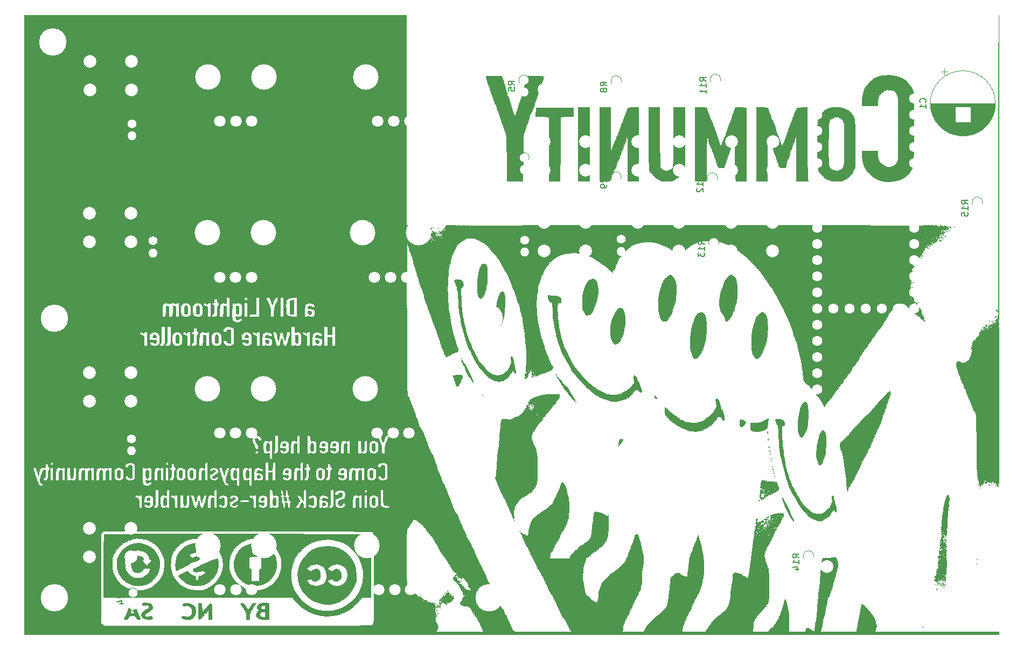
<source format=gbr>
%TF.GenerationSoftware,KiCad,Pcbnew,(5.1.4-0-10_14)*%
%TF.CreationDate,2020-08-27T08:39:53+02:00*%
%TF.ProjectId,the_mvp_v1.1,7468655f-6d76-4705-9f76-312e312e6b69,1.1*%
%TF.SameCoordinates,Original*%
%TF.FileFunction,Legend,Bot*%
%TF.FilePolarity,Positive*%
%FSLAX46Y46*%
G04 Gerber Fmt 4.6, Leading zero omitted, Abs format (unit mm)*
G04 Created by KiCad (PCBNEW (5.1.4-0-10_14)) date 2020-08-27 08:39:53*
%MOMM*%
%LPD*%
G04 APERTURE LIST*
%ADD10C,0.010000*%
%ADD11C,0.120000*%
%ADD12C,0.150000*%
%ADD13C,2.000000*%
%ADD14C,4.300000*%
%ADD15O,1.400000X1.400000*%
%ADD16C,1.400000*%
%ADD17C,1.800000*%
%ADD18R,1.800000X1.800000*%
%ADD19R,2.000000X2.000000*%
%ADD20C,1.300000*%
%ADD21C,1.600000*%
%ADD22R,1.600000X1.600000*%
%ADD23C,4.000000*%
G04 APERTURE END LIST*
D10*
G36*
X77300666Y-160697333D02*
G01*
X230462666Y-160697333D01*
X230462666Y-160274000D01*
X210928148Y-160274000D01*
X210968611Y-160062333D01*
X211031927Y-159902703D01*
X211105037Y-159849370D01*
X211129691Y-159813761D01*
X211074000Y-159766000D01*
X211011010Y-159698639D01*
X211042958Y-159682630D01*
X211137471Y-159610273D01*
X211195257Y-159449645D01*
X211194791Y-159281122D01*
X211166820Y-159220072D01*
X211115500Y-159088151D01*
X211064311Y-158854857D01*
X211044028Y-158721866D01*
X210975957Y-158427154D01*
X210867701Y-158168691D01*
X210820665Y-158096615D01*
X210701408Y-157911595D01*
X210650684Y-157766588D01*
X210650666Y-157764915D01*
X210610421Y-157659652D01*
X210582241Y-157649333D01*
X210497710Y-157586144D01*
X210357258Y-157424763D01*
X210264741Y-157301916D01*
X210087282Y-157068141D01*
X209923994Y-156875192D01*
X209867500Y-156817433D01*
X209750927Y-156670186D01*
X209719333Y-156577889D01*
X209649212Y-156471919D01*
X209554331Y-156423041D01*
X209393490Y-156308067D01*
X209339860Y-156214810D01*
X209227341Y-156056648D01*
X209145029Y-156007420D01*
X208971597Y-155939541D01*
X208912446Y-155912761D01*
X208867941Y-155952944D01*
X208812773Y-156118405D01*
X208745259Y-156417572D01*
X208663721Y-156858869D01*
X208566478Y-157450722D01*
X208451851Y-158201559D01*
X208439571Y-158284333D01*
X208373792Y-158675064D01*
X208293127Y-159080949D01*
X208231256Y-159348221D01*
X208163408Y-159652998D01*
X208119667Y-159925624D01*
X208110666Y-160046721D01*
X208110666Y-160274000D01*
X202438000Y-160274000D01*
X202438000Y-160231667D01*
X202268666Y-160231667D01*
X202226333Y-160274000D01*
X202184000Y-160231667D01*
X200236666Y-160231667D01*
X200194333Y-160274000D01*
X200152000Y-160231667D01*
X200194333Y-160189333D01*
X200236666Y-160231667D01*
X202184000Y-160231667D01*
X202226333Y-160189333D01*
X202268666Y-160231667D01*
X202438000Y-160231667D01*
X202438000Y-160090941D01*
X202460676Y-159904716D01*
X202518451Y-159634350D01*
X202559829Y-159477108D01*
X202647371Y-159137445D01*
X202736508Y-158745340D01*
X202778556Y-158538333D01*
X202853896Y-158170769D01*
X202939722Y-157790871D01*
X202985052Y-157607000D01*
X203061493Y-157283125D01*
X203143063Y-156894292D01*
X203192420Y-156633333D01*
X203307618Y-156024498D01*
X203418528Y-155513764D01*
X203520602Y-155118825D01*
X203609295Y-154857372D01*
X203676613Y-154748995D01*
X203763178Y-154627142D01*
X203831299Y-154420303D01*
X203833314Y-154410329D01*
X203869235Y-154244126D01*
X203914670Y-154090747D01*
X203987422Y-153900679D01*
X204105295Y-153624412D01*
X204165034Y-153487871D01*
X204253742Y-153245833D01*
X204299127Y-153044070D01*
X204300666Y-153016120D01*
X204327966Y-152839061D01*
X204398511Y-152562401D01*
X204495267Y-152244779D01*
X204601201Y-151944836D01*
X204639486Y-151849667D01*
X204709835Y-151639432D01*
X204763017Y-151426333D01*
X204814372Y-151215159D01*
X204897893Y-150910061D01*
X204991020Y-150592102D01*
X205113084Y-149973719D01*
X205089646Y-149415272D01*
X204933995Y-148955284D01*
X204845447Y-148751492D01*
X204809188Y-148602108D01*
X204762875Y-148529727D01*
X204660500Y-148559775D01*
X204517150Y-148589946D01*
X204247394Y-148613981D01*
X203894131Y-148628903D01*
X203615056Y-148632333D01*
X202717778Y-148632333D01*
X202619085Y-149225000D01*
X202572461Y-149553498D01*
X202521656Y-149990123D01*
X202473302Y-150474011D01*
X202439161Y-150876000D01*
X202398047Y-151376691D01*
X202344925Y-151973397D01*
X202286438Y-152593832D01*
X202229229Y-153165708D01*
X202225206Y-153204333D01*
X202169432Y-153752275D01*
X202112358Y-154337347D01*
X202060248Y-154893884D01*
X202019366Y-155356223D01*
X202015228Y-155405667D01*
X201944714Y-156248849D01*
X201885630Y-156937800D01*
X201836440Y-157487126D01*
X201795609Y-157911430D01*
X201761599Y-158225320D01*
X201732875Y-158443398D01*
X201707901Y-158580271D01*
X201685141Y-158650544D01*
X201672253Y-158666602D01*
X201634937Y-158765295D01*
X201594065Y-158991695D01*
X201556435Y-159304493D01*
X201543388Y-159449769D01*
X201510803Y-159779606D01*
X201474622Y-160033657D01*
X201440797Y-160173690D01*
X201428259Y-160189333D01*
X201312779Y-160150689D01*
X201111982Y-160055482D01*
X200885435Y-159934803D01*
X200692702Y-159819742D01*
X200618453Y-159766653D01*
X200443867Y-159698888D01*
X200304827Y-159696000D01*
X200158627Y-159759144D01*
X200092434Y-159925076D01*
X200083135Y-159998833D01*
X200056604Y-160274000D01*
X197442666Y-160274000D01*
X197433695Y-159236833D01*
X197431492Y-158810884D01*
X197432195Y-158426200D01*
X197435554Y-158126045D01*
X197441046Y-157957585D01*
X197433431Y-157760508D01*
X197397177Y-157455805D01*
X197338879Y-157077183D01*
X197265131Y-156658345D01*
X197182526Y-156232999D01*
X197097660Y-155834848D01*
X197017127Y-155497600D01*
X196947520Y-155254960D01*
X196895433Y-155140633D01*
X196889123Y-155136485D01*
X196832443Y-155199505D01*
X196746869Y-155388309D01*
X196645376Y-155664607D01*
X196540941Y-155990106D01*
X196446541Y-156326517D01*
X196375151Y-156635549D01*
X196367507Y-156675667D01*
X196314300Y-156885024D01*
X196257736Y-157014333D01*
X196202219Y-157148477D01*
X196146369Y-157370203D01*
X196137536Y-157416500D01*
X196082290Y-157620122D01*
X196016710Y-157728544D01*
X196001110Y-157734000D01*
X195926119Y-157806321D01*
X195864786Y-157966833D01*
X195779009Y-158190892D01*
X195640210Y-158446650D01*
X195609173Y-158494487D01*
X195485408Y-158693466D01*
X195416055Y-158834396D01*
X195410666Y-158858363D01*
X195354633Y-158958857D01*
X195219072Y-159107083D01*
X195211878Y-159113876D01*
X195084313Y-159272666D01*
X195048143Y-159401334D01*
X195049426Y-159405646D01*
X195009134Y-159511207D01*
X194888382Y-159587943D01*
X194712198Y-159694721D01*
X194494408Y-159875915D01*
X194399224Y-159969464D01*
X194107449Y-160274000D01*
X191770000Y-160274000D01*
X191773687Y-159829500D01*
X191794009Y-159478099D01*
X191801287Y-159422336D01*
X185420000Y-159422336D01*
X185358539Y-159508554D01*
X185335333Y-159512000D01*
X185252868Y-159483113D01*
X185250666Y-159474663D01*
X185309995Y-159402377D01*
X185335333Y-159385000D01*
X185413352Y-159391713D01*
X185420000Y-159422336D01*
X191801287Y-159422336D01*
X191840752Y-159119976D01*
X191863563Y-159004000D01*
X191928024Y-158713207D01*
X191983984Y-158451244D01*
X191996485Y-158390167D01*
X192067203Y-158221237D01*
X192160609Y-158157333D01*
X192263673Y-158089080D01*
X192278000Y-158026760D01*
X192322921Y-157865470D01*
X192471939Y-157668639D01*
X192694679Y-157452963D01*
X192964441Y-157194431D01*
X193235310Y-156908702D01*
X193480258Y-156627581D01*
X193672256Y-156382877D01*
X193784274Y-156206395D01*
X193802000Y-156149889D01*
X193850637Y-156049089D01*
X193880961Y-156040667D01*
X193964195Y-155970133D01*
X194019372Y-155850167D01*
X194104060Y-155674681D01*
X194173245Y-155599255D01*
X194202651Y-155499073D01*
X194226993Y-155256121D01*
X194246324Y-154895455D01*
X194260698Y-154442128D01*
X194270171Y-153921195D01*
X194274794Y-153357711D01*
X194274624Y-152776730D01*
X194269713Y-152203306D01*
X194260115Y-151662495D01*
X194245885Y-151179350D01*
X194227076Y-150778926D01*
X194203743Y-150486277D01*
X194175939Y-150326459D01*
X194161833Y-150304500D01*
X194107005Y-150241000D01*
X192701333Y-150241000D01*
X192659000Y-150283333D01*
X192616666Y-150241000D01*
X192659000Y-150198667D01*
X192701333Y-150241000D01*
X194107005Y-150241000D01*
X194072837Y-150201429D01*
X194056000Y-150109817D01*
X194023606Y-149924019D01*
X193944934Y-149688904D01*
X193938036Y-149672372D01*
X193801565Y-149305820D01*
X193680817Y-148901996D01*
X193591515Y-148521144D01*
X193549383Y-148223507D01*
X193548000Y-148177983D01*
X193581402Y-148005554D01*
X193668803Y-147735994D01*
X193762871Y-147489333D01*
X193124666Y-147489333D01*
X193093688Y-147559023D01*
X193068222Y-147545778D01*
X193058089Y-147445298D01*
X193068222Y-147432889D01*
X193118556Y-147444511D01*
X193124666Y-147489333D01*
X193762871Y-147489333D01*
X193790994Y-147415593D01*
X193928766Y-147090640D01*
X194062910Y-146807427D01*
X194174218Y-146612243D01*
X194220237Y-146558000D01*
X194283258Y-146464250D01*
X194346869Y-146346333D01*
X192532000Y-146346333D01*
X192489666Y-146388667D01*
X192447333Y-146346333D01*
X192489666Y-146304000D01*
X192532000Y-146346333D01*
X194346869Y-146346333D01*
X194391420Y-146263748D01*
X194392448Y-146261667D01*
X192701333Y-146261667D01*
X192659000Y-146304000D01*
X192616666Y-146261667D01*
X192659000Y-146219333D01*
X192701333Y-146261667D01*
X194392448Y-146261667D01*
X194497090Y-146050000D01*
X194657898Y-145713602D01*
X194679273Y-145669000D01*
X193548000Y-145669000D01*
X193505666Y-145711333D01*
X193463333Y-145669000D01*
X193505666Y-145626667D01*
X193548000Y-145669000D01*
X194679273Y-145669000D01*
X194740137Y-145542000D01*
X192193333Y-145542000D01*
X192162355Y-145611690D01*
X192136889Y-145598444D01*
X192126756Y-145497965D01*
X192136889Y-145485555D01*
X192187223Y-145497178D01*
X192193333Y-145542000D01*
X194740137Y-145542000D01*
X194801001Y-145415000D01*
X194648666Y-145415000D01*
X194606333Y-145457333D01*
X194564000Y-145415000D01*
X194606333Y-145372667D01*
X194648666Y-145415000D01*
X194801001Y-145415000D01*
X194841578Y-145330333D01*
X193209333Y-145330333D01*
X193167000Y-145372667D01*
X193124666Y-145330333D01*
X193167000Y-145288000D01*
X193209333Y-145330333D01*
X194841578Y-145330333D01*
X194845057Y-145323074D01*
X194978780Y-145044650D01*
X195002415Y-144990379D01*
X194360298Y-144990379D01*
X194352333Y-145034000D01*
X194244090Y-145115437D01*
X194220336Y-145118667D01*
X194169605Y-145076333D01*
X193124666Y-145076333D01*
X193082333Y-145118667D01*
X192955333Y-145118667D01*
X192887119Y-145194606D01*
X192833330Y-145203333D01*
X192689181Y-145151733D01*
X192659000Y-145118667D01*
X192684923Y-145052026D01*
X192781003Y-145034000D01*
X192921274Y-145068543D01*
X192955333Y-145118667D01*
X193082333Y-145118667D01*
X193040000Y-145076333D01*
X193082333Y-145034000D01*
X193124666Y-145076333D01*
X194169605Y-145076333D01*
X194142947Y-145054088D01*
X194140666Y-145034000D01*
X194205020Y-144964613D01*
X192439543Y-144964613D01*
X192378885Y-145023393D01*
X192362666Y-145034000D01*
X192235265Y-145107929D01*
X192195995Y-145085942D01*
X192193333Y-145034000D01*
X192263144Y-144962839D01*
X192341500Y-144950630D01*
X192439543Y-144964613D01*
X194205020Y-144964613D01*
X194209582Y-144959695D01*
X194272663Y-144949333D01*
X194360298Y-144990379D01*
X195002415Y-144990379D01*
X195038727Y-144907000D01*
X192870666Y-144907000D01*
X192828333Y-144949333D01*
X192786000Y-144907000D01*
X192828333Y-144864667D01*
X192870666Y-144907000D01*
X195038727Y-144907000D01*
X195065980Y-144844424D01*
X194019278Y-144844424D01*
X193936055Y-144857982D01*
X193826241Y-144842416D01*
X193824930Y-144813514D01*
X193891657Y-144801612D01*
X192571740Y-144801612D01*
X192499891Y-144813618D01*
X192428866Y-144789738D01*
X192276722Y-144677793D01*
X192228301Y-144577497D01*
X192255277Y-144467638D01*
X192351647Y-144462433D01*
X192466966Y-144546902D01*
X192539281Y-144669836D01*
X192571740Y-144801612D01*
X193891657Y-144801612D01*
X193938247Y-144793302D01*
X193987208Y-144806830D01*
X194019278Y-144844424D01*
X195065980Y-144844424D01*
X195100163Y-144765938D01*
X195109544Y-144737667D01*
X193040000Y-144737667D01*
X192997666Y-144780000D01*
X192955333Y-144737667D01*
X192997666Y-144695333D01*
X193040000Y-144737667D01*
X195109544Y-144737667D01*
X195137642Y-144653000D01*
X195072000Y-144653000D01*
X195029666Y-144695333D01*
X194987333Y-144653000D01*
X195029666Y-144610667D01*
X195072000Y-144653000D01*
X195137642Y-144653000D01*
X195174263Y-144542649D01*
X195185997Y-144420774D01*
X195184416Y-144417735D01*
X195184806Y-144401618D01*
X195034662Y-144401618D01*
X195029067Y-144442303D01*
X194915683Y-144526399D01*
X194914980Y-144526000D01*
X193548000Y-144526000D01*
X193517022Y-144595690D01*
X193491555Y-144582444D01*
X193487335Y-144540597D01*
X192979513Y-144540597D01*
X192881554Y-144574177D01*
X192863936Y-144574381D01*
X192730199Y-144529416D01*
X192701333Y-144470520D01*
X192752389Y-144336342D01*
X192862098Y-144330982D01*
X192944354Y-144420819D01*
X192979513Y-144540597D01*
X193487335Y-144540597D01*
X193481422Y-144481965D01*
X193491555Y-144469555D01*
X193541890Y-144481178D01*
X193548000Y-144526000D01*
X194914980Y-144526000D01*
X194794673Y-144457740D01*
X194764669Y-144399000D01*
X194140666Y-144399000D01*
X194098333Y-144441333D01*
X194056000Y-144399000D01*
X194098333Y-144356667D01*
X194140666Y-144399000D01*
X194764669Y-144399000D01*
X194688650Y-144250181D01*
X194682017Y-144229667D01*
X194638580Y-144038515D01*
X194644269Y-143975667D01*
X194394666Y-143975667D01*
X194352333Y-144018000D01*
X194310000Y-143975667D01*
X194352333Y-143933333D01*
X194394666Y-143975667D01*
X194644269Y-143975667D01*
X194647690Y-143937886D01*
X194658321Y-143933333D01*
X194757439Y-144004293D01*
X194830799Y-144162858D01*
X194843313Y-144327558D01*
X194837340Y-144348991D01*
X194845096Y-144430019D01*
X194937844Y-144413461D01*
X195034662Y-144401618D01*
X195184806Y-144401618D01*
X195185551Y-144370931D01*
X195224003Y-144388289D01*
X195320640Y-144365844D01*
X195427599Y-144249055D01*
X195492053Y-144100695D01*
X195495333Y-144065899D01*
X195431831Y-144017761D01*
X195296257Y-144026199D01*
X195171015Y-144078420D01*
X195136228Y-144121650D01*
X195093797Y-144135117D01*
X195051897Y-144034937D01*
X195041275Y-143892848D01*
X195141576Y-143857375D01*
X195185225Y-143859788D01*
X195450933Y-143859562D01*
X195615388Y-143778110D01*
X195677400Y-143679333D01*
X194394666Y-143679333D01*
X194323754Y-143748123D01*
X194225333Y-143764000D01*
X194087753Y-143728544D01*
X194056000Y-143679333D01*
X194126912Y-143610543D01*
X194225333Y-143594667D01*
X194362914Y-143630123D01*
X194394666Y-143679333D01*
X195677400Y-143679333D01*
X195740831Y-143578296D01*
X195771442Y-143510000D01*
X195803189Y-143453555D01*
X194874444Y-143453555D01*
X194862822Y-143503890D01*
X194818000Y-143510000D01*
X194748310Y-143479022D01*
X194761555Y-143453555D01*
X194862035Y-143443422D01*
X194874444Y-143453555D01*
X195803189Y-143453555D01*
X195887986Y-143302791D01*
X195910405Y-143280269D01*
X195566352Y-143280269D01*
X195545751Y-143327585D01*
X195460501Y-143418478D01*
X195411491Y-143399833D01*
X195410666Y-143387997D01*
X195470803Y-143316384D01*
X195508415Y-143290248D01*
X195566352Y-143280269D01*
X195910405Y-143280269D01*
X196007151Y-143183081D01*
X196045415Y-143171333D01*
X196157825Y-143103674D01*
X196160828Y-143091663D01*
X195326000Y-143091663D01*
X195293407Y-143208733D01*
X195241333Y-143213667D01*
X195163429Y-143091164D01*
X195156666Y-143039336D01*
X195204005Y-142929909D01*
X195241333Y-142917333D01*
X195309458Y-142988459D01*
X195326000Y-143091663D01*
X196160828Y-143091663D01*
X196172666Y-143044333D01*
X196126949Y-142931661D01*
X196088000Y-142917333D01*
X196077740Y-142868003D01*
X196170308Y-142750657D01*
X195326000Y-142750657D01*
X195257383Y-142823428D01*
X195199000Y-142832667D01*
X195086037Y-142814552D01*
X195072000Y-142799392D01*
X195138205Y-142744798D01*
X195199000Y-142717382D01*
X195308021Y-142715622D01*
X195326000Y-142750657D01*
X196170308Y-142750657D01*
X196171418Y-142749251D01*
X196172666Y-142748000D01*
X196257250Y-142614075D01*
X194987333Y-142614075D01*
X194949942Y-142903168D01*
X194831033Y-143054361D01*
X194681941Y-143086667D01*
X194527040Y-143070796D01*
X194479333Y-143042238D01*
X194548986Y-142983977D01*
X194709298Y-142910376D01*
X194850292Y-142830899D01*
X194844906Y-142764396D01*
X194844760Y-142764305D01*
X194758279Y-142658979D01*
X194714305Y-142519818D01*
X194732733Y-142423848D01*
X194754500Y-142414885D01*
X194924083Y-142425130D01*
X194983073Y-142527736D01*
X194987333Y-142614075D01*
X196257250Y-142614075D01*
X196300847Y-142545048D01*
X196330563Y-142414330D01*
X195580000Y-142414330D01*
X195525085Y-142488693D01*
X195372238Y-142439173D01*
X195338127Y-142418620D01*
X195273535Y-142334825D01*
X195316961Y-142287920D01*
X195462032Y-142271530D01*
X195568340Y-142360198D01*
X195580000Y-142414330D01*
X196330563Y-142414330D01*
X196342000Y-142364021D01*
X196325690Y-142215332D01*
X196246390Y-142204870D01*
X196162870Y-142245243D01*
X196033738Y-142298972D01*
X196013994Y-142252016D01*
X196019064Y-142235141D01*
X196055926Y-142192875D01*
X195791566Y-142192875D01*
X195727287Y-142171383D01*
X195700339Y-142149805D01*
X195597652Y-142028903D01*
X195583436Y-141986000D01*
X195241333Y-141986000D01*
X195210355Y-142055690D01*
X195184889Y-142042444D01*
X195174756Y-141941965D01*
X195184889Y-141929555D01*
X195235223Y-141941178D01*
X195241333Y-141986000D01*
X195583436Y-141986000D01*
X195580000Y-141975633D01*
X195618514Y-141898634D01*
X195699414Y-141935654D01*
X195770739Y-142060098D01*
X195775131Y-142075505D01*
X195791566Y-142192875D01*
X196055926Y-142192875D01*
X196095827Y-142147126D01*
X196229431Y-142066834D01*
X196357087Y-142023165D01*
X196416006Y-142045021D01*
X196415603Y-142052612D01*
X196416899Y-142183406D01*
X196422591Y-142240000D01*
X196453600Y-142290264D01*
X196503096Y-142219178D01*
X196553195Y-142070775D01*
X196586012Y-141889086D01*
X196590049Y-141827734D01*
X196587303Y-141735796D01*
X196551684Y-141678963D01*
X196452053Y-141650932D01*
X196257271Y-141645401D01*
X195936198Y-141656070D01*
X195776023Y-141662998D01*
X195339229Y-141692591D01*
X195053318Y-141735904D01*
X194926760Y-141791575D01*
X194922301Y-141800097D01*
X194820559Y-141885568D01*
X194731274Y-141901333D01*
X194573832Y-141941327D01*
X194510040Y-142030000D01*
X194564000Y-142113000D01*
X194612064Y-142217864D01*
X194599248Y-142251465D01*
X194563547Y-142388403D01*
X194547178Y-142607394D01*
X194547066Y-142626614D01*
X194531926Y-142823409D01*
X194457500Y-142903121D01*
X194301533Y-142917333D01*
X194126909Y-142944119D01*
X194056000Y-143006997D01*
X194108360Y-143056470D01*
X194144375Y-143042041D01*
X194278163Y-143041518D01*
X194407137Y-143151998D01*
X194477161Y-143322492D01*
X194479333Y-143357520D01*
X194450065Y-143468319D01*
X194331531Y-143504085D01*
X194187541Y-143497834D01*
X193974241Y-143496976D01*
X193841414Y-143528306D01*
X193834763Y-143533681D01*
X193838444Y-143589648D01*
X193872555Y-143594667D01*
X193952751Y-143665438D01*
X193971333Y-143764000D01*
X193930665Y-143904348D01*
X193846192Y-143924250D01*
X193782811Y-143833434D01*
X193688279Y-143775561D01*
X193585256Y-143800958D01*
X193480241Y-143860697D01*
X193529759Y-143906704D01*
X193548000Y-143913500D01*
X193745262Y-144012809D01*
X193903643Y-144140466D01*
X193983502Y-144257951D01*
X193964704Y-144318430D01*
X193844165Y-144324046D01*
X193813700Y-144295542D01*
X193781679Y-144272000D01*
X193421000Y-144272000D01*
X193298498Y-144349904D01*
X193246670Y-144356667D01*
X193137243Y-144309328D01*
X193124666Y-144272000D01*
X193195792Y-144203875D01*
X193298997Y-144187333D01*
X193416067Y-144219926D01*
X193421000Y-144272000D01*
X193781679Y-144272000D01*
X193700811Y-144212546D01*
X193505666Y-144129512D01*
X193332536Y-144035431D01*
X193325535Y-144027058D01*
X192955333Y-144027058D01*
X192893746Y-144083671D01*
X192828333Y-144072049D01*
X192719726Y-144078188D01*
X192701333Y-144122257D01*
X192675990Y-144186837D01*
X192616399Y-144130175D01*
X192547215Y-143989789D01*
X192493710Y-143806333D01*
X192466292Y-143649045D01*
X192482050Y-143646184D01*
X192527324Y-143742833D01*
X192658829Y-143893580D01*
X192783272Y-143933333D01*
X192922264Y-143971978D01*
X192955333Y-144027058D01*
X193325535Y-144027058D01*
X193231343Y-143914410D01*
X193222792Y-143809565D01*
X193327592Y-143764011D01*
X193330125Y-143764000D01*
X193446725Y-143720147D01*
X193463333Y-143679333D01*
X193431613Y-143639657D01*
X192955333Y-143639657D01*
X192887501Y-143749588D01*
X192828333Y-143764000D01*
X192715592Y-143723094D01*
X192701333Y-143688392D01*
X192768712Y-143595835D01*
X192828333Y-143564049D01*
X192937561Y-143577058D01*
X192955333Y-143639657D01*
X193431613Y-143639657D01*
X193398245Y-143597920D01*
X193373670Y-143594667D01*
X193323768Y-143542496D01*
X193337721Y-143507754D01*
X193456914Y-143443990D01*
X193533218Y-143444254D01*
X193642911Y-143411225D01*
X193650122Y-143319500D01*
X193677545Y-143192239D01*
X193775216Y-143185404D01*
X193844333Y-143256000D01*
X193957454Y-143311673D01*
X194158666Y-143329446D01*
X194166830Y-143329136D01*
X194327515Y-143317778D01*
X194327860Y-143299970D01*
X194232764Y-143279114D01*
X194069410Y-143223047D01*
X193927410Y-143137073D01*
X193846273Y-143053579D01*
X193865507Y-143004955D01*
X193894730Y-143002000D01*
X193961261Y-142972999D01*
X193950362Y-142952807D01*
X193841184Y-142943792D01*
X193694008Y-143021804D01*
X193576479Y-143141527D01*
X193548000Y-143222351D01*
X193498289Y-143312214D01*
X193378666Y-143298333D01*
X193242791Y-143291851D01*
X193209333Y-143386353D01*
X193167389Y-143484761D01*
X193061166Y-143467119D01*
X192853631Y-143391003D01*
X192772661Y-143365566D01*
X192635025Y-143256843D01*
X192590087Y-143163505D01*
X192496227Y-143033857D01*
X192353567Y-142999876D01*
X192230893Y-143060206D01*
X192193333Y-143171333D01*
X192253783Y-143313471D01*
X192357670Y-143340667D01*
X192519751Y-143379545D01*
X192574333Y-143425333D01*
X192544358Y-143488116D01*
X192409997Y-143510000D01*
X192227853Y-143559026D01*
X192180797Y-143658167D01*
X192154948Y-143918820D01*
X192126089Y-144078158D01*
X192089328Y-144187333D01*
X192057200Y-144332319D01*
X192022168Y-144590500D01*
X191991800Y-144906063D01*
X191991726Y-144907000D01*
X191961248Y-145239632D01*
X191926771Y-145531414D01*
X191897260Y-145711333D01*
X191865484Y-145892677D01*
X191823621Y-146187195D01*
X191779370Y-146539665D01*
X191767435Y-146642667D01*
X191724688Y-146997082D01*
X191683085Y-147304921D01*
X191649924Y-147513179D01*
X191642753Y-147548142D01*
X191609857Y-147739204D01*
X191573897Y-148019038D01*
X191556615Y-148183142D01*
X191496687Y-148751453D01*
X191420209Y-149397221D01*
X191336998Y-150041548D01*
X191256871Y-150605536D01*
X191247888Y-150664333D01*
X191166252Y-151158365D01*
X191093285Y-151500365D01*
X191020600Y-151706775D01*
X190939807Y-151794034D01*
X190842517Y-151778583D01*
X190727541Y-151684113D01*
X190561045Y-151576683D01*
X190459866Y-151553333D01*
X190307515Y-151496947D01*
X190130663Y-151361009D01*
X190127551Y-151357914D01*
X189925777Y-151226684D01*
X189627116Y-151108535D01*
X189295923Y-151021145D01*
X188996550Y-150982189D01*
X188820003Y-150998767D01*
X188744347Y-151045674D01*
X188691501Y-151150790D01*
X188653694Y-151346067D01*
X188623155Y-151663460D01*
X188608916Y-151866747D01*
X188578752Y-152222186D01*
X188541503Y-152510300D01*
X188502932Y-152691771D01*
X188481897Y-152732893D01*
X188443399Y-152833523D01*
X188402147Y-153062290D01*
X188364775Y-153378260D01*
X188350608Y-153543000D01*
X188300584Y-154108395D01*
X188238889Y-154663274D01*
X188170219Y-155175465D01*
X188099272Y-155612796D01*
X188030744Y-155943095D01*
X187973618Y-156125333D01*
X187659812Y-156628475D01*
X187183773Y-157136514D01*
X186552189Y-157642492D01*
X186441969Y-157719484D01*
X186235799Y-157878675D01*
X185989724Y-158094077D01*
X185736102Y-158333800D01*
X185507288Y-158565955D01*
X185335639Y-158758654D01*
X185253511Y-158880010D01*
X185250666Y-158893557D01*
X185194219Y-159001464D01*
X185056557Y-159156561D01*
X185039000Y-159173333D01*
X184894669Y-159338113D01*
X184827882Y-159471908D01*
X184827333Y-159480218D01*
X184762938Y-159615536D01*
X184713114Y-159655959D01*
X184598787Y-159776331D01*
X184481547Y-159972718D01*
X184479200Y-159977667D01*
X184359506Y-160231667D01*
X182519086Y-160254484D01*
X180678666Y-160277302D01*
X180678666Y-159816032D01*
X180706664Y-159464841D01*
X180787290Y-159249088D01*
X180805666Y-159227762D01*
X180911265Y-159058777D01*
X180932666Y-158958688D01*
X180968809Y-158845149D01*
X181070254Y-158603149D01*
X181226531Y-158255661D01*
X181427168Y-157825657D01*
X181661693Y-157336108D01*
X181821667Y-157008405D01*
X182071983Y-156493983D01*
X182295029Y-156025483D01*
X182480350Y-155625698D01*
X182617495Y-155317416D01*
X182696010Y-155123428D01*
X182710667Y-155070098D01*
X182744453Y-154955304D01*
X182774312Y-154940000D01*
X182844285Y-154870572D01*
X182955535Y-154692322D01*
X183036848Y-154537833D01*
X183165750Y-154278466D01*
X183273464Y-154063924D01*
X183311869Y-153988649D01*
X183377414Y-153802390D01*
X183388000Y-153720538D01*
X183444378Y-153591315D01*
X183483421Y-153567637D01*
X183553988Y-153471903D01*
X183621094Y-153267265D01*
X183643479Y-153158415D01*
X183701442Y-152845673D01*
X183775012Y-152481307D01*
X183810597Y-152315333D01*
X183884279Y-151978723D01*
X183956176Y-151647437D01*
X183985518Y-151511000D01*
X184012898Y-151299370D01*
X184036126Y-150962112D01*
X184052987Y-150542917D01*
X184061263Y-150085480D01*
X184061646Y-150010573D01*
X184056576Y-149540593D01*
X184035151Y-149099684D01*
X183992752Y-148660412D01*
X183924758Y-148195345D01*
X183826548Y-147677050D01*
X183693501Y-147078094D01*
X183520998Y-146371045D01*
X183310893Y-145553275D01*
X183234316Y-145269543D01*
X183182792Y-145128896D01*
X183139934Y-145110230D01*
X183089356Y-145192446D01*
X183067430Y-145239759D01*
X182989588Y-145480612D01*
X182964667Y-145665928D01*
X182941135Y-145831994D01*
X182901167Y-145894778D01*
X182839674Y-145983461D01*
X182739721Y-146187984D01*
X182619132Y-146464478D01*
X182495735Y-146769079D01*
X182387355Y-147057919D01*
X182311818Y-147287133D01*
X182286649Y-147406994D01*
X182242959Y-147578799D01*
X182178501Y-147703328D01*
X182028429Y-148012601D01*
X181894917Y-148431341D01*
X181794404Y-148899682D01*
X181748992Y-149267333D01*
X181704850Y-149768605D01*
X181650467Y-150269205D01*
X181590701Y-150733647D01*
X181530412Y-151126446D01*
X181474456Y-151412117D01*
X181438725Y-151533608D01*
X181347769Y-151667017D01*
X181221786Y-151656038D01*
X181208992Y-151649777D01*
X181034763Y-151567467D01*
X180794317Y-151460522D01*
X180742166Y-151438039D01*
X180543211Y-151334611D01*
X180432682Y-151241751D01*
X180424667Y-151220016D01*
X180351289Y-151145784D01*
X180174432Y-151072353D01*
X179959009Y-151018348D01*
X179769931Y-151002396D01*
X179706789Y-151014029D01*
X179582867Y-151106538D01*
X179426478Y-151276765D01*
X179404108Y-151305282D01*
X179250791Y-151468975D01*
X179119303Y-151551094D01*
X179102649Y-151553333D01*
X178978466Y-151612148D01*
X178885847Y-151798998D01*
X178819011Y-152129494D01*
X178789169Y-152400000D01*
X178761246Y-152714295D01*
X178723878Y-153136478D01*
X178682443Y-153605752D01*
X178650672Y-153966333D01*
X178568883Y-154759608D01*
X178476901Y-155400207D01*
X178375668Y-155882721D01*
X178266121Y-156201737D01*
X178260552Y-156213079D01*
X178073960Y-156490366D01*
X177775999Y-156821412D01*
X177400197Y-157172348D01*
X176980083Y-157509307D01*
X176969841Y-157516862D01*
X176643487Y-157775598D01*
X176308524Y-158070300D01*
X176072517Y-158301328D01*
X175677844Y-158722307D01*
X175388397Y-159039000D01*
X175190482Y-159267669D01*
X175070405Y-159424575D01*
X175014472Y-159525980D01*
X175006000Y-159567807D01*
X174965575Y-159671674D01*
X174938342Y-159681333D01*
X174868580Y-159752760D01*
X174781906Y-159929348D01*
X174763528Y-159977667D01*
X174656373Y-160274000D01*
X171256180Y-160274000D01*
X171307866Y-159720510D01*
X171357399Y-159387712D01*
X171430326Y-159137467D01*
X171489442Y-159037129D01*
X171585685Y-158859006D01*
X171619333Y-158659286D01*
X171641150Y-158483528D01*
X171692952Y-158411333D01*
X171757343Y-158338439D01*
X171877558Y-158137178D01*
X172040111Y-157833682D01*
X172231519Y-157454085D01*
X172438296Y-157024519D01*
X172646957Y-156571117D01*
X172675951Y-156506333D01*
X172817637Y-156194071D01*
X172966695Y-155873270D01*
X172985143Y-155834264D01*
X173083193Y-155604451D01*
X173138678Y-155429490D01*
X173143333Y-155393971D01*
X173206528Y-155255764D01*
X173249166Y-155219374D01*
X173351306Y-155105606D01*
X173483158Y-154869314D01*
X173652363Y-154495606D01*
X173783561Y-154178000D01*
X173898347Y-153921904D01*
X174009838Y-153717796D01*
X174048219Y-153663333D01*
X174127334Y-153486060D01*
X174159333Y-153255600D01*
X174191283Y-152998942D01*
X174261351Y-152796600D01*
X174312579Y-152599636D01*
X174340686Y-152238481D01*
X174345433Y-151716727D01*
X174343232Y-151576306D01*
X174343771Y-150977399D01*
X174373749Y-150504810D01*
X174436283Y-150117584D01*
X174462372Y-150009973D01*
X174535959Y-149567498D01*
X174561349Y-149036357D01*
X174539799Y-148488971D01*
X174472562Y-147997761D01*
X174424117Y-147802164D01*
X174367201Y-147583872D01*
X174294636Y-147265884D01*
X174221628Y-146915006D01*
X174218017Y-146896667D01*
X174127729Y-146483481D01*
X174011001Y-146011481D01*
X173893524Y-145584333D01*
X173790322Y-145250503D01*
X173709841Y-145048334D01*
X173632459Y-144945532D01*
X173538558Y-144909806D01*
X173482000Y-144907000D01*
X173351182Y-144927711D01*
X173268759Y-145017567D01*
X173205064Y-145218147D01*
X173179965Y-145330333D01*
X173114204Y-145612322D01*
X173049892Y-145847418D01*
X173024621Y-145923000D01*
X172853346Y-146369264D01*
X172730682Y-146688085D01*
X172644534Y-146910097D01*
X172582810Y-147065936D01*
X172533416Y-147186238D01*
X172484259Y-147301636D01*
X172439722Y-147404667D01*
X172336916Y-147663616D01*
X172220558Y-147986756D01*
X172166923Y-148146786D01*
X172074286Y-148401448D01*
X171989469Y-148583301D01*
X171947834Y-148638616D01*
X171884207Y-148752691D01*
X171873333Y-148839938D01*
X171812639Y-148995509D01*
X171746333Y-149043951D01*
X171649682Y-149156714D01*
X171619333Y-149307009D01*
X171580203Y-149471976D01*
X171504996Y-149521333D01*
X171382604Y-149583510D01*
X171226752Y-149736921D01*
X171196000Y-149775333D01*
X171052267Y-149940220D01*
X170943652Y-150025914D01*
X170929242Y-150029333D01*
X170833304Y-150084696D01*
X170665097Y-150226692D01*
X170539516Y-150346833D01*
X170143669Y-150704615D01*
X169778946Y-150961414D01*
X169522196Y-151081468D01*
X169375410Y-151156166D01*
X169333333Y-151216862D01*
X169275847Y-151307259D01*
X169123699Y-151478031D01*
X168907353Y-151695460D01*
X168860385Y-151740323D01*
X168391430Y-152228294D01*
X168063627Y-152675605D01*
X167861300Y-153105450D01*
X167807207Y-153298486D01*
X167737341Y-153547042D01*
X167662407Y-153720570D01*
X167628027Y-153762066D01*
X167587460Y-153864300D01*
X167546951Y-154097701D01*
X167511992Y-154424191D01*
X167493342Y-154695539D01*
X167454891Y-155174564D01*
X167394349Y-155495942D01*
X167303344Y-155670803D01*
X167173506Y-155710277D01*
X166996464Y-155625494D01*
X166869788Y-155524587D01*
X166637871Y-155350259D01*
X166433500Y-155226080D01*
X166269015Y-155103223D01*
X166200666Y-154978063D01*
X166129790Y-154857671D01*
X165982624Y-154768242D01*
X165692473Y-154605768D01*
X165492152Y-154358110D01*
X165363731Y-153995922D01*
X165307616Y-153663478D01*
X165247936Y-153292413D01*
X165163854Y-152899636D01*
X165129012Y-152765324D01*
X165067279Y-152422410D01*
X165032462Y-151965996D01*
X165023095Y-151440951D01*
X165037717Y-150892147D01*
X165074862Y-150364453D01*
X165133068Y-149902741D01*
X165210870Y-149551880D01*
X165236209Y-149479000D01*
X165385300Y-149134770D01*
X165540220Y-148835062D01*
X165680477Y-148615088D01*
X165785577Y-148510062D01*
X165802543Y-148505868D01*
X165902626Y-148449950D01*
X166051190Y-148315585D01*
X166056543Y-148310007D01*
X166226469Y-148157812D01*
X166461618Y-147977878D01*
X166716717Y-147801067D01*
X166946491Y-147658240D01*
X167105665Y-147580261D01*
X167136244Y-147574000D01*
X167214848Y-147509925D01*
X167216666Y-147492760D01*
X167276723Y-147381821D01*
X167419688Y-147226005D01*
X167589751Y-147077548D01*
X167731103Y-146988689D01*
X167763061Y-146981333D01*
X167870248Y-146919074D01*
X168044436Y-146756984D01*
X168252911Y-146532094D01*
X168462960Y-146281435D01*
X168641872Y-146042039D01*
X168751338Y-145862586D01*
X168886172Y-145470191D01*
X168984302Y-144916731D01*
X169045245Y-144206552D01*
X169068517Y-143344005D01*
X169067803Y-143021595D01*
X169061801Y-142585980D01*
X169052580Y-142233676D01*
X169041129Y-141988052D01*
X169028434Y-141872477D01*
X169019581Y-141880167D01*
X168931450Y-142036353D01*
X168778312Y-142054746D01*
X168597551Y-141932418D01*
X168581264Y-141914474D01*
X168412787Y-141795814D01*
X168132875Y-141667275D01*
X167797017Y-141547450D01*
X167460702Y-141454932D01*
X167179416Y-141408313D01*
X167071480Y-141408589D01*
X166992009Y-141414661D01*
X166931357Y-141426095D01*
X166883926Y-141463981D01*
X166844120Y-141549407D01*
X166806341Y-141703460D01*
X166764992Y-141947229D01*
X166714474Y-142301803D01*
X166649192Y-142788271D01*
X166592369Y-143213667D01*
X166537741Y-143651953D01*
X166493317Y-144067706D01*
X166464065Y-144410464D01*
X166454821Y-144610667D01*
X166425132Y-144907958D01*
X166352722Y-145177316D01*
X166327145Y-145234178D01*
X166237725Y-145440966D01*
X166200666Y-145596668D01*
X166132335Y-145729211D01*
X166073666Y-145765382D01*
X165961305Y-145863176D01*
X165946666Y-145916255D01*
X165875258Y-146009927D01*
X165698187Y-146114208D01*
X165643398Y-146137387D01*
X165422986Y-146253707D01*
X165272909Y-146385989D01*
X165259420Y-146407190D01*
X165154731Y-146531588D01*
X165091372Y-146558000D01*
X164966182Y-146609430D01*
X164761287Y-146741570D01*
X164522249Y-146921188D01*
X164294629Y-147115057D01*
X164193876Y-147212557D01*
X164041898Y-147347080D01*
X163934394Y-147404635D01*
X163933016Y-147404667D01*
X163843280Y-147471307D01*
X163745333Y-147616333D01*
X163633752Y-147770934D01*
X163540526Y-147829048D01*
X163436776Y-147898405D01*
X163296988Y-148071080D01*
X163155830Y-148296527D01*
X163047970Y-148524199D01*
X163031753Y-148570824D01*
X163005715Y-148637128D01*
X162960122Y-148685720D01*
X162871318Y-148719350D01*
X162715646Y-148740771D01*
X162469450Y-148752735D01*
X162109074Y-148757994D01*
X161610860Y-148759301D01*
X161411294Y-148759333D01*
X159850666Y-148759333D01*
X159850667Y-148546333D01*
X159876479Y-148307409D01*
X159941622Y-148047773D01*
X160027656Y-147820854D01*
X160116138Y-147680084D01*
X160157031Y-147658667D01*
X160240220Y-147585623D01*
X160300970Y-147417981D01*
X160388589Y-147172903D01*
X160573099Y-146811238D01*
X160845880Y-146348841D01*
X161093188Y-145960782D01*
X161215328Y-145758904D01*
X161284304Y-145615513D01*
X161290000Y-145590172D01*
X161326520Y-145465928D01*
X161420022Y-145254123D01*
X161546421Y-145000549D01*
X161681630Y-144750997D01*
X161801563Y-144551258D01*
X161882134Y-144447123D01*
X161894289Y-144441333D01*
X161960155Y-144373089D01*
X161967333Y-144321389D01*
X162005265Y-144194798D01*
X162030833Y-144173222D01*
X162115149Y-144075260D01*
X162232204Y-143869102D01*
X162358391Y-143606234D01*
X162470101Y-143338146D01*
X162543729Y-143116323D01*
X162560000Y-143019105D01*
X162594290Y-142817044D01*
X162678929Y-142563112D01*
X162700531Y-142512447D01*
X162762108Y-142281125D01*
X162808393Y-141921963D01*
X162839363Y-141472044D01*
X162854995Y-140968449D01*
X162855268Y-140448263D01*
X162840158Y-139948569D01*
X162809645Y-139506448D01*
X162763704Y-139158985D01*
X162702683Y-138943998D01*
X162605415Y-138690593D01*
X162559507Y-138456194D01*
X162558995Y-138438158D01*
X162532636Y-138184231D01*
X162466342Y-137878690D01*
X162376410Y-137576347D01*
X162279136Y-137332014D01*
X162191083Y-137200699D01*
X162074273Y-137046941D01*
X162039552Y-136946222D01*
X161946330Y-136807959D01*
X161852469Y-136779000D01*
X161765021Y-136805577D01*
X161680804Y-136900810D01*
X161588567Y-137087955D01*
X161477058Y-137390266D01*
X161335026Y-137830999D01*
X161319923Y-137879667D01*
X161221709Y-138150207D01*
X161117933Y-138366535D01*
X161070090Y-138436667D01*
X160972554Y-138583712D01*
X160951333Y-138656740D01*
X160913930Y-138769114D01*
X160815224Y-138985819D01*
X160675465Y-139262787D01*
X160655000Y-139301556D01*
X160510407Y-139590876D01*
X160404896Y-139834124D01*
X160359160Y-139983107D01*
X160358666Y-139991649D01*
X160316350Y-140107325D01*
X160277848Y-140123333D01*
X160162356Y-140182012D01*
X160001888Y-140320774D01*
X159852359Y-140483703D01*
X159769683Y-140614886D01*
X159766000Y-140635182D01*
X159696932Y-140705895D01*
X159632487Y-140716000D01*
X159492468Y-140772382D01*
X159305143Y-140913217D01*
X159244974Y-140970000D01*
X159059625Y-141128745D01*
X158904538Y-141217336D01*
X158870487Y-141224000D01*
X158762096Y-141274240D01*
X158750000Y-141312987D01*
X158679112Y-141398371D01*
X158502169Y-141502929D01*
X158432500Y-141534093D01*
X158182502Y-141677086D01*
X157912508Y-141888148D01*
X157800891Y-141995439D01*
X157616935Y-142178973D01*
X157480163Y-142298488D01*
X157435010Y-142324667D01*
X157280771Y-142403789D01*
X157113905Y-142622609D01*
X156946509Y-142953306D01*
X156790680Y-143368057D01*
X156658512Y-143839043D01*
X156563466Y-144329262D01*
X156498548Y-144731868D01*
X156442335Y-144992947D01*
X156386383Y-145139437D01*
X156322247Y-145198273D01*
X156289453Y-145203333D01*
X156116691Y-145142481D01*
X156040666Y-145076333D01*
X155903349Y-144969090D01*
X155831588Y-144949333D01*
X155698830Y-144897791D01*
X155526296Y-144774475D01*
X155364243Y-144678294D01*
X155286793Y-144708990D01*
X155318583Y-144835080D01*
X155396978Y-144939732D01*
X155503901Y-145096615D01*
X155532666Y-145189982D01*
X155568975Y-145346619D01*
X155607946Y-145437315D01*
X155688976Y-145606406D01*
X155798690Y-145847709D01*
X155832012Y-145923000D01*
X155941745Y-146163802D01*
X156034374Y-146352235D01*
X156054288Y-146388667D01*
X156139674Y-146561066D01*
X156219505Y-146748500D01*
X156303715Y-146914318D01*
X156374240Y-146981333D01*
X156432434Y-147054446D01*
X156530056Y-147248249D01*
X156648263Y-147524442D01*
X156676214Y-147595167D01*
X156795844Y-147891510D01*
X156896662Y-148121484D01*
X156960187Y-148243389D01*
X156967031Y-148251333D01*
X157026245Y-148343835D01*
X157138792Y-148553604D01*
X157286880Y-148844234D01*
X157452721Y-149179318D01*
X157618525Y-149522450D01*
X157766502Y-149837225D01*
X157878863Y-150087234D01*
X157937817Y-150236074D01*
X157939270Y-150241000D01*
X158022680Y-150407943D01*
X158175116Y-150625659D01*
X158241393Y-150706667D01*
X158394540Y-150906976D01*
X158485207Y-151067653D01*
X158495801Y-151110516D01*
X158537109Y-151245367D01*
X158640377Y-151454188D01*
X158686500Y-151533849D01*
X158853458Y-151830218D01*
X159014669Y-152145530D01*
X159034941Y-152188333D01*
X159172372Y-152476552D01*
X159333376Y-152805487D01*
X159394774Y-152928546D01*
X159509879Y-153180407D01*
X159582985Y-153384439D01*
X159596666Y-153457713D01*
X159642191Y-153570782D01*
X159681333Y-153585333D01*
X159751557Y-153655769D01*
X159766000Y-153744300D01*
X159827493Y-153931368D01*
X159893000Y-154008667D01*
X160000591Y-154152814D01*
X160020000Y-154230700D01*
X160071666Y-154336515D01*
X160108987Y-154347333D01*
X160194129Y-154418312D01*
X160297980Y-154595455D01*
X160328700Y-154664833D01*
X160408745Y-154845048D01*
X160548412Y-155144942D01*
X160732435Y-155532321D01*
X160945546Y-155974993D01*
X161121681Y-156337000D01*
X161340260Y-156788370D01*
X161534840Y-157198203D01*
X161692072Y-157537743D01*
X161798606Y-157778234D01*
X161839007Y-157882167D01*
X161919275Y-158030762D01*
X161994205Y-158073638D01*
X162088497Y-158144109D01*
X162208346Y-158320449D01*
X162256121Y-158412305D01*
X162368679Y-158616770D01*
X162462976Y-158736784D01*
X162488954Y-158750000D01*
X162547409Y-158820764D01*
X162560000Y-158913286D01*
X162617573Y-159107405D01*
X162687000Y-159203571D01*
X162791357Y-159350939D01*
X162814000Y-159430173D01*
X162858478Y-159552499D01*
X162972380Y-159757370D01*
X163065135Y-159901888D01*
X163316271Y-160274000D01*
X158783421Y-160274000D01*
X149422067Y-160274000D01*
X141869403Y-160274000D01*
X142051812Y-160104061D01*
X142169465Y-159941293D01*
X142185718Y-159807727D01*
X142181096Y-159698918D01*
X142212571Y-159681333D01*
X142264802Y-159610274D01*
X142270868Y-159490833D01*
X142229140Y-159237949D01*
X142162638Y-159030654D01*
X142090253Y-158923893D01*
X142074382Y-158919333D01*
X141974976Y-158844428D01*
X141904886Y-158657365D01*
X141878078Y-158414624D01*
X141898982Y-158210092D01*
X141900700Y-158199667D01*
X141816666Y-158199667D01*
X141774333Y-158242000D01*
X141732000Y-158199667D01*
X141774333Y-158157333D01*
X141816666Y-158199667D01*
X141900700Y-158199667D01*
X141932721Y-158005461D01*
X141902126Y-157917167D01*
X141828917Y-157900759D01*
X141739009Y-157888221D01*
X141795937Y-157836831D01*
X141838504Y-157811510D01*
X142008402Y-157765924D01*
X142092504Y-157784203D01*
X142112706Y-157775755D01*
X142027145Y-157678556D01*
X142000398Y-157652181D01*
X141968402Y-157607000D01*
X141732000Y-157607000D01*
X141689666Y-157649333D01*
X141647333Y-157607000D01*
X141689666Y-157564667D01*
X141732000Y-157607000D01*
X141968402Y-157607000D01*
X141857463Y-157450348D01*
X141854027Y-157268333D01*
X141732000Y-157268333D01*
X141689666Y-157310667D01*
X141647333Y-157268333D01*
X141689666Y-157226000D01*
X141732000Y-157268333D01*
X141854027Y-157268333D01*
X141853845Y-157258729D01*
X141859498Y-157093377D01*
X141797113Y-157055370D01*
X141744634Y-157031451D01*
X141811222Y-156977156D01*
X141888623Y-156892197D01*
X141829744Y-156776189D01*
X141822022Y-156766786D01*
X141763566Y-156656590D01*
X141804646Y-156633333D01*
X141861871Y-156565094D01*
X141864323Y-156515870D01*
X141618229Y-156515870D01*
X141605000Y-156548667D01*
X141528918Y-156629437D01*
X141515336Y-156633333D01*
X141478971Y-156567827D01*
X141478000Y-156548667D01*
X141543088Y-156467253D01*
X141567663Y-156464000D01*
X141618229Y-156515870D01*
X141864323Y-156515870D01*
X141869814Y-156405683D01*
X141857501Y-156337000D01*
X141393333Y-156337000D01*
X141351000Y-156379333D01*
X141308666Y-156337000D01*
X141351000Y-156294667D01*
X141393333Y-156337000D01*
X141857501Y-156337000D01*
X141837075Y-156223063D01*
X141772253Y-156085198D01*
X141731410Y-156054581D01*
X141678171Y-156004583D01*
X141743586Y-155947047D01*
X141806035Y-155887856D01*
X141715830Y-155872630D01*
X141562743Y-155915773D01*
X141520333Y-155956000D01*
X141407348Y-156037520D01*
X141382289Y-156040667D01*
X141364358Y-155992973D01*
X141429619Y-155907619D01*
X141544697Y-155776193D01*
X141527355Y-155722039D01*
X141414500Y-155713362D01*
X141190803Y-155689769D01*
X140945904Y-155634364D01*
X140885333Y-155614045D01*
X140771628Y-155584205D01*
X140758333Y-155581561D01*
X140541898Y-155506202D01*
X140417212Y-155397364D01*
X140408105Y-155320598D01*
X140386406Y-155241079D01*
X140271356Y-155232294D01*
X140121702Y-155290547D01*
X140053007Y-155342945D01*
X139919085Y-155409110D01*
X139857441Y-155398317D01*
X139847275Y-155314650D01*
X139927767Y-155221926D01*
X140006234Y-155147118D01*
X139975166Y-155150385D01*
X139884199Y-155133596D01*
X139863382Y-155050830D01*
X139851057Y-154952630D01*
X139811628Y-155006082D01*
X139784666Y-155067000D01*
X139711901Y-155236333D01*
X139695924Y-155067000D01*
X139688078Y-154893175D01*
X139692100Y-154827786D01*
X139637131Y-154789798D01*
X139553960Y-154802911D01*
X139372619Y-154796515D01*
X139192000Y-154727625D01*
X139063831Y-154642557D01*
X139048609Y-154604411D01*
X139049881Y-154604333D01*
X139064587Y-154561912D01*
X138989514Y-154473098D01*
X138875623Y-154385659D01*
X138775682Y-154347333D01*
X138635813Y-154287971D01*
X138425869Y-154133715D01*
X138183507Y-153920311D01*
X137946388Y-153683506D01*
X137752171Y-153459046D01*
X137638515Y-153282677D01*
X137629788Y-153259652D01*
X137577100Y-153177931D01*
X132249440Y-153177931D01*
X132249313Y-154286093D01*
X132248283Y-155246632D01*
X132245679Y-156070402D01*
X132240832Y-156768256D01*
X132233071Y-157351051D01*
X132221726Y-157829639D01*
X132206128Y-158214876D01*
X132185606Y-158517615D01*
X132159490Y-158748713D01*
X132127110Y-158919022D01*
X132087797Y-159039397D01*
X132040879Y-159120694D01*
X131985688Y-159173766D01*
X131921552Y-159209467D01*
X131847802Y-159238653D01*
X131795774Y-159258713D01*
X131695773Y-159265333D01*
X131433651Y-159271832D01*
X131016617Y-159278181D01*
X130451885Y-159284354D01*
X129746664Y-159290323D01*
X128908167Y-159296063D01*
X127943605Y-159301545D01*
X126860188Y-159306744D01*
X125665129Y-159311632D01*
X124365638Y-159316182D01*
X122968928Y-159320368D01*
X121482209Y-159324162D01*
X119912692Y-159327538D01*
X118267589Y-159330469D01*
X116554112Y-159332927D01*
X114779471Y-159334887D01*
X112950879Y-159336320D01*
X111075545Y-159337201D01*
X110729329Y-159337300D01*
X89844325Y-159342667D01*
X89323333Y-158904281D01*
X89323333Y-144856970D01*
X89531151Y-144649151D01*
X89738970Y-144441333D01*
X110733227Y-144441333D01*
X112608420Y-144441543D01*
X114439776Y-144442159D01*
X116220032Y-144443164D01*
X117941926Y-144444539D01*
X119598199Y-144446267D01*
X121181589Y-144448329D01*
X122684834Y-144450708D01*
X124100673Y-144453385D01*
X125421846Y-144456343D01*
X126641090Y-144459562D01*
X127751145Y-144463026D01*
X128744750Y-144466715D01*
X129614643Y-144470613D01*
X130353563Y-144474700D01*
X130954249Y-144478960D01*
X131409440Y-144483373D01*
X131711874Y-144487921D01*
X131854290Y-144492587D01*
X131864540Y-144493927D01*
X131932075Y-144521221D01*
X131991207Y-144555081D01*
X132042493Y-144606270D01*
X132086492Y-144685550D01*
X132123763Y-144803685D01*
X132154863Y-144971439D01*
X132180351Y-145199573D01*
X132200785Y-145498852D01*
X132216724Y-145880039D01*
X132228726Y-146353896D01*
X132237350Y-146931187D01*
X132243154Y-147622676D01*
X132246695Y-148439124D01*
X132248534Y-149391296D01*
X132249227Y-150489955D01*
X132249333Y-151745863D01*
X132249333Y-151911290D01*
X132249440Y-153177931D01*
X137577100Y-153177931D01*
X137536922Y-153115614D01*
X137450628Y-153077333D01*
X137423806Y-153058052D01*
X137401145Y-152991824D01*
X137382312Y-152866072D01*
X137366972Y-152668221D01*
X137354792Y-152385694D01*
X137345437Y-152005914D01*
X137338574Y-151516305D01*
X137333870Y-150904291D01*
X137330989Y-150157295D01*
X137329599Y-149262740D01*
X137329333Y-148507990D01*
X137329798Y-147501694D01*
X137331420Y-146652161D01*
X137334543Y-145946821D01*
X137339511Y-145373107D01*
X137346665Y-144918449D01*
X137356350Y-144570279D01*
X137368909Y-144316027D01*
X137384684Y-144143126D01*
X137404019Y-144039007D01*
X137427257Y-143991100D01*
X137452788Y-143986022D01*
X137568622Y-143956641D01*
X137631300Y-143814031D01*
X137696731Y-143651954D01*
X137761845Y-143594667D01*
X137833012Y-143527509D01*
X137838796Y-143488833D01*
X137896723Y-143362283D01*
X138035487Y-143198043D01*
X138048220Y-143185772D01*
X138186981Y-143037118D01*
X138248303Y-142937352D01*
X138248397Y-142931772D01*
X138265290Y-142735218D01*
X138378008Y-142663353D01*
X138380611Y-142663333D01*
X138513462Y-142599797D01*
X138538802Y-142557500D01*
X138615573Y-142527311D01*
X138778898Y-142635084D01*
X138821024Y-142672088D01*
X139019504Y-142830867D01*
X139191621Y-142935861D01*
X139213166Y-142944598D01*
X139338190Y-143029155D01*
X139361333Y-143084009D01*
X139429581Y-143162137D01*
X139484381Y-143171333D01*
X139616354Y-143235129D01*
X139759547Y-143387477D01*
X139904550Y-143576594D01*
X140106610Y-143820521D01*
X140226903Y-143958977D01*
X140400203Y-144164389D01*
X140515667Y-144320481D01*
X140544403Y-144377833D01*
X140598506Y-144481526D01*
X140694833Y-144597882D01*
X141045050Y-144972948D01*
X141284973Y-145242462D01*
X141425420Y-145419220D01*
X141477208Y-145516014D01*
X141478000Y-145524098D01*
X141536136Y-145642216D01*
X141598867Y-145706244D01*
X141692516Y-145826862D01*
X141831512Y-146055857D01*
X141989058Y-146348409D01*
X142022682Y-146415111D01*
X142188578Y-146742430D01*
X142346200Y-147043411D01*
X142464545Y-147258988D01*
X142475433Y-147277667D01*
X142724015Y-147696838D01*
X142902371Y-147990448D01*
X143024680Y-148179730D01*
X143105119Y-148285920D01*
X143157867Y-148330255D01*
X143182036Y-148336000D01*
X143274803Y-148404301D01*
X143317882Y-148484167D01*
X143419147Y-148658282D01*
X143536167Y-148801667D01*
X143674421Y-148988992D01*
X143816045Y-149242953D01*
X143846970Y-149309667D01*
X143982668Y-149562141D01*
X144134387Y-149768210D01*
X144170652Y-149804455D01*
X144284209Y-149957778D01*
X144299565Y-150079621D01*
X144304908Y-150183548D01*
X144341903Y-150198667D01*
X144434954Y-150268772D01*
X144484505Y-150370641D01*
X144587553Y-150551533D01*
X144760685Y-150744513D01*
X144950018Y-150898064D01*
X145101631Y-150960667D01*
X145172539Y-151007566D01*
X145161000Y-151045333D01*
X145167713Y-151123352D01*
X145198336Y-151130000D01*
X145270319Y-151201125D01*
X145288000Y-151305381D01*
X145328853Y-151471976D01*
X145422962Y-151614213D01*
X145527657Y-151678902D01*
X145574254Y-151662190D01*
X145622864Y-151673853D01*
X145626666Y-151705898D01*
X145688156Y-151764555D01*
X145753666Y-151753284D01*
X145862403Y-151757009D01*
X145880666Y-151798275D01*
X145948493Y-151882819D01*
X145999740Y-151892000D01*
X146082433Y-151831094D01*
X146072772Y-151701500D01*
X146061692Y-151606073D01*
X146112882Y-151621190D01*
X146246016Y-151756347D01*
X146292018Y-151807333D01*
X146515705Y-152056265D01*
X146740196Y-152304712D01*
X146788275Y-152357667D01*
X146941502Y-152562240D01*
X147029499Y-152748304D01*
X147035717Y-152781000D01*
X147079694Y-153028891D01*
X147148964Y-153230113D01*
X147223258Y-153328777D01*
X147235333Y-153331333D01*
X147310131Y-153400604D01*
X147342853Y-153479500D01*
X147410669Y-153686198D01*
X147451751Y-153797000D01*
X147490889Y-153910213D01*
X147455772Y-153907856D01*
X147424857Y-153881667D01*
X147235333Y-153881667D01*
X147193000Y-153924000D01*
X147150666Y-153881667D01*
X147193000Y-153839333D01*
X147235333Y-153881667D01*
X147424857Y-153881667D01*
X147333647Y-153804402D01*
X147240504Y-153754667D01*
X147066000Y-153754667D01*
X147035022Y-153824357D01*
X147009555Y-153811111D01*
X146999422Y-153710631D01*
X147009555Y-153698222D01*
X147059890Y-153709844D01*
X147066000Y-153754667D01*
X147240504Y-153754667D01*
X147115055Y-153687683D01*
X146823623Y-153623164D01*
X146790124Y-153620571D01*
X146547016Y-153605127D01*
X146375033Y-153593093D01*
X146346333Y-153590705D01*
X146331102Y-153548137D01*
X146388666Y-153497761D01*
X146468022Y-153418122D01*
X146409794Y-153332908D01*
X146367500Y-153299224D01*
X146358334Y-153289000D01*
X146134666Y-153289000D01*
X146092333Y-153331333D01*
X146050000Y-153289000D01*
X146092333Y-153246667D01*
X146134666Y-153289000D01*
X146358334Y-153289000D01*
X146247942Y-153165866D01*
X146219333Y-153084169D01*
X146173981Y-153019031D01*
X146144292Y-153029051D01*
X146067316Y-152998861D01*
X146045312Y-152950333D01*
X145796000Y-152950333D01*
X145753666Y-152992667D01*
X145711333Y-152950333D01*
X145753666Y-152908000D01*
X145796000Y-152950333D01*
X146045312Y-152950333D01*
X146024583Y-152904617D01*
X145959898Y-152772412D01*
X145909124Y-152746263D01*
X145774386Y-152752195D01*
X145647833Y-152748693D01*
X145505080Y-152705440D01*
X145456537Y-152629860D01*
X145523076Y-152574335D01*
X145576367Y-152569333D01*
X145650198Y-152540619D01*
X145626457Y-152426201D01*
X145597534Y-152361530D01*
X145521688Y-152227513D01*
X145471909Y-152239205D01*
X145445868Y-152298030D01*
X145400022Y-152369890D01*
X145355309Y-152294567D01*
X145330903Y-152209689D01*
X145302226Y-151991429D01*
X145320232Y-151845458D01*
X145327071Y-151757579D01*
X145292234Y-151762383D01*
X145189376Y-151745036D01*
X145145037Y-151693205D01*
X145014828Y-151583260D01*
X144864666Y-151522872D01*
X144745427Y-151499944D01*
X144758833Y-151518837D01*
X144857549Y-151614204D01*
X144824803Y-151701932D01*
X144739458Y-151722667D01*
X144669037Y-151744855D01*
X144679089Y-151837692D01*
X144760625Y-152016917D01*
X144879583Y-152206484D01*
X144991230Y-152307998D01*
X145012833Y-152313250D01*
X145111239Y-152370562D01*
X145118666Y-152402822D01*
X145174223Y-152509225D01*
X145315663Y-152682221D01*
X145415000Y-152786644D01*
X145588359Y-152984579D01*
X145695055Y-153153746D01*
X145711333Y-153212152D01*
X145756384Y-153295487D01*
X145805071Y-153283394D01*
X145862747Y-153290098D01*
X145841698Y-153405397D01*
X145829249Y-153549797D01*
X145874961Y-153585333D01*
X145956941Y-153653025D01*
X145965333Y-153701966D01*
X146025081Y-153849853D01*
X146094245Y-153925586D01*
X146181732Y-154091591D01*
X146173206Y-154189953D01*
X146171860Y-154319404D01*
X146219675Y-154347333D01*
X146352478Y-154402082D01*
X146448125Y-154479363D01*
X146529875Y-154584269D01*
X146467516Y-154638828D01*
X146394955Y-154659823D01*
X146260407Y-154743001D01*
X146255908Y-154828524D01*
X146255973Y-154906140D01*
X146205026Y-154888824D01*
X146140105Y-154892978D01*
X146150855Y-154992760D01*
X146144417Y-155175184D01*
X146100692Y-155255945D01*
X145876533Y-155538445D01*
X145802937Y-155760106D01*
X145881009Y-155939692D01*
X146111853Y-156095964D01*
X146151281Y-156114691D01*
X146368215Y-156200032D01*
X146511086Y-156228807D01*
X146539705Y-156216456D01*
X146624732Y-156201296D01*
X146808717Y-156236890D01*
X147035761Y-156305489D01*
X147249965Y-156389345D01*
X147395428Y-156470708D01*
X147420247Y-156496037D01*
X147446662Y-156624491D01*
X147436416Y-156650457D01*
X147447370Y-156716449D01*
X147463170Y-156718802D01*
X147533894Y-156789938D01*
X147637791Y-156970311D01*
X147698809Y-157099802D01*
X147818063Y-157320782D01*
X147934632Y-157457912D01*
X147983850Y-157480000D01*
X148065707Y-157542549D01*
X148056202Y-157654172D01*
X148039767Y-157771542D01*
X148104046Y-157750049D01*
X148130994Y-157728472D01*
X148218694Y-157684019D01*
X148249445Y-157773492D01*
X148251333Y-157847976D01*
X148278190Y-158004300D01*
X148370419Y-158021472D01*
X148379293Y-158018249D01*
X148467298Y-158015074D01*
X148449572Y-158119462D01*
X148433922Y-158222772D01*
X148483049Y-158213439D01*
X148540706Y-158225870D01*
X148527375Y-158336189D01*
X148515592Y-158462775D01*
X148606038Y-158481025D01*
X148683438Y-158464088D01*
X148797353Y-158442188D01*
X148780500Y-158461504D01*
X148696766Y-158555393D01*
X148676895Y-158678872D01*
X148731647Y-158749085D01*
X148743039Y-158750000D01*
X148820223Y-158827410D01*
X148938237Y-159046034D01*
X149087392Y-159385467D01*
X149258000Y-159825301D01*
X149273004Y-159866183D01*
X149422067Y-160274000D01*
X158783421Y-160274000D01*
X157740203Y-160273146D01*
X156855252Y-160270415D01*
X156117507Y-160265556D01*
X155515908Y-160258315D01*
X155039397Y-160248440D01*
X154676913Y-160235678D01*
X154417398Y-160219776D01*
X154249790Y-160200483D01*
X154163032Y-160177546D01*
X154149286Y-160168167D01*
X154056955Y-160030005D01*
X153939436Y-159801674D01*
X153885448Y-159681333D01*
X153765772Y-159426267D01*
X153651383Y-159222436D01*
X153611781Y-159166666D01*
X153519420Y-159015591D01*
X153500666Y-158943339D01*
X153466541Y-158827791D01*
X153378785Y-158609411D01*
X153259331Y-158336411D01*
X153130110Y-158057004D01*
X153013054Y-157819404D01*
X152930095Y-157671821D01*
X152912028Y-157649333D01*
X152828337Y-157522333D01*
X148251333Y-157522333D01*
X148209000Y-157564667D01*
X148166666Y-157522333D01*
X148209000Y-157480000D01*
X148251333Y-157522333D01*
X152828337Y-157522333D01*
X152822839Y-157513991D01*
X152759285Y-157362002D01*
X148048789Y-157362002D01*
X148044862Y-157395333D01*
X147979478Y-157340388D01*
X147870333Y-157226000D01*
X147774379Y-157103532D01*
X147798026Y-157060030D01*
X147847336Y-157056667D01*
X147971811Y-157127711D01*
X148021865Y-157226000D01*
X148048789Y-157362002D01*
X152759285Y-157362002D01*
X152730748Y-157293756D01*
X152666458Y-157069701D01*
X152654000Y-156968016D01*
X152608815Y-156832265D01*
X152548166Y-156801618D01*
X152427345Y-156727904D01*
X152274621Y-156535401D01*
X152116620Y-156264219D01*
X151979967Y-155954467D01*
X151972776Y-155934833D01*
X151885054Y-155734456D01*
X151807230Y-155624523D01*
X151790325Y-155617333D01*
X151734162Y-155546738D01*
X151722666Y-155458367D01*
X151661173Y-155271298D01*
X151595666Y-155194000D01*
X151487112Y-155029604D01*
X151468666Y-154934630D01*
X151455271Y-154883555D01*
X146953111Y-154883555D01*
X146941489Y-154933890D01*
X146896666Y-154940000D01*
X146826976Y-154909022D01*
X146840222Y-154883555D01*
X146940702Y-154873422D01*
X146953111Y-154883555D01*
X151455271Y-154883555D01*
X151427295Y-154776890D01*
X151384000Y-154728333D01*
X151312874Y-154608913D01*
X151299333Y-154511670D01*
X151265778Y-154376781D01*
X151221394Y-154347333D01*
X151150821Y-154274344D01*
X151088766Y-154098272D01*
X151087666Y-154093333D01*
X151029227Y-153915678D01*
X150965614Y-153839386D01*
X150964211Y-153839333D01*
X150888819Y-153769524D01*
X150797524Y-153600008D01*
X150791333Y-153585333D01*
X150698538Y-153410753D01*
X150616085Y-153331734D01*
X150611728Y-153331333D01*
X150547863Y-153261642D01*
X150537333Y-153188731D01*
X150500409Y-153026233D01*
X150408809Y-152790971D01*
X150291289Y-152544396D01*
X150176607Y-152347958D01*
X150106674Y-152268472D01*
X150041811Y-152153279D01*
X150029333Y-152056336D01*
X149997423Y-151921424D01*
X149955250Y-151892000D01*
X149888252Y-151818977D01*
X149831613Y-151644232D01*
X149767362Y-151423285D01*
X149735841Y-151341667D01*
X145457333Y-151341667D01*
X145415000Y-151384000D01*
X145372666Y-151341667D01*
X145415000Y-151299333D01*
X145457333Y-151341667D01*
X149735841Y-151341667D01*
X149661032Y-151147971D01*
X149536660Y-150871609D01*
X149509163Y-150819555D01*
X145090444Y-150819555D01*
X145078822Y-150869890D01*
X145034000Y-150876000D01*
X144964310Y-150845022D01*
X144977555Y-150819555D01*
X145078035Y-150809422D01*
X145090444Y-150819555D01*
X149509163Y-150819555D01*
X149418287Y-150647521D01*
X149329950Y-150529026D01*
X149328318Y-150527867D01*
X149256689Y-150418311D01*
X149255470Y-150400867D01*
X149222100Y-150289677D01*
X149137174Y-150087703D01*
X149028256Y-149853877D01*
X148922909Y-149647126D01*
X148848698Y-149526381D01*
X148844078Y-149521333D01*
X148773947Y-149406757D01*
X148650773Y-149157966D01*
X148485368Y-148797580D01*
X148338085Y-148463000D01*
X148219344Y-148195293D01*
X148116782Y-147974484D01*
X148075934Y-147892649D01*
X148007783Y-147679371D01*
X147997333Y-147575149D01*
X147966164Y-147436884D01*
X147922541Y-147404667D01*
X147836324Y-147335808D01*
X147797999Y-147256500D01*
X147708890Y-147053145D01*
X147668170Y-146981333D01*
X147579484Y-146822310D01*
X147465587Y-146596538D01*
X147447093Y-146558000D01*
X147260918Y-146180392D01*
X147125608Y-145940844D01*
X147029298Y-145820130D01*
X146976713Y-145796000D01*
X146916531Y-145723516D01*
X146896666Y-145584333D01*
X146868232Y-145425210D01*
X146813613Y-145372667D01*
X146736766Y-145300159D01*
X146676745Y-145139833D01*
X146616640Y-144958738D01*
X146502595Y-144675981D01*
X146355323Y-144341889D01*
X146294132Y-144210196D01*
X146147814Y-143886583D01*
X146034984Y-143611281D01*
X145972517Y-143426656D01*
X145965333Y-143384696D01*
X145920141Y-143270940D01*
X145880666Y-143256000D01*
X145804576Y-143187854D01*
X145796000Y-143134907D01*
X145762104Y-143001427D01*
X145673050Y-142765659D01*
X145547782Y-142477570D01*
X145542000Y-142465046D01*
X145498565Y-142367000D01*
X138514666Y-142367000D01*
X138472333Y-142409333D01*
X138430000Y-142367000D01*
X138472333Y-142324667D01*
X138514666Y-142367000D01*
X145498565Y-142367000D01*
X145416178Y-142181028D01*
X145325329Y-141952724D01*
X145288119Y-141827233D01*
X145288000Y-141824139D01*
X145221259Y-141738673D01*
X145181614Y-141732000D01*
X145094540Y-141658543D01*
X144999043Y-141473256D01*
X144963298Y-141372167D01*
X144869741Y-141120015D01*
X144771121Y-140924562D01*
X144742957Y-140885333D01*
X144625567Y-140693443D01*
X144584881Y-140589000D01*
X144570070Y-140542397D01*
X134660898Y-140542397D01*
X134644511Y-140611638D01*
X134563491Y-140677694D01*
X134313161Y-140778286D01*
X133993083Y-140793433D01*
X133677523Y-140726762D01*
X133488418Y-140625188D01*
X133265333Y-140449710D01*
X133265333Y-139784667D01*
X132926666Y-139784667D01*
X132922257Y-140124284D01*
X132901047Y-140339739D01*
X132851067Y-140476137D01*
X132760344Y-140578578D01*
X132703582Y-140625188D01*
X132411080Y-140763495D01*
X132069332Y-140794465D01*
X131753880Y-140714887D01*
X131675505Y-140668866D01*
X131584689Y-140589703D01*
X131528788Y-140481781D01*
X131499509Y-140306127D01*
X131488557Y-140023769D01*
X131487333Y-139784667D01*
X131491223Y-139418817D01*
X131508421Y-139183255D01*
X131547223Y-139039005D01*
X131615921Y-138947097D01*
X131675505Y-138900467D01*
X131968281Y-138787026D01*
X132310065Y-138785096D01*
X132625315Y-138891469D01*
X132703582Y-138944145D01*
X132816341Y-139045987D01*
X132883018Y-139161664D01*
X132915583Y-139336278D01*
X132926009Y-139614934D01*
X132926666Y-139784667D01*
X133265333Y-139784667D01*
X133265333Y-138768667D01*
X131148666Y-138768667D01*
X131148666Y-140800667D01*
X130725333Y-140800667D01*
X130725333Y-138768667D01*
X130302000Y-138768667D01*
X130302000Y-140800667D01*
X130090333Y-140800667D01*
X129989978Y-140794563D01*
X129927739Y-140754487D01*
X129894512Y-140647788D01*
X129881192Y-140441819D01*
X129878675Y-140103930D01*
X129878666Y-140041645D01*
X129873660Y-139668036D01*
X129854565Y-139429101D01*
X129815265Y-139290371D01*
X129749645Y-139217374D01*
X129730500Y-139206420D01*
X129576590Y-139149571D01*
X129472841Y-139179862D01*
X129410064Y-139317646D01*
X129379070Y-139583277D01*
X129370668Y-139997107D01*
X129370666Y-140003389D01*
X129370666Y-140800667D01*
X128862666Y-140800667D01*
X128862666Y-140234225D01*
X127761797Y-140234225D01*
X127685677Y-140431852D01*
X127554182Y-140592848D01*
X127288004Y-140750307D01*
X126943258Y-140805209D01*
X126580636Y-140751336D01*
X126459373Y-140705017D01*
X126240407Y-140518740D01*
X126110171Y-140225989D01*
X126088395Y-139874925D01*
X126096052Y-139818047D01*
X126165785Y-139542065D01*
X126293263Y-139367278D01*
X126522203Y-139248643D01*
X126703666Y-139192000D01*
X127017763Y-139077699D01*
X127189247Y-138936751D01*
X127244828Y-138740894D01*
X127238951Y-138625620D01*
X127192045Y-138454706D01*
X127067653Y-138393059D01*
X126957666Y-138387667D01*
X126734812Y-138436517D01*
X126620090Y-138578167D01*
X126477011Y-138735135D01*
X126302590Y-138768667D01*
X126119861Y-138717970D01*
X126069022Y-138577800D01*
X126151004Y-138366032D01*
X126273002Y-138201888D01*
X126425145Y-138055869D01*
X126596627Y-137985227D01*
X126855846Y-137964668D01*
X126915333Y-137964333D01*
X127196940Y-137978729D01*
X127378840Y-138038779D01*
X127529429Y-138169780D01*
X127557664Y-138201888D01*
X127719609Y-138495728D01*
X127755893Y-138818270D01*
X127663158Y-139111103D01*
X127613833Y-139179559D01*
X127448697Y-139310182D01*
X127193701Y-139446574D01*
X127042333Y-139508583D01*
X126793551Y-139608382D01*
X126663493Y-139703822D01*
X126608807Y-139839596D01*
X126593052Y-139971774D01*
X126623908Y-140245721D01*
X126754137Y-140400525D01*
X126957911Y-140418607D01*
X127132677Y-140339065D01*
X127281424Y-140215964D01*
X127338666Y-140121381D01*
X127411134Y-140059199D01*
X127550333Y-140038667D01*
X127716610Y-140092759D01*
X127761797Y-140234225D01*
X128862666Y-140234225D01*
X128862666Y-139917714D01*
X128868603Y-139489114D01*
X128889119Y-139198536D01*
X128928272Y-139014994D01*
X128990118Y-138907504D01*
X128995714Y-138901714D01*
X129215415Y-138789169D01*
X129497234Y-138783150D01*
X129714899Y-138856312D01*
X129849689Y-138900712D01*
X129878666Y-138856312D01*
X129951104Y-138790434D01*
X130090333Y-138768667D01*
X130302000Y-138768667D01*
X130725333Y-138768667D01*
X131148666Y-138768667D01*
X133265333Y-138768667D01*
X133265333Y-138133667D01*
X131148666Y-138133667D01*
X131113697Y-138294788D01*
X130976007Y-138344439D01*
X130937000Y-138345333D01*
X130775878Y-138310364D01*
X130726227Y-138172673D01*
X130725333Y-138133667D01*
X130760303Y-137972545D01*
X130897993Y-137922894D01*
X130937000Y-137922000D01*
X125899333Y-137922000D01*
X125899333Y-139192000D01*
X125897531Y-139686946D01*
X125889870Y-140041330D01*
X125872967Y-140283908D01*
X125843439Y-140443433D01*
X125797904Y-140548659D01*
X125732978Y-140628341D01*
X125730000Y-140631333D01*
X125539340Y-140759212D01*
X125342634Y-140801509D01*
X125191568Y-140757434D01*
X125137333Y-140640392D01*
X125196263Y-140482639D01*
X125264333Y-140431382D01*
X125315255Y-140384956D01*
X125350955Y-140274849D01*
X125373871Y-140076503D01*
X125386444Y-139765357D01*
X125391110Y-139316851D01*
X125391213Y-139240478D01*
X125052666Y-139240478D01*
X124985999Y-139333495D01*
X124824609Y-139353798D01*
X124626416Y-139301981D01*
X124511804Y-139234921D01*
X124316263Y-139168600D01*
X124139269Y-139230841D01*
X124041580Y-139394271D01*
X124036666Y-139448979D01*
X124068097Y-139560508D01*
X124191888Y-139607942D01*
X124356494Y-139615333D01*
X124710986Y-139664047D01*
X124935571Y-139816796D01*
X125041104Y-140083493D01*
X125052666Y-140250927D01*
X125024999Y-140533186D01*
X124934640Y-140688319D01*
X124904500Y-140709218D01*
X124615568Y-140792241D01*
X124302095Y-140756047D01*
X124200434Y-140713021D01*
X124065644Y-140668621D01*
X124036666Y-140713021D01*
X123964229Y-140778899D01*
X123825000Y-140800667D01*
X123613333Y-140800667D01*
X123613333Y-139954000D01*
X123617960Y-139787513D01*
X123274666Y-139787513D01*
X123251920Y-140226255D01*
X123172740Y-140523565D01*
X123020714Y-140702549D01*
X122779431Y-140786310D01*
X122555000Y-140800667D01*
X122200829Y-140741237D01*
X122020631Y-140628035D01*
X121886543Y-140464571D01*
X121835333Y-140331702D01*
X121903005Y-140238455D01*
X122063413Y-140209552D01*
X122252647Y-140245025D01*
X122394164Y-140331402D01*
X122557431Y-140436567D01*
X122674047Y-140379147D01*
X122743845Y-140159384D01*
X122766666Y-139784667D01*
X122747420Y-139417315D01*
X122685189Y-139206012D01*
X122573235Y-139141399D01*
X122404821Y-139214115D01*
X122372729Y-139237456D01*
X122180662Y-139332482D01*
X121990547Y-139354360D01*
X121860442Y-139303069D01*
X121835333Y-139237631D01*
X121893067Y-139094329D01*
X122020631Y-138941298D01*
X122285046Y-138800331D01*
X122608420Y-138774892D01*
X122926076Y-138864801D01*
X123051582Y-138944145D01*
X123164132Y-139045730D01*
X123230786Y-139161054D01*
X123263436Y-139335071D01*
X123273971Y-139612736D01*
X123274666Y-139787513D01*
X123617960Y-139787513D01*
X123626577Y-139477541D01*
X123675281Y-139145026D01*
X123772902Y-138932503D01*
X123932895Y-138816019D01*
X124168718Y-138771620D01*
X124279248Y-138768667D01*
X124555049Y-138814837D01*
X124809681Y-138932623D01*
X124992186Y-139090940D01*
X125052666Y-139240478D01*
X125391213Y-139240478D01*
X125391333Y-139152324D01*
X125391333Y-137922000D01*
X121581333Y-137922000D01*
X121581333Y-140800667D01*
X121369666Y-140800667D01*
X121222269Y-140775747D01*
X121164049Y-140667208D01*
X121155307Y-140525500D01*
X121119384Y-140301536D01*
X121035055Y-140095290D01*
X120931251Y-139968609D01*
X120887972Y-139954000D01*
X120833444Y-140023913D01*
X120734593Y-140204180D01*
X120650000Y-140377333D01*
X120524471Y-140623131D01*
X120416900Y-140749749D01*
X120283646Y-140795737D01*
X120170773Y-140800667D01*
X119889825Y-140800667D01*
X120227579Y-140248842D01*
X120389749Y-139971977D01*
X120457143Y-139844128D01*
X119190853Y-139844128D01*
X119077303Y-139925824D01*
X118999065Y-139991169D01*
X118976304Y-140133462D01*
X119000582Y-140388833D01*
X119027599Y-140635185D01*
X119012409Y-140757407D01*
X118943724Y-140797856D01*
X118890852Y-140800667D01*
X118785152Y-140769470D01*
X118718958Y-140649910D01*
X118671794Y-140403033D01*
X118668325Y-140377333D01*
X118625895Y-140125042D01*
X118568110Y-139999113D01*
X118468037Y-139956972D01*
X118400501Y-139954000D01*
X118276972Y-139963951D01*
X118222152Y-140022426D01*
X118220268Y-140172360D01*
X118244991Y-140377333D01*
X118270580Y-140630671D01*
X118254578Y-140757966D01*
X118189026Y-140799136D01*
X118160584Y-140800667D01*
X118063667Y-140783238D01*
X117999030Y-140705803D01*
X117948173Y-140530635D01*
X117901093Y-140271500D01*
X117832500Y-140044282D01*
X117732682Y-139954389D01*
X117725163Y-139954000D01*
X117711981Y-139945786D01*
X117263831Y-139945786D01*
X117248111Y-140279655D01*
X117215894Y-140544498D01*
X117167179Y-140692805D01*
X117161733Y-140699067D01*
X117008833Y-140771938D01*
X116797666Y-140800667D01*
X116578436Y-140769688D01*
X116433600Y-140699067D01*
X116349705Y-140640162D01*
X116332000Y-140699067D01*
X116258258Y-140770896D01*
X116079051Y-140800666D01*
X116078000Y-140800667D01*
X115824000Y-140800667D01*
X115824000Y-139784667D01*
X115485333Y-139784667D01*
X115480923Y-140124284D01*
X115459714Y-140339739D01*
X115409733Y-140476137D01*
X115319011Y-140578578D01*
X115262248Y-140625188D01*
X114969747Y-140763495D01*
X114627998Y-140794465D01*
X114312546Y-140714887D01*
X114234172Y-140668866D01*
X114085884Y-140509575D01*
X114047521Y-140348543D01*
X114119541Y-140234265D01*
X114229833Y-140208000D01*
X114442705Y-140263838D01*
X114556255Y-140337041D01*
X114741411Y-140422304D01*
X114899057Y-140365338D01*
X114976022Y-140188928D01*
X114977333Y-140156608D01*
X114963963Y-140040455D01*
X114896316Y-139979967D01*
X114733091Y-139957172D01*
X114511666Y-139954000D01*
X114046000Y-139954000D01*
X114046000Y-139530667D01*
X114072586Y-139210538D01*
X114162481Y-138999556D01*
X114215333Y-138938000D01*
X114459261Y-138802078D01*
X114771461Y-138770386D01*
X115087054Y-138842543D01*
X115262248Y-138944145D01*
X115375007Y-139045987D01*
X115441684Y-139161664D01*
X115474250Y-139336278D01*
X115484675Y-139614934D01*
X115485333Y-139784667D01*
X115824000Y-139784667D01*
X115824000Y-138768667D01*
X113707333Y-138768667D01*
X113707333Y-140800667D01*
X113495666Y-140800667D01*
X113389880Y-140793243D01*
X113326937Y-140747715D01*
X113295721Y-140629199D01*
X113285116Y-140402808D01*
X113285052Y-140387412D01*
X110903497Y-140387412D01*
X110797710Y-140573276D01*
X110744000Y-140631333D01*
X110493117Y-140773712D01*
X110181606Y-140804162D01*
X109873814Y-140725015D01*
X109681818Y-140592848D01*
X109512410Y-140335828D01*
X109504029Y-140081684D01*
X109649042Y-139848399D01*
X109740092Y-139787513D01*
X109220000Y-139787513D01*
X109197253Y-140226255D01*
X109118073Y-140523565D01*
X108966047Y-140702549D01*
X108724764Y-140786310D01*
X108500333Y-140800667D01*
X108146162Y-140741237D01*
X107965965Y-140628035D01*
X107831876Y-140464571D01*
X107780666Y-140331702D01*
X107848338Y-140238455D01*
X108008746Y-140209552D01*
X108197980Y-140245025D01*
X108339498Y-140331402D01*
X108502765Y-140436567D01*
X108619380Y-140379147D01*
X108689178Y-140159384D01*
X108712000Y-139784667D01*
X108692753Y-139417315D01*
X108630522Y-139206012D01*
X108518569Y-139141399D01*
X108350154Y-139214115D01*
X108318063Y-139237456D01*
X108125996Y-139332482D01*
X107935881Y-139354360D01*
X107805775Y-139303069D01*
X107780666Y-139237631D01*
X107838400Y-139094329D01*
X107965965Y-138941298D01*
X108230379Y-138800331D01*
X108553753Y-138774892D01*
X108871409Y-138864801D01*
X108996915Y-138944145D01*
X109109465Y-139045730D01*
X109176119Y-139161054D01*
X109208769Y-139335071D01*
X109219305Y-139612736D01*
X109220000Y-139787513D01*
X109740092Y-139787513D01*
X109939820Y-139653954D01*
X110109000Y-139586342D01*
X110356502Y-139467517D01*
X110440059Y-139337926D01*
X110357355Y-139202904D01*
X110294541Y-139158894D01*
X110148883Y-139114527D01*
X110031207Y-139213167D01*
X109874999Y-139326842D01*
X109683264Y-139358817D01*
X109533740Y-139299389D01*
X109516772Y-139277376D01*
X109527282Y-139154384D01*
X109649147Y-139006000D01*
X109836421Y-138869517D01*
X110043155Y-138782232D01*
X110143501Y-138768667D01*
X110512837Y-138826675D01*
X110770734Y-138989877D01*
X110900466Y-139242036D01*
X110899664Y-139502803D01*
X110811391Y-139628064D01*
X110618821Y-139773409D01*
X110490000Y-139844791D01*
X110176183Y-140008213D01*
X109999518Y-140129654D01*
X109939645Y-140229295D01*
X109976205Y-140327317D01*
X109988088Y-140342335D01*
X110149783Y-140444737D01*
X110330185Y-140445956D01*
X110454162Y-140347163D01*
X110459382Y-140335000D01*
X110572696Y-140236314D01*
X110710725Y-140208000D01*
X110873831Y-140257120D01*
X110903497Y-140387412D01*
X113285052Y-140387412D01*
X113284000Y-140136455D01*
X113262539Y-139707705D01*
X113260597Y-139700000D01*
X112606666Y-139700000D01*
X112593274Y-139782335D01*
X112531023Y-139832627D01*
X112386803Y-139858666D01*
X112127504Y-139868244D01*
X111887000Y-139869333D01*
X111537077Y-139866182D01*
X111323336Y-139851535D01*
X111212667Y-139817601D01*
X111171961Y-139756589D01*
X111167333Y-139700000D01*
X111180726Y-139617665D01*
X111242977Y-139567373D01*
X111387196Y-139541333D01*
X111646495Y-139531755D01*
X111887000Y-139530667D01*
X112236923Y-139533818D01*
X112450664Y-139548465D01*
X112561332Y-139582399D01*
X112602039Y-139643411D01*
X112606666Y-139700000D01*
X113260597Y-139700000D01*
X113190091Y-139420299D01*
X113054563Y-139250776D01*
X112843857Y-139175672D01*
X112785474Y-139169434D01*
X112639972Y-139101969D01*
X112606666Y-138962316D01*
X112661308Y-138804818D01*
X112820129Y-138776131D01*
X113052686Y-138865474D01*
X113202417Y-138919939D01*
X113265842Y-138865474D01*
X113365218Y-138790897D01*
X113502722Y-138768667D01*
X113707333Y-138768667D01*
X115824000Y-138768667D01*
X115824000Y-137922000D01*
X107526666Y-137922000D01*
X107526666Y-140800667D01*
X107315000Y-140800667D01*
X107214644Y-140794563D01*
X107152405Y-140754487D01*
X107119179Y-140647788D01*
X107105859Y-140441819D01*
X107103342Y-140103930D01*
X107103333Y-140041645D01*
X107098327Y-139668036D01*
X107079231Y-139429101D01*
X107039931Y-139290371D01*
X106974312Y-139217374D01*
X106955166Y-139206420D01*
X106801256Y-139149571D01*
X106697508Y-139179862D01*
X106634731Y-139317646D01*
X106603736Y-139583277D01*
X106595334Y-139997107D01*
X106595333Y-140003389D01*
X106595333Y-140800667D01*
X106087333Y-140800667D01*
X106087333Y-139917714D01*
X106093270Y-139489114D01*
X106113786Y-139198536D01*
X106152938Y-139014994D01*
X106214784Y-138907504D01*
X106220381Y-138901714D01*
X106440082Y-138789169D01*
X106721901Y-138783150D01*
X106939566Y-138856312D01*
X107029840Y-138892172D01*
X107078942Y-138855243D01*
X107092809Y-138758615D01*
X105993589Y-138758615D01*
X105839070Y-139292807D01*
X105685959Y-139821769D01*
X105571350Y-140210004D01*
X105485971Y-140479240D01*
X105420549Y-140651207D01*
X105365812Y-140747630D01*
X105312488Y-140790239D01*
X105251304Y-140800761D01*
X105195589Y-140800667D01*
X105049304Y-140766115D01*
X104957280Y-140633280D01*
X104910441Y-140483167D01*
X104831140Y-140177870D01*
X104753690Y-139878209D01*
X104751405Y-139869333D01*
X104675121Y-139573000D01*
X104612270Y-139869333D01*
X104522718Y-140275412D01*
X104450942Y-140543252D01*
X104383902Y-140701122D01*
X104308558Y-140777289D01*
X104211872Y-140800020D01*
X104182655Y-140800667D01*
X104072098Y-140782891D01*
X103988416Y-140707050D01*
X103910570Y-140539366D01*
X103817521Y-140246067D01*
X103800281Y-140186833D01*
X103692775Y-139821912D01*
X103583968Y-139463392D01*
X103500363Y-139198084D01*
X103427956Y-138970915D01*
X103384057Y-138822926D01*
X103378000Y-138795917D01*
X103451669Y-138776670D01*
X103628736Y-138768667D01*
X103208666Y-138768667D01*
X103208666Y-139683067D01*
X103202464Y-140138613D01*
X103176557Y-140451332D01*
X103119996Y-140647499D01*
X103021832Y-140753395D01*
X102871116Y-140795297D01*
X102743000Y-140800667D01*
X102523770Y-140769688D01*
X102378933Y-140699067D01*
X102295038Y-140640162D01*
X102277333Y-140699067D01*
X102203591Y-140770896D01*
X102024384Y-140800666D01*
X102023333Y-140800667D01*
X101769333Y-140800667D01*
X101769333Y-138768667D01*
X101346000Y-138768667D01*
X101346000Y-140800667D01*
X101134333Y-140800667D01*
X101028546Y-140793243D01*
X100965604Y-140747715D01*
X100934388Y-140629199D01*
X100923783Y-140402808D01*
X100922666Y-140136455D01*
X100901205Y-139707705D01*
X100828758Y-139420299D01*
X100693229Y-139250776D01*
X100482523Y-139175672D01*
X100424141Y-139169434D01*
X100278639Y-139101969D01*
X100245333Y-138962316D01*
X100299975Y-138804818D01*
X100458795Y-138776131D01*
X100691352Y-138865474D01*
X100841084Y-138919939D01*
X100904508Y-138865474D01*
X101003885Y-138790897D01*
X101141389Y-138768667D01*
X101346000Y-138768667D01*
X101769333Y-138768667D01*
X102277333Y-138768667D01*
X102277333Y-139563941D01*
X102282194Y-139948406D01*
X102300201Y-140195370D01*
X102336494Y-140336475D01*
X102396212Y-140403364D01*
X102415065Y-140412069D01*
X102574481Y-140433727D01*
X102684247Y-140344852D01*
X102751049Y-140129336D01*
X102781575Y-139771073D01*
X102785333Y-139520300D01*
X102787077Y-139162545D01*
X102798470Y-138941314D01*
X102828749Y-138823800D01*
X102887155Y-138777193D01*
X102982926Y-138768685D01*
X102997000Y-138768667D01*
X103208666Y-138768667D01*
X103628736Y-138768667D01*
X103761853Y-138785020D01*
X103860854Y-138852939D01*
X103940435Y-139000712D01*
X104015294Y-139256626D01*
X104100127Y-139648968D01*
X104108956Y-139692947D01*
X104157643Y-139855808D01*
X104212136Y-139870218D01*
X104276179Y-139730370D01*
X104353511Y-139430458D01*
X104390827Y-139255500D01*
X104456165Y-138978784D01*
X104522404Y-138831429D01*
X104612825Y-138774950D01*
X104685320Y-138768667D01*
X104796074Y-138788156D01*
X104871358Y-138871449D01*
X104932184Y-139055778D01*
X104983930Y-139297833D01*
X105045532Y-139586074D01*
X105102175Y-139808463D01*
X105137175Y-139907056D01*
X105177816Y-139871895D01*
X105239660Y-139705247D01*
X105310289Y-139441588D01*
X105320135Y-139399056D01*
X105393945Y-139092697D01*
X105457701Y-138914541D01*
X105536063Y-138827056D01*
X105653690Y-138792706D01*
X105723701Y-138784807D01*
X105993589Y-138758615D01*
X107092809Y-138758615D01*
X107099298Y-138713405D01*
X107103333Y-138434537D01*
X107103333Y-138432979D01*
X107107754Y-138150415D01*
X107131966Y-137997501D01*
X107192393Y-137934586D01*
X107305462Y-137922019D01*
X107315000Y-137922000D01*
X100076000Y-137922000D01*
X100076000Y-140800667D01*
X99864333Y-140800667D01*
X99705235Y-140770672D01*
X99652666Y-140713021D01*
X99600838Y-140668621D01*
X99488899Y-140713021D01*
X99209600Y-140794065D01*
X98934891Y-140764950D01*
X98769714Y-140667619D01*
X98700095Y-140550479D01*
X98658210Y-140347660D01*
X98639172Y-140026717D01*
X98636666Y-139784667D01*
X98645098Y-139383836D01*
X98673651Y-139119207D01*
X98727214Y-138958334D01*
X98769714Y-138901714D01*
X98989415Y-138789169D01*
X99271234Y-138783150D01*
X99488899Y-138856312D01*
X99579174Y-138892172D01*
X99628276Y-138855243D01*
X99648631Y-138713405D01*
X99652666Y-138434537D01*
X99652666Y-138432979D01*
X99657087Y-138150415D01*
X99681299Y-137997501D01*
X99741727Y-137934586D01*
X99854795Y-137922019D01*
X99864333Y-137922000D01*
X98382666Y-137922000D01*
X98382666Y-139192000D01*
X98380865Y-139686946D01*
X98373203Y-140041330D01*
X98356300Y-140283908D01*
X98326773Y-140443433D01*
X98281237Y-140548659D01*
X98216311Y-140628341D01*
X98213333Y-140631333D01*
X98022674Y-140759212D01*
X97825967Y-140801509D01*
X97674902Y-140757434D01*
X97620666Y-140640392D01*
X97679597Y-140482639D01*
X97747666Y-140431382D01*
X97798588Y-140384956D01*
X97834288Y-140274849D01*
X97857205Y-140076503D01*
X97868996Y-139784667D01*
X97536000Y-139784667D01*
X97531590Y-140124284D01*
X97510380Y-140339739D01*
X97460400Y-140476137D01*
X97369678Y-140578578D01*
X97312915Y-140625188D01*
X97020413Y-140763495D01*
X96678665Y-140794465D01*
X96363213Y-140714887D01*
X96284839Y-140668866D01*
X96136551Y-140509575D01*
X96098188Y-140348543D01*
X96170208Y-140234265D01*
X96280500Y-140208000D01*
X96493372Y-140263838D01*
X96606922Y-140337041D01*
X96792078Y-140422304D01*
X96949723Y-140365338D01*
X97026689Y-140188928D01*
X97028000Y-140156608D01*
X97014629Y-140040455D01*
X96946983Y-139979967D01*
X96783758Y-139957172D01*
X96562333Y-139954000D01*
X96096666Y-139954000D01*
X96096666Y-139530667D01*
X96123253Y-139210538D01*
X96213148Y-138999556D01*
X96266000Y-138938000D01*
X96509927Y-138802078D01*
X96822128Y-138770386D01*
X97137721Y-138842543D01*
X97312915Y-138944145D01*
X97425674Y-139045987D01*
X97492351Y-139161664D01*
X97524917Y-139336278D01*
X97535342Y-139614934D01*
X97536000Y-139784667D01*
X97868996Y-139784667D01*
X97869777Y-139765357D01*
X97874444Y-139316851D01*
X97874666Y-139152324D01*
X97874666Y-138768667D01*
X95758000Y-138768667D01*
X95758000Y-140800667D01*
X95546333Y-140800667D01*
X95440546Y-140793243D01*
X95377604Y-140747715D01*
X95346388Y-140629199D01*
X95335783Y-140402808D01*
X95334666Y-140136455D01*
X95313205Y-139707705D01*
X95240758Y-139420299D01*
X95105229Y-139250776D01*
X94894523Y-139175672D01*
X94836141Y-139169434D01*
X94690639Y-139101969D01*
X94657333Y-138962316D01*
X94711975Y-138804818D01*
X94870795Y-138776131D01*
X95103352Y-138865474D01*
X95253084Y-138919939D01*
X95316508Y-138865474D01*
X95415885Y-138790897D01*
X95553389Y-138768667D01*
X95758000Y-138768667D01*
X97874666Y-138768667D01*
X97874666Y-137922000D01*
X98382666Y-137922000D01*
X99864333Y-137922000D01*
X100076000Y-137922000D01*
X107315000Y-137922000D01*
X107526666Y-137922000D01*
X115824000Y-137922000D01*
X115824000Y-137910752D01*
X116056833Y-137937543D01*
X116187097Y-137964497D01*
X116262061Y-138035293D01*
X116303279Y-138191819D01*
X116332000Y-138472333D01*
X116365071Y-138737217D01*
X116406573Y-138874098D01*
X116442830Y-138874500D01*
X116577469Y-138796955D01*
X116795496Y-138771680D01*
X117019088Y-138799131D01*
X117161733Y-138870267D01*
X117212004Y-139005132D01*
X117245777Y-139261014D01*
X117263053Y-139590402D01*
X117263831Y-139945786D01*
X117711981Y-139945786D01*
X117616262Y-139886142D01*
X117602000Y-139827000D01*
X117647717Y-139714328D01*
X117686666Y-139700000D01*
X117748505Y-139628156D01*
X117770113Y-139456068D01*
X117747500Y-139248901D01*
X117719941Y-139156591D01*
X117614737Y-139039807D01*
X117550608Y-139022667D01*
X117443594Y-138978496D01*
X117463064Y-138886637D01*
X117561746Y-138821917D01*
X117653948Y-138707662D01*
X117646413Y-138558859D01*
X117591870Y-138296472D01*
X117558053Y-138133667D01*
X117551516Y-137974585D01*
X117643645Y-137923289D01*
X117678596Y-137922000D01*
X117782651Y-137954425D01*
X117852193Y-138076655D01*
X117907007Y-138326120D01*
X117913553Y-138366500D01*
X117966518Y-138632159D01*
X118033471Y-138772461D01*
X118139571Y-138831013D01*
X118186553Y-138839699D01*
X118300275Y-138847336D01*
X118354414Y-138802860D01*
X118361623Y-138667989D01*
X118334555Y-138404441D01*
X118333469Y-138395199D01*
X118307362Y-138125776D01*
X118316454Y-137983781D01*
X118369716Y-137929350D01*
X118439982Y-137922000D01*
X118542974Y-137954872D01*
X118609318Y-138078688D01*
X118658342Y-138331248D01*
X118661760Y-138355711D01*
X118718831Y-138638702D01*
X118801441Y-138787932D01*
X118881372Y-138831252D01*
X119015348Y-138903654D01*
X119027922Y-138985179D01*
X118914333Y-139022667D01*
X118824390Y-139038704D01*
X118793054Y-139114619D01*
X118812841Y-139292118D01*
X118840250Y-139435417D01*
X118921847Y-139640499D01*
X119051916Y-139700000D01*
X119188227Y-139746034D01*
X119190853Y-139844128D01*
X120457143Y-139844128D01*
X120509366Y-139745062D01*
X120564090Y-139610970D01*
X120565333Y-139600667D01*
X120518014Y-139475037D01*
X120401012Y-139286529D01*
X120368834Y-139242325D01*
X120188819Y-138995900D01*
X120107956Y-138854253D01*
X120121164Y-138788709D01*
X120223361Y-138770595D01*
X120285170Y-138770188D01*
X120442319Y-138800222D01*
X120588202Y-138909260D01*
X120761001Y-139129073D01*
X120819333Y-139214688D01*
X121115666Y-139657667D01*
X121139795Y-138789833D01*
X121152059Y-138399940D01*
X121168207Y-138148809D01*
X121196424Y-138005921D01*
X121244900Y-137940760D01*
X121321821Y-137922809D01*
X121372628Y-137922000D01*
X121581333Y-137922000D01*
X125391333Y-137922000D01*
X125899333Y-137922000D01*
X130937000Y-137922000D01*
X131098122Y-137956969D01*
X131147773Y-138094660D01*
X131148666Y-138133667D01*
X133265333Y-138133667D01*
X133265333Y-137922000D01*
X133688666Y-137922000D01*
X133688666Y-139060199D01*
X133690489Y-139522388D01*
X133698695Y-139844886D01*
X133717394Y-140057319D01*
X133750693Y-140189314D01*
X133802701Y-140270499D01*
X133863477Y-140320840D01*
X134057925Y-140401033D01*
X134193488Y-140402696D01*
X134387819Y-140409074D01*
X134533669Y-140461109D01*
X134660898Y-140542397D01*
X144570070Y-140542397D01*
X144487940Y-140283982D01*
X144369192Y-139946319D01*
X144246184Y-139621899D01*
X144136461Y-139356612D01*
X144057567Y-139196344D01*
X144046025Y-139179656D01*
X143977836Y-139049229D01*
X143877610Y-138803463D01*
X143763825Y-138488640D01*
X143729815Y-138387667D01*
X143616147Y-138056019D01*
X143512475Y-137774087D01*
X143436969Y-137590710D01*
X143423146Y-137563315D01*
X143352469Y-137375040D01*
X143340666Y-137288149D01*
X143303278Y-137174631D01*
X143271092Y-137160000D01*
X143203779Y-137089926D01*
X143100955Y-136915113D01*
X142988394Y-136688677D01*
X142891873Y-136463733D01*
X142837165Y-136293396D01*
X142832666Y-136256537D01*
X142796330Y-136135184D01*
X142703904Y-135924610D01*
X142640474Y-135796777D01*
X142533154Y-135556791D01*
X142397909Y-135208422D01*
X142336496Y-135035289D01*
X134364703Y-135035289D01*
X134359494Y-135448431D01*
X134346220Y-135802380D01*
X134326838Y-136061425D01*
X134303306Y-136189858D01*
X134301203Y-136193569D01*
X134086572Y-136373759D01*
X133783337Y-136465502D01*
X133450475Y-136463375D01*
X133146964Y-136361959D01*
X133065085Y-136307188D01*
X132896302Y-136118240D01*
X132835799Y-135929599D01*
X132884390Y-135783162D01*
X133042891Y-135720824D01*
X133053666Y-135720667D01*
X133212813Y-135747592D01*
X133265333Y-135799286D01*
X133325027Y-135923944D01*
X133456041Y-136062553D01*
X133586273Y-136141725D01*
X133604000Y-136144000D01*
X133715979Y-136090213D01*
X133809619Y-136010952D01*
X133877253Y-135858610D01*
X133923577Y-135589169D01*
X133932505Y-135466667D01*
X132588000Y-135466667D01*
X132583590Y-135806284D01*
X132562380Y-136021739D01*
X132512400Y-136158137D01*
X132421678Y-136260578D01*
X132364915Y-136307188D01*
X132072413Y-136445495D01*
X131730665Y-136476465D01*
X131415213Y-136396887D01*
X131336839Y-136350866D01*
X131246022Y-136271703D01*
X131190122Y-136163781D01*
X131160843Y-135988127D01*
X131149891Y-135705769D01*
X131148666Y-135466667D01*
X131152556Y-135100817D01*
X131169755Y-134865255D01*
X131208556Y-134721005D01*
X131277254Y-134629097D01*
X131336839Y-134582467D01*
X131629615Y-134469026D01*
X131971399Y-134467096D01*
X132286648Y-134573469D01*
X132364915Y-134626145D01*
X132477674Y-134727987D01*
X132544351Y-134843664D01*
X132576917Y-135018278D01*
X132587342Y-135296934D01*
X132588000Y-135466667D01*
X133932505Y-135466667D01*
X133948341Y-135249387D01*
X133951296Y-134886024D01*
X133932192Y-134545840D01*
X133890779Y-134275593D01*
X133826810Y-134122043D01*
X133819734Y-134115375D01*
X133617901Y-134038840D01*
X133422968Y-134108694D01*
X133308756Y-134260661D01*
X133161577Y-134419770D01*
X133033590Y-134450667D01*
X130725333Y-134450667D01*
X130725333Y-136482667D01*
X130513666Y-136482667D01*
X130413311Y-136476563D01*
X130351072Y-136436487D01*
X130317845Y-136329788D01*
X130304526Y-136123819D01*
X130302008Y-135785930D01*
X130302000Y-135723645D01*
X130296994Y-135350036D01*
X130277898Y-135111101D01*
X130238598Y-134972371D01*
X130172979Y-134899374D01*
X130153833Y-134888420D01*
X129999923Y-134831571D01*
X129896174Y-134861862D01*
X129833398Y-134999646D01*
X129802403Y-135265277D01*
X129794001Y-135679107D01*
X129794000Y-135685389D01*
X129794000Y-136482667D01*
X129286000Y-136482667D01*
X129286000Y-135723645D01*
X129281376Y-135352383D01*
X129263119Y-135114845D01*
X129224649Y-134975569D01*
X129159384Y-134899092D01*
X129129637Y-134880941D01*
X128980361Y-134838025D01*
X128877078Y-134906307D01*
X128813410Y-135101325D01*
X128782979Y-135438618D01*
X128778000Y-135737600D01*
X128778000Y-136482667D01*
X128270000Y-136482667D01*
X128270000Y-135654839D01*
X128275148Y-135466667D01*
X128016000Y-135466667D01*
X128011590Y-135806284D01*
X127990380Y-136021739D01*
X127940400Y-136158137D01*
X127849678Y-136260578D01*
X127792915Y-136307188D01*
X127500413Y-136445495D01*
X127158665Y-136476465D01*
X126843213Y-136396887D01*
X126764839Y-136350866D01*
X126616551Y-136191575D01*
X126578188Y-136030543D01*
X126650208Y-135916265D01*
X126760500Y-135890000D01*
X126973372Y-135945838D01*
X127086922Y-136019041D01*
X127272078Y-136104304D01*
X127429723Y-136047338D01*
X127506689Y-135870928D01*
X127508000Y-135838608D01*
X127494629Y-135722455D01*
X127426983Y-135661967D01*
X127263758Y-135639172D01*
X127042333Y-135636000D01*
X126576666Y-135636000D01*
X126576666Y-135212667D01*
X126603253Y-134892538D01*
X126693148Y-134681556D01*
X126746000Y-134620000D01*
X125645333Y-134620000D01*
X125592394Y-134757904D01*
X125518333Y-134789333D01*
X125453759Y-134820814D01*
X125414734Y-134935171D01*
X125395774Y-135162279D01*
X125391333Y-135481166D01*
X125372565Y-135922101D01*
X125308470Y-136219533D01*
X125187364Y-136395920D01*
X124997562Y-136473717D01*
X124870211Y-136482667D01*
X124685261Y-136448739D01*
X124629337Y-136335180D01*
X124629333Y-136333699D01*
X124695373Y-136174622D01*
X124798666Y-136078982D01*
X124890273Y-135995925D01*
X124941992Y-135861695D01*
X124964289Y-135633179D01*
X124966742Y-135466667D01*
X124544666Y-135466667D01*
X124540257Y-135806284D01*
X124519047Y-136021739D01*
X124469067Y-136158137D01*
X124378344Y-136260578D01*
X124321582Y-136307188D01*
X124029080Y-136445495D01*
X123687332Y-136476465D01*
X123371880Y-136396887D01*
X123293505Y-136350866D01*
X123202689Y-136271703D01*
X123146788Y-136163781D01*
X123117509Y-135988127D01*
X123106557Y-135705769D01*
X123105333Y-135466667D01*
X123109223Y-135100817D01*
X123126421Y-134865255D01*
X123165223Y-134721005D01*
X123233921Y-134629097D01*
X123245545Y-134620000D01*
X122258666Y-134620000D01*
X122205727Y-134757904D01*
X122131666Y-134789333D01*
X122067092Y-134820814D01*
X122028067Y-134935171D01*
X122009108Y-135162279D01*
X122004666Y-135481166D01*
X121985898Y-135922101D01*
X121921804Y-136219533D01*
X121800698Y-136395920D01*
X121610895Y-136473717D01*
X121483544Y-136482667D01*
X121298594Y-136448739D01*
X121242671Y-136335180D01*
X121242666Y-136333699D01*
X121308706Y-136174622D01*
X121412000Y-136078982D01*
X121503606Y-135995925D01*
X121555326Y-135861695D01*
X121577623Y-135633179D01*
X121581333Y-135381282D01*
X121576754Y-135070045D01*
X121556108Y-134891819D01*
X121509031Y-134810376D01*
X121425162Y-134789490D01*
X121412000Y-134789333D01*
X121270496Y-134729465D01*
X121242666Y-134620000D01*
X121302535Y-134478496D01*
X121412000Y-134450667D01*
X121528708Y-134417518D01*
X121575798Y-134288111D01*
X121581333Y-134154333D01*
X121597147Y-133953935D01*
X121668313Y-133871896D01*
X121793000Y-133858000D01*
X121936141Y-133880140D01*
X121994741Y-133979771D01*
X122004666Y-134154333D01*
X122032206Y-134373506D01*
X122120100Y-134450131D01*
X122131666Y-134450667D01*
X122235095Y-134521253D01*
X122258666Y-134620000D01*
X123245545Y-134620000D01*
X123293505Y-134582467D01*
X123586281Y-134469026D01*
X123928065Y-134467096D01*
X124243315Y-134573469D01*
X124321582Y-134626145D01*
X124434341Y-134727987D01*
X124501018Y-134843664D01*
X124533583Y-135018278D01*
X124544009Y-135296934D01*
X124544666Y-135466667D01*
X124966742Y-135466667D01*
X124968000Y-135381282D01*
X124963421Y-135070045D01*
X124942774Y-134891819D01*
X124895698Y-134810376D01*
X124811828Y-134789490D01*
X124798666Y-134789333D01*
X124657162Y-134729465D01*
X124629333Y-134620000D01*
X124689202Y-134478496D01*
X124798666Y-134450667D01*
X124915375Y-134417518D01*
X124962465Y-134288111D01*
X124968000Y-134154333D01*
X124983814Y-133953935D01*
X125054979Y-133871896D01*
X125179666Y-133858000D01*
X125322808Y-133880140D01*
X125381407Y-133979771D01*
X125391333Y-134154333D01*
X125418873Y-134373506D01*
X125506767Y-134450131D01*
X125518333Y-134450667D01*
X125621761Y-134521253D01*
X125645333Y-134620000D01*
X126746000Y-134620000D01*
X126989927Y-134484078D01*
X127302128Y-134452386D01*
X127617721Y-134524543D01*
X127792915Y-134626145D01*
X127905674Y-134727987D01*
X127972351Y-134843664D01*
X128004917Y-135018278D01*
X128015342Y-135296934D01*
X128016000Y-135466667D01*
X128275148Y-135466667D01*
X128283320Y-135168019D01*
X128329874Y-134826639D01*
X128419550Y-134608422D01*
X128562237Y-134491092D01*
X128767823Y-134452372D01*
X128803967Y-134451963D01*
X129030948Y-134474679D01*
X129189022Y-134525933D01*
X129353994Y-134550997D01*
X129548855Y-134506074D01*
X129831308Y-134457540D01*
X130048000Y-134509417D01*
X130220338Y-134553822D01*
X130301150Y-134533987D01*
X130302000Y-134527979D01*
X130374499Y-134469847D01*
X130513666Y-134450667D01*
X130725333Y-134450667D01*
X133033590Y-134450667D01*
X132892817Y-134416296D01*
X132844292Y-134281132D01*
X132842000Y-134209789D01*
X132914085Y-133930886D01*
X133123212Y-133742644D01*
X133458689Y-133652970D01*
X133604000Y-133646333D01*
X133957020Y-133685851D01*
X134187778Y-133807622D01*
X134262174Y-133888194D01*
X134312428Y-133991945D01*
X134343149Y-134150857D01*
X134358945Y-134396912D01*
X134364427Y-134762093D01*
X134364703Y-135035289D01*
X142336496Y-135035289D01*
X142255024Y-134805612D01*
X142166131Y-134535333D01*
X142025695Y-134105661D01*
X141877833Y-133674239D01*
X141852522Y-133604000D01*
X121073333Y-133604000D01*
X121073333Y-136482667D01*
X120861666Y-136482667D01*
X120761311Y-136476563D01*
X120699072Y-136436487D01*
X120665845Y-136329788D01*
X120652526Y-136123819D01*
X120650008Y-135785930D01*
X120650000Y-135723645D01*
X120644994Y-135350036D01*
X120625898Y-135111101D01*
X120586598Y-134972371D01*
X120520979Y-134899374D01*
X120501833Y-134888420D01*
X120347923Y-134831571D01*
X120244174Y-134861862D01*
X120181398Y-134999646D01*
X120150403Y-135265277D01*
X120142001Y-135679107D01*
X120142000Y-135685389D01*
X120142000Y-136482667D01*
X119634000Y-136482667D01*
X116755333Y-136482667D01*
X116247333Y-136482667D01*
X116247333Y-135212667D01*
X115654666Y-135212667D01*
X115654666Y-136482667D01*
X115146666Y-136482667D01*
X115146666Y-134922478D01*
X114808000Y-134922478D01*
X114741332Y-135015495D01*
X114579942Y-135035798D01*
X114381749Y-134983981D01*
X114267137Y-134916921D01*
X114071597Y-134850600D01*
X113894603Y-134912841D01*
X113796913Y-135076271D01*
X113792000Y-135130979D01*
X113823431Y-135242508D01*
X113947221Y-135289942D01*
X114111828Y-135297333D01*
X114466320Y-135346047D01*
X114690904Y-135498796D01*
X114796437Y-135765493D01*
X114808000Y-135932927D01*
X114780333Y-136215186D01*
X114689973Y-136370319D01*
X114659833Y-136391218D01*
X114370901Y-136474241D01*
X114057428Y-136438047D01*
X113955767Y-136395021D01*
X113820977Y-136350621D01*
X113792000Y-136395021D01*
X113719562Y-136460899D01*
X113580333Y-136482667D01*
X113368666Y-136482667D01*
X113368666Y-135636000D01*
X113381911Y-135159541D01*
X113430615Y-134827026D01*
X113528235Y-134614503D01*
X113688228Y-134498019D01*
X113924051Y-134453620D01*
X114034582Y-134450667D01*
X113030000Y-134450667D01*
X113030000Y-137329333D01*
X112818333Y-137329333D01*
X112701285Y-137318661D01*
X112637942Y-137260212D01*
X112611880Y-137114336D01*
X112606674Y-136841380D01*
X112606666Y-136818354D01*
X112602675Y-136538821D01*
X112582417Y-136396456D01*
X112533467Y-136359141D01*
X112443399Y-136394754D01*
X112442899Y-136395021D01*
X112163600Y-136476065D01*
X111888891Y-136446950D01*
X111723714Y-136349619D01*
X111654095Y-136232479D01*
X111612210Y-136029660D01*
X111593172Y-135708717D01*
X111590666Y-135466667D01*
X111599098Y-135065836D01*
X111627651Y-134801207D01*
X111681214Y-134640334D01*
X111723714Y-134583714D01*
X111943415Y-134471169D01*
X112225234Y-134465150D01*
X112442899Y-134538312D01*
X112577689Y-134582712D01*
X112606666Y-134538312D01*
X112679104Y-134472434D01*
X112818333Y-134450667D01*
X111082666Y-134450667D01*
X111082666Y-137329333D01*
X110871000Y-137329333D01*
X110753952Y-137318661D01*
X110690609Y-137260212D01*
X110664547Y-137114336D01*
X110659341Y-136841380D01*
X110659333Y-136818354D01*
X110655342Y-136538821D01*
X110635084Y-136396456D01*
X110586134Y-136359141D01*
X110496065Y-136394754D01*
X110495566Y-136395021D01*
X110216267Y-136476065D01*
X109941558Y-136446950D01*
X109776381Y-136349619D01*
X109706762Y-136232479D01*
X109664877Y-136029660D01*
X109645838Y-135708717D01*
X109643333Y-135466667D01*
X109651764Y-135065836D01*
X109680317Y-134801207D01*
X109733881Y-134640334D01*
X109776381Y-134583714D01*
X109996082Y-134471169D01*
X110277901Y-134465150D01*
X110495566Y-134538312D01*
X110630356Y-134582712D01*
X110659333Y-134538312D01*
X110731771Y-134472434D01*
X110871000Y-134450667D01*
X111082666Y-134450667D01*
X112818333Y-134450667D01*
X113030000Y-134450667D01*
X114034582Y-134450667D01*
X114310383Y-134496837D01*
X114565015Y-134614623D01*
X114747520Y-134772940D01*
X114808000Y-134922478D01*
X115146666Y-134922478D01*
X115146666Y-134439948D01*
X109558528Y-134439948D01*
X109216823Y-135413020D01*
X109049017Y-135922903D01*
X108954434Y-136302002D01*
X108932661Y-136572016D01*
X108983287Y-136754645D01*
X109105900Y-136871590D01*
X109188395Y-136910079D01*
X109351594Y-137028439D01*
X109386483Y-137181526D01*
X109334430Y-137271347D01*
X109209368Y-137296864D01*
X109010313Y-137259341D01*
X108811469Y-137177660D01*
X108723861Y-137115993D01*
X108669615Y-137010960D01*
X108578209Y-136778638D01*
X108461160Y-136453922D01*
X108329988Y-136071709D01*
X108329229Y-136069412D01*
X107770830Y-136069412D01*
X107665044Y-136255276D01*
X107611333Y-136313333D01*
X107360451Y-136455712D01*
X107048940Y-136486162D01*
X106741147Y-136407015D01*
X106549151Y-136274848D01*
X106379743Y-136017828D01*
X106371362Y-135763684D01*
X106516376Y-135530399D01*
X106807153Y-135335954D01*
X106976333Y-135268342D01*
X107223836Y-135149517D01*
X107307392Y-135019926D01*
X107224689Y-134884904D01*
X107161874Y-134840894D01*
X107016217Y-134796527D01*
X106898540Y-134895167D01*
X106742332Y-135008842D01*
X106550597Y-135040817D01*
X106401073Y-134981389D01*
X106384105Y-134959376D01*
X106394615Y-134836384D01*
X106516481Y-134688000D01*
X106703754Y-134551517D01*
X106910488Y-134464232D01*
X107010834Y-134450667D01*
X107380170Y-134508675D01*
X107638067Y-134671877D01*
X107767799Y-134924036D01*
X107766998Y-135184803D01*
X107678724Y-135310064D01*
X107486155Y-135455409D01*
X107357333Y-135526791D01*
X107043517Y-135690213D01*
X106866851Y-135811654D01*
X106806978Y-135911295D01*
X106843538Y-136009317D01*
X106855421Y-136024335D01*
X107017116Y-136126737D01*
X107197519Y-136127956D01*
X107321495Y-136029163D01*
X107326715Y-136017000D01*
X107440029Y-135918314D01*
X107578058Y-135890000D01*
X107741164Y-135939120D01*
X107770830Y-136069412D01*
X108329229Y-136069412D01*
X108196212Y-135666894D01*
X108071350Y-135274373D01*
X107966922Y-134929042D01*
X107894445Y-134665798D01*
X107865440Y-134519535D01*
X107865333Y-134515109D01*
X107938602Y-134468680D01*
X108103012Y-134450667D01*
X108228946Y-134462211D01*
X108315175Y-134520310D01*
X108384875Y-134660162D01*
X108461222Y-134916966D01*
X108495174Y-135046282D01*
X108574986Y-135328334D01*
X108643748Y-135525656D01*
X108688232Y-135601064D01*
X108691986Y-135599569D01*
X108734469Y-135501776D01*
X108803930Y-135287825D01*
X108879448Y-135025120D01*
X108964026Y-134736845D01*
X109038423Y-134574116D01*
X109131563Y-134497723D01*
X109272371Y-134468455D01*
X109291554Y-134466474D01*
X109558528Y-134439948D01*
X115146666Y-134439948D01*
X115146666Y-133604000D01*
X106087333Y-133604000D01*
X106087333Y-136482667D01*
X105875666Y-136482667D01*
X105775311Y-136476563D01*
X105713072Y-136436487D01*
X105679845Y-136329788D01*
X105666526Y-136123819D01*
X105664008Y-135785930D01*
X105664000Y-135723645D01*
X105658994Y-135350036D01*
X105639898Y-135111101D01*
X105600598Y-134972371D01*
X105534979Y-134899374D01*
X105515833Y-134888420D01*
X105361923Y-134831571D01*
X105258174Y-134861862D01*
X105195398Y-134999646D01*
X105164403Y-135265277D01*
X105156001Y-135679107D01*
X105156000Y-135685389D01*
X105156000Y-136482667D01*
X104648000Y-136482667D01*
X104648000Y-135599714D01*
X104649842Y-135466667D01*
X104309333Y-135466667D01*
X104304923Y-135806284D01*
X104283714Y-136021739D01*
X104233733Y-136158137D01*
X104143011Y-136260578D01*
X104086248Y-136307188D01*
X103793747Y-136445495D01*
X103451998Y-136476465D01*
X103136546Y-136396887D01*
X103058172Y-136350866D01*
X102967356Y-136271703D01*
X102911455Y-136163781D01*
X102882176Y-135988127D01*
X102871224Y-135705769D01*
X102870000Y-135466667D01*
X102616000Y-135466667D01*
X102611590Y-135806284D01*
X102590380Y-136021739D01*
X102540400Y-136158137D01*
X102449678Y-136260578D01*
X102392915Y-136307188D01*
X102100413Y-136445495D01*
X101758665Y-136476465D01*
X101443213Y-136396887D01*
X101364839Y-136350866D01*
X101274022Y-136271703D01*
X101218122Y-136163781D01*
X101188843Y-135988127D01*
X101177891Y-135705769D01*
X101176666Y-135466667D01*
X101180556Y-135100817D01*
X101197755Y-134865255D01*
X101236556Y-134721005D01*
X101305254Y-134629097D01*
X101316878Y-134620000D01*
X101092000Y-134620000D01*
X101039060Y-134757904D01*
X100965000Y-134789333D01*
X100900425Y-134820814D01*
X100861400Y-134935171D01*
X100842441Y-135162279D01*
X100838000Y-135481166D01*
X100819232Y-135922101D01*
X100755137Y-136219533D01*
X100634031Y-136395920D01*
X100444229Y-136473717D01*
X100316878Y-136482667D01*
X100131927Y-136448739D01*
X100076004Y-136335180D01*
X100076000Y-136333699D01*
X100142039Y-136174622D01*
X100245333Y-136078982D01*
X100336939Y-135995925D01*
X100388659Y-135861695D01*
X100410956Y-135633179D01*
X100414666Y-135381282D01*
X100410087Y-135070045D01*
X100389441Y-134891819D01*
X100342365Y-134810376D01*
X100258495Y-134789490D01*
X100245333Y-134789333D01*
X100103829Y-134729465D01*
X100076000Y-134620000D01*
X100135868Y-134478496D01*
X100245333Y-134450667D01*
X99906666Y-134450667D01*
X99906666Y-136482667D01*
X99483333Y-136482667D01*
X99483333Y-134450667D01*
X99144666Y-134450667D01*
X99144666Y-136482667D01*
X98933000Y-136482667D01*
X98832644Y-136476563D01*
X98770405Y-136436487D01*
X98737179Y-136329788D01*
X98723859Y-136123819D01*
X98721342Y-135785930D01*
X98721333Y-135723645D01*
X98716327Y-135350036D01*
X98697231Y-135111101D01*
X98657931Y-134972371D01*
X98592312Y-134899374D01*
X98573166Y-134888420D01*
X98419256Y-134831571D01*
X98315508Y-134861862D01*
X98252731Y-134999646D01*
X98221736Y-135265277D01*
X98213334Y-135679107D01*
X98213333Y-135685389D01*
X98213333Y-136482667D01*
X97705333Y-136482667D01*
X97705333Y-135599714D01*
X97707175Y-135466667D01*
X97282000Y-135466667D01*
X97274070Y-135898563D01*
X97241957Y-136188772D01*
X97173175Y-136364536D01*
X97055238Y-136453095D01*
X96875661Y-136481692D01*
X96816333Y-136482667D01*
X96597103Y-136451688D01*
X96452266Y-136381067D01*
X96382317Y-136346215D01*
X96353621Y-136446231D01*
X96350666Y-136553057D01*
X96403182Y-136789969D01*
X96543999Y-136896205D01*
X96748017Y-136855456D01*
X96784066Y-136834695D01*
X96988428Y-136752055D01*
X97170802Y-136747830D01*
X97274613Y-136819427D01*
X97282000Y-136857521D01*
X97220366Y-136987803D01*
X97069900Y-137145094D01*
X97049166Y-137161916D01*
X96763061Y-137289814D01*
X96429015Y-137298878D01*
X96116347Y-137192443D01*
X96005428Y-137111719D01*
X95941857Y-137039353D01*
X95897245Y-136937557D01*
X95868308Y-136777976D01*
X95851758Y-136532257D01*
X95844308Y-136172044D01*
X95842666Y-135707544D01*
X95842666Y-135035289D01*
X94656037Y-135035289D01*
X94650828Y-135448431D01*
X94637553Y-135802380D01*
X94618171Y-136061425D01*
X94594640Y-136189858D01*
X94592537Y-136193569D01*
X94377905Y-136373759D01*
X94074670Y-136465502D01*
X93741808Y-136463375D01*
X93438298Y-136361959D01*
X93356418Y-136307188D01*
X93187635Y-136118240D01*
X93127132Y-135929599D01*
X93175723Y-135783162D01*
X93334225Y-135720824D01*
X93345000Y-135720667D01*
X93504146Y-135747592D01*
X93556666Y-135799286D01*
X93616360Y-135923944D01*
X93747374Y-136062553D01*
X93877606Y-136141725D01*
X93895333Y-136144000D01*
X94007313Y-136090213D01*
X94100952Y-136010952D01*
X94168586Y-135858610D01*
X94214910Y-135589169D01*
X94223838Y-135466667D01*
X92879333Y-135466667D01*
X92874923Y-135806284D01*
X92853714Y-136021739D01*
X92803733Y-136158137D01*
X92713011Y-136260578D01*
X92656248Y-136307188D01*
X92363747Y-136445495D01*
X92021998Y-136476465D01*
X91706546Y-136396887D01*
X91628172Y-136350866D01*
X91537356Y-136271703D01*
X91481455Y-136163781D01*
X91452176Y-135988127D01*
X91441224Y-135705769D01*
X91440000Y-135466667D01*
X91443890Y-135100817D01*
X91461088Y-134865255D01*
X91499889Y-134721005D01*
X91568588Y-134629097D01*
X91628172Y-134582467D01*
X91920948Y-134469026D01*
X92262732Y-134467096D01*
X92577982Y-134573469D01*
X92656248Y-134626145D01*
X92769007Y-134727987D01*
X92835684Y-134843664D01*
X92868250Y-135018278D01*
X92878675Y-135296934D01*
X92879333Y-135466667D01*
X94223838Y-135466667D01*
X94239674Y-135249387D01*
X94242629Y-134886024D01*
X94223525Y-134545840D01*
X94182113Y-134275593D01*
X94118143Y-134122043D01*
X94111067Y-134115375D01*
X93909235Y-134038840D01*
X93714302Y-134108694D01*
X93600090Y-134260661D01*
X93452910Y-134419770D01*
X93324923Y-134450667D01*
X91016666Y-134450667D01*
X91016666Y-136482667D01*
X90805000Y-136482667D01*
X90704644Y-136476563D01*
X90642405Y-136436487D01*
X90609179Y-136329788D01*
X90595859Y-136123819D01*
X90593342Y-135785930D01*
X90593333Y-135723645D01*
X90588327Y-135350036D01*
X90569231Y-135111101D01*
X90529931Y-134972371D01*
X90464312Y-134899374D01*
X90445166Y-134888420D01*
X90291256Y-134831571D01*
X90187508Y-134861862D01*
X90124731Y-134999646D01*
X90093736Y-135265277D01*
X90085334Y-135679107D01*
X90085333Y-135685389D01*
X90085333Y-136482667D01*
X89577333Y-136482667D01*
X89577333Y-135723645D01*
X89572710Y-135352383D01*
X89554453Y-135114845D01*
X89515982Y-134975569D01*
X89450718Y-134899092D01*
X89420970Y-134880941D01*
X89271694Y-134838025D01*
X89168412Y-134906307D01*
X89104744Y-135101325D01*
X89074312Y-135438618D01*
X89069333Y-135737600D01*
X89069333Y-136482667D01*
X88561333Y-136482667D01*
X88561333Y-135654839D01*
X88574654Y-135168019D01*
X88621207Y-134826639D01*
X88710883Y-134608422D01*
X88853570Y-134491092D01*
X89059156Y-134452372D01*
X89095301Y-134451963D01*
X89322281Y-134474679D01*
X89480355Y-134525933D01*
X89645327Y-134550997D01*
X89840188Y-134506074D01*
X90122642Y-134457540D01*
X90339333Y-134509417D01*
X90511671Y-134553822D01*
X90592484Y-134533987D01*
X90593333Y-134527979D01*
X90665833Y-134469847D01*
X90805000Y-134450667D01*
X88222666Y-134450667D01*
X88222666Y-136482667D01*
X88011000Y-136482667D01*
X87910644Y-136476563D01*
X87848405Y-136436487D01*
X87815179Y-136329788D01*
X87801859Y-136123819D01*
X87799342Y-135785930D01*
X87799333Y-135723645D01*
X87794327Y-135350036D01*
X87775231Y-135111101D01*
X87735931Y-134972371D01*
X87670312Y-134899374D01*
X87651166Y-134888420D01*
X87497256Y-134831571D01*
X87393508Y-134861862D01*
X87330731Y-134999646D01*
X87299736Y-135265277D01*
X87291334Y-135679107D01*
X87291333Y-135685389D01*
X87291333Y-136482667D01*
X86783333Y-136482667D01*
X86783333Y-135723645D01*
X86778710Y-135352383D01*
X86760453Y-135114845D01*
X86721982Y-134975569D01*
X86656718Y-134899092D01*
X86626970Y-134880941D01*
X86477694Y-134838025D01*
X86374412Y-134906307D01*
X86310744Y-135101325D01*
X86280312Y-135438618D01*
X86275333Y-135737600D01*
X86275333Y-136482667D01*
X85767333Y-136482667D01*
X85767333Y-135654839D01*
X85780654Y-135168019D01*
X85827207Y-134826639D01*
X85916883Y-134608422D01*
X86059570Y-134491092D01*
X86265156Y-134452372D01*
X86301301Y-134451963D01*
X86528281Y-134474679D01*
X86686355Y-134525933D01*
X86851327Y-134550997D01*
X87046188Y-134506074D01*
X87328642Y-134457540D01*
X87545333Y-134509417D01*
X87717671Y-134553822D01*
X87798484Y-134533987D01*
X87799333Y-134527979D01*
X87871833Y-134469847D01*
X88011000Y-134450667D01*
X85428666Y-134450667D01*
X85428666Y-135365067D01*
X85422464Y-135820613D01*
X85396557Y-136133332D01*
X85339996Y-136329499D01*
X85241832Y-136435395D01*
X85091116Y-136477297D01*
X84963000Y-136482667D01*
X84743770Y-136451688D01*
X84598933Y-136381067D01*
X84515038Y-136322162D01*
X84497333Y-136381067D01*
X84423591Y-136452896D01*
X84244384Y-136482666D01*
X84243333Y-136482667D01*
X83989333Y-136482667D01*
X83989333Y-134450667D01*
X83650666Y-134450667D01*
X83650666Y-136482667D01*
X83439000Y-136482667D01*
X83338644Y-136476563D01*
X83276405Y-136436487D01*
X83243179Y-136329788D01*
X83229859Y-136123819D01*
X83227342Y-135785930D01*
X83227333Y-135723645D01*
X83222327Y-135350036D01*
X83203231Y-135111101D01*
X83163931Y-134972371D01*
X83098312Y-134899374D01*
X83079166Y-134888420D01*
X82925256Y-134831571D01*
X82821508Y-134861862D01*
X82758731Y-134999646D01*
X82727736Y-135265277D01*
X82719334Y-135679107D01*
X82719333Y-135685389D01*
X82719333Y-136482667D01*
X82211333Y-136482667D01*
X82211333Y-135599714D01*
X82217270Y-135171114D01*
X82237786Y-134880536D01*
X82276938Y-134696994D01*
X82338784Y-134589504D01*
X82344381Y-134583714D01*
X82564082Y-134471169D01*
X82845901Y-134465150D01*
X83063566Y-134538312D01*
X83198356Y-134582712D01*
X83227333Y-134538312D01*
X83299771Y-134472434D01*
X83439000Y-134450667D01*
X81788000Y-134450667D01*
X81788000Y-136482667D01*
X81364666Y-136482667D01*
X81364666Y-134620000D01*
X81280000Y-134620000D01*
X81227060Y-134757904D01*
X81153000Y-134789333D01*
X81088425Y-134820814D01*
X81049400Y-134935171D01*
X81030441Y-135162279D01*
X81026000Y-135481166D01*
X81007232Y-135922101D01*
X80943137Y-136219533D01*
X80822031Y-136395920D01*
X80632229Y-136473717D01*
X80504878Y-136482667D01*
X80317990Y-136431099D01*
X80260455Y-136306126D01*
X80340175Y-136152342D01*
X80433333Y-136078982D01*
X80524939Y-135995925D01*
X80576659Y-135861695D01*
X80598956Y-135633179D01*
X80602666Y-135381282D01*
X80598898Y-135071350D01*
X80579713Y-134893984D01*
X80533291Y-134812455D01*
X80447812Y-134790033D01*
X80412166Y-134789341D01*
X80318522Y-134808697D01*
X80236147Y-134885452D01*
X80148958Y-135047644D01*
X80040871Y-135323316D01*
X79938667Y-135614841D01*
X79808573Y-136010219D01*
X79734625Y-136285129D01*
X79710132Y-136476344D01*
X79728401Y-136620638D01*
X79746071Y-136673167D01*
X79848699Y-136840108D01*
X79960574Y-136906000D01*
X80117850Y-136972304D01*
X80164635Y-137133900D01*
X80146362Y-137208467D01*
X80039641Y-137282445D01*
X79850116Y-137277942D01*
X79639918Y-137204043D01*
X79513861Y-137115993D01*
X79459615Y-137010960D01*
X79368209Y-136778638D01*
X79251160Y-136453922D01*
X79119988Y-136071709D01*
X78986212Y-135666894D01*
X78861350Y-135274373D01*
X78756922Y-134929042D01*
X78684445Y-134665798D01*
X78655440Y-134519535D01*
X78655333Y-134515109D01*
X78728602Y-134468680D01*
X78893012Y-134450667D01*
X79018946Y-134462211D01*
X79105175Y-134520310D01*
X79174875Y-134660162D01*
X79251222Y-134916966D01*
X79285174Y-135046282D01*
X79364986Y-135328334D01*
X79433748Y-135525656D01*
X79478232Y-135601064D01*
X79481986Y-135599569D01*
X79524482Y-135501780D01*
X79593979Y-135287837D01*
X79669549Y-135025120D01*
X79814783Y-134493000D01*
X80208725Y-134467194D01*
X80447856Y-134444907D01*
X80563102Y-134395173D01*
X80599671Y-134281557D01*
X80602666Y-134149694D01*
X80619081Y-133951307D01*
X80692531Y-133870943D01*
X80814333Y-133858000D01*
X80957475Y-133880140D01*
X81016074Y-133979771D01*
X81026000Y-134154333D01*
X81053540Y-134373506D01*
X81141433Y-134450131D01*
X81153000Y-134450667D01*
X81256428Y-134521253D01*
X81280000Y-134620000D01*
X81364666Y-134620000D01*
X81364666Y-134450667D01*
X81788000Y-134450667D01*
X83439000Y-134450667D01*
X83650666Y-134450667D01*
X83989333Y-134450667D01*
X84497333Y-134450667D01*
X84497333Y-135245941D01*
X84502194Y-135630406D01*
X84520201Y-135877370D01*
X84556494Y-136018475D01*
X84616212Y-136085364D01*
X84635065Y-136094069D01*
X84794481Y-136115727D01*
X84904247Y-136026852D01*
X84971049Y-135811336D01*
X85001575Y-135453073D01*
X85005333Y-135202300D01*
X85007077Y-134844545D01*
X85018470Y-134623314D01*
X85048749Y-134505800D01*
X85107155Y-134459193D01*
X85202926Y-134450685D01*
X85217000Y-134450667D01*
X85428666Y-134450667D01*
X88011000Y-134450667D01*
X88222666Y-134450667D01*
X90805000Y-134450667D01*
X91016666Y-134450667D01*
X93324923Y-134450667D01*
X93184150Y-134416296D01*
X93135625Y-134281132D01*
X93133333Y-134209789D01*
X93205418Y-133930886D01*
X93333420Y-133815667D01*
X81788000Y-133815667D01*
X81753030Y-133976788D01*
X81615340Y-134026439D01*
X81576333Y-134027333D01*
X81415211Y-133992364D01*
X81365560Y-133854673D01*
X81364666Y-133815667D01*
X81399636Y-133654545D01*
X81537326Y-133604894D01*
X81576333Y-133604000D01*
X81737455Y-133638969D01*
X81787106Y-133776660D01*
X81788000Y-133815667D01*
X93333420Y-133815667D01*
X93414546Y-133742644D01*
X93750023Y-133652970D01*
X93895333Y-133646333D01*
X94248353Y-133685851D01*
X94479111Y-133807622D01*
X94553507Y-133888194D01*
X94603761Y-133991945D01*
X94634482Y-134150857D01*
X94650279Y-134396912D01*
X94655760Y-134762093D01*
X94656037Y-135035289D01*
X95842666Y-135035289D01*
X95842666Y-134450667D01*
X96096666Y-134450667D01*
X96276241Y-134480163D01*
X96350664Y-134551846D01*
X96350666Y-134552267D01*
X96375657Y-134611171D01*
X96452266Y-134552267D01*
X96605167Y-134479395D01*
X96816333Y-134450667D01*
X97014286Y-134467968D01*
X97147298Y-134538032D01*
X97227856Y-134688102D01*
X97268446Y-134945419D01*
X97281553Y-135337223D01*
X97282000Y-135466667D01*
X97707175Y-135466667D01*
X97711270Y-135171114D01*
X97731786Y-134880536D01*
X97770938Y-134696994D01*
X97832784Y-134589504D01*
X97838381Y-134583714D01*
X98058082Y-134471169D01*
X98339901Y-134465150D01*
X98557566Y-134538312D01*
X98692356Y-134582712D01*
X98721333Y-134538312D01*
X98793771Y-134472434D01*
X98933000Y-134450667D01*
X99144666Y-134450667D01*
X99483333Y-134450667D01*
X99906666Y-134450667D01*
X100245333Y-134450667D01*
X100362041Y-134417518D01*
X100409131Y-134288111D01*
X100414666Y-134154333D01*
X100430481Y-133953935D01*
X100501646Y-133871896D01*
X100626333Y-133858000D01*
X100769475Y-133880140D01*
X100828074Y-133979771D01*
X100838000Y-134154333D01*
X100865540Y-134373506D01*
X100953433Y-134450131D01*
X100965000Y-134450667D01*
X101068428Y-134521253D01*
X101092000Y-134620000D01*
X101316878Y-134620000D01*
X101364839Y-134582467D01*
X101657615Y-134469026D01*
X101999399Y-134467096D01*
X102314648Y-134573469D01*
X102392915Y-134626145D01*
X102505674Y-134727987D01*
X102572351Y-134843664D01*
X102604917Y-135018278D01*
X102615342Y-135296934D01*
X102616000Y-135466667D01*
X102870000Y-135466667D01*
X102873890Y-135100817D01*
X102891088Y-134865255D01*
X102929889Y-134721005D01*
X102998588Y-134629097D01*
X103058172Y-134582467D01*
X103350948Y-134469026D01*
X103692732Y-134467096D01*
X104007982Y-134573469D01*
X104086248Y-134626145D01*
X104199007Y-134727987D01*
X104265684Y-134843664D01*
X104298250Y-135018278D01*
X104308675Y-135296934D01*
X104309333Y-135466667D01*
X104649842Y-135466667D01*
X104653937Y-135171114D01*
X104674453Y-134880536D01*
X104713605Y-134696994D01*
X104775451Y-134589504D01*
X104781047Y-134583714D01*
X105000748Y-134471169D01*
X105282567Y-134465150D01*
X105500233Y-134538312D01*
X105590507Y-134574172D01*
X105639609Y-134537243D01*
X105659965Y-134395405D01*
X105664000Y-134116537D01*
X105664000Y-134114979D01*
X105668420Y-133832415D01*
X105671071Y-133815667D01*
X99906666Y-133815667D01*
X99871697Y-133976788D01*
X99734007Y-134026439D01*
X99695000Y-134027333D01*
X99533878Y-133992364D01*
X99484227Y-133854673D01*
X99483333Y-133815667D01*
X99518303Y-133654545D01*
X99655993Y-133604894D01*
X99695000Y-133604000D01*
X99856122Y-133638969D01*
X99905773Y-133776660D01*
X99906666Y-133815667D01*
X105671071Y-133815667D01*
X105692632Y-133679501D01*
X105753060Y-133616586D01*
X105866128Y-133604019D01*
X105875666Y-133604000D01*
X106087333Y-133604000D01*
X115146666Y-133604000D01*
X115654666Y-133604000D01*
X115654666Y-134874000D01*
X116239915Y-134874000D01*
X116264791Y-134260167D01*
X116280688Y-133943395D01*
X116306519Y-133757980D01*
X116357529Y-133666029D01*
X116448960Y-133629650D01*
X116522500Y-133619543D01*
X116755333Y-133592752D01*
X116755333Y-136482667D01*
X119634000Y-136482667D01*
X119634000Y-135599714D01*
X119635842Y-135466667D01*
X119295333Y-135466667D01*
X119290923Y-135806284D01*
X119269714Y-136021739D01*
X119219733Y-136158137D01*
X119129011Y-136260578D01*
X119072248Y-136307188D01*
X118779747Y-136445495D01*
X118437998Y-136476465D01*
X118122546Y-136396887D01*
X118044172Y-136350866D01*
X117895884Y-136191575D01*
X117857521Y-136030543D01*
X117929541Y-135916265D01*
X118039833Y-135890000D01*
X118252705Y-135945838D01*
X118366255Y-136019041D01*
X118551411Y-136104304D01*
X118709057Y-136047338D01*
X118786022Y-135870928D01*
X118787333Y-135838608D01*
X118773963Y-135722455D01*
X118706316Y-135661967D01*
X118543091Y-135639172D01*
X118321666Y-135636000D01*
X117856000Y-135636000D01*
X117856000Y-135212667D01*
X117882586Y-134892538D01*
X117972481Y-134681556D01*
X118025333Y-134620000D01*
X118269261Y-134484078D01*
X118581461Y-134452386D01*
X118897054Y-134524543D01*
X119072248Y-134626145D01*
X119185007Y-134727987D01*
X119251684Y-134843664D01*
X119284250Y-135018278D01*
X119294675Y-135296934D01*
X119295333Y-135466667D01*
X119635842Y-135466667D01*
X119639937Y-135171114D01*
X119660453Y-134880536D01*
X119699605Y-134696994D01*
X119761451Y-134589504D01*
X119767047Y-134583714D01*
X119986748Y-134471169D01*
X120268567Y-134465150D01*
X120486233Y-134538312D01*
X120576507Y-134574172D01*
X120625609Y-134537243D01*
X120645965Y-134395405D01*
X120650000Y-134116537D01*
X120650000Y-134114979D01*
X120654420Y-133832415D01*
X120678632Y-133679501D01*
X120739060Y-133616586D01*
X120852128Y-133604019D01*
X120861666Y-133604000D01*
X121073333Y-133604000D01*
X141852522Y-133604000D01*
X141744448Y-133304102D01*
X141680746Y-133138333D01*
X141575137Y-132858736D01*
X141501741Y-132634574D01*
X141477757Y-132524500D01*
X141435571Y-132426019D01*
X141411179Y-132418667D01*
X141344426Y-132347460D01*
X141238784Y-132162543D01*
X141139333Y-131953000D01*
X141022050Y-131706459D01*
X140925038Y-131537647D01*
X140877097Y-131487333D01*
X140822449Y-131414597D01*
X140777624Y-131254500D01*
X140700489Y-130948772D01*
X140581659Y-130593813D01*
X140455458Y-130291706D01*
X140450651Y-130281982D01*
X140387301Y-130094128D01*
X140377333Y-130012863D01*
X140321539Y-129851848D01*
X140264444Y-129777873D01*
X140165351Y-129617663D01*
X140148372Y-129538992D01*
X140126285Y-129454502D01*
X134535333Y-129454502D01*
X134504597Y-129570797D01*
X134422314Y-129802100D01*
X134303374Y-130107664D01*
X134239000Y-130265450D01*
X134085241Y-130662378D01*
X133994820Y-130979110D01*
X133952423Y-131285410D01*
X133942666Y-131615325D01*
X133942666Y-132249333D01*
X133434666Y-132249333D01*
X133434666Y-131666511D01*
X133423204Y-131355555D01*
X133404251Y-131233333D01*
X132926666Y-131233333D01*
X132922257Y-131572950D01*
X132901047Y-131788406D01*
X132851067Y-131924803D01*
X132760344Y-132027245D01*
X132703582Y-132073855D01*
X132411080Y-132212162D01*
X132069332Y-132243131D01*
X131753880Y-132163554D01*
X131675505Y-132117532D01*
X131584689Y-132038369D01*
X131528788Y-131930447D01*
X131499509Y-131754794D01*
X131488557Y-131472436D01*
X131487333Y-131233333D01*
X131491223Y-130867484D01*
X131508421Y-130631921D01*
X131547223Y-130487672D01*
X131615921Y-130395764D01*
X131675505Y-130349134D01*
X131968281Y-130235692D01*
X132310065Y-130233762D01*
X132625315Y-130340135D01*
X132703582Y-130392812D01*
X132816341Y-130494654D01*
X132883018Y-130610331D01*
X132915583Y-130784945D01*
X132926009Y-131063600D01*
X132926666Y-131233333D01*
X133404251Y-131233333D01*
X133379743Y-131075298D01*
X133290675Y-130769622D01*
X133142392Y-130382410D01*
X133096000Y-130269956D01*
X133074348Y-130217333D01*
X131148666Y-130217333D01*
X131148666Y-131131733D01*
X131142464Y-131587280D01*
X131116557Y-131899998D01*
X131059996Y-132096166D01*
X130961832Y-132202062D01*
X130811116Y-132243964D01*
X130683000Y-132249333D01*
X130463770Y-132218354D01*
X130318933Y-132147733D01*
X130235038Y-132088829D01*
X130217333Y-132147733D01*
X130143591Y-132219563D01*
X129964384Y-132249332D01*
X129963333Y-132249333D01*
X129709333Y-132249333D01*
X129709333Y-130217333D01*
X128439333Y-130217333D01*
X128439333Y-132249333D01*
X128227666Y-132249333D01*
X128127311Y-132243230D01*
X128065072Y-132203153D01*
X128031845Y-132096455D01*
X128018526Y-131890486D01*
X128016008Y-131552596D01*
X128016000Y-131490312D01*
X128010994Y-131116703D01*
X127991898Y-130877768D01*
X127952598Y-130739038D01*
X127886979Y-130666041D01*
X127867833Y-130655086D01*
X127713923Y-130598238D01*
X127610174Y-130628529D01*
X127547398Y-130766313D01*
X127516403Y-131031943D01*
X127508001Y-131445774D01*
X127508000Y-131452055D01*
X127508000Y-132249333D01*
X127000000Y-132249333D01*
X127000000Y-131366381D01*
X127001842Y-131233333D01*
X126746000Y-131233333D01*
X126741590Y-131572950D01*
X126720380Y-131788406D01*
X126670400Y-131924803D01*
X126579678Y-132027245D01*
X126522915Y-132073855D01*
X126230413Y-132212162D01*
X125888665Y-132243131D01*
X125573213Y-132163554D01*
X125494839Y-132117532D01*
X125346551Y-131958241D01*
X125308188Y-131797210D01*
X125380208Y-131682931D01*
X125490500Y-131656667D01*
X125703372Y-131712505D01*
X125816922Y-131785708D01*
X126002078Y-131870971D01*
X126159723Y-131814005D01*
X126236689Y-131637594D01*
X126238000Y-131605275D01*
X126224629Y-131489122D01*
X126156983Y-131428634D01*
X125993758Y-131405839D01*
X125772333Y-131402667D01*
X125306666Y-131402667D01*
X125306666Y-131233333D01*
X125052666Y-131233333D01*
X125048257Y-131572950D01*
X125027047Y-131788406D01*
X124977067Y-131924803D01*
X124886344Y-132027245D01*
X124829582Y-132073855D01*
X124537080Y-132212162D01*
X124195332Y-132243131D01*
X123879880Y-132163554D01*
X123801505Y-132117532D01*
X123653217Y-131958241D01*
X123614855Y-131797210D01*
X123686874Y-131682931D01*
X123797166Y-131656667D01*
X124010039Y-131712505D01*
X124123589Y-131785708D01*
X124308744Y-131870971D01*
X124466390Y-131814005D01*
X124543356Y-131637594D01*
X124544666Y-131605275D01*
X124531296Y-131489122D01*
X124463649Y-131428634D01*
X124300425Y-131405839D01*
X124079000Y-131402667D01*
X123613333Y-131402667D01*
X123613333Y-131394453D01*
X123190497Y-131394453D01*
X123174778Y-131728322D01*
X123142560Y-131993165D01*
X123093845Y-132141472D01*
X123088400Y-132147733D01*
X122935500Y-132220605D01*
X122724333Y-132249333D01*
X122505103Y-132218354D01*
X122360266Y-132147733D01*
X122276372Y-132088829D01*
X122258666Y-132147733D01*
X122184925Y-132219563D01*
X122005718Y-132249332D01*
X122004666Y-132249333D01*
X121750666Y-132249333D01*
X121750666Y-129370667D01*
X120565333Y-129370667D01*
X120565333Y-132249333D01*
X120353666Y-132249333D01*
X120253311Y-132243230D01*
X120191072Y-132203153D01*
X120157845Y-132096455D01*
X120144526Y-131890486D01*
X120142008Y-131552596D01*
X120142000Y-131490312D01*
X120136994Y-131116703D01*
X120117898Y-130877768D01*
X120078598Y-130739038D01*
X120012979Y-130666041D01*
X119993833Y-130655086D01*
X119839923Y-130598238D01*
X119736174Y-130628529D01*
X119673398Y-130766313D01*
X119642403Y-131031943D01*
X119634001Y-131445774D01*
X119634000Y-131452055D01*
X119634000Y-132249333D01*
X119126000Y-132249333D01*
X119126000Y-131366381D01*
X119127842Y-131233333D01*
X118872000Y-131233333D01*
X118867590Y-131572950D01*
X118846380Y-131788406D01*
X118796400Y-131924803D01*
X118705678Y-132027245D01*
X118648915Y-132073855D01*
X118356413Y-132212162D01*
X118014665Y-132243131D01*
X117699213Y-132163554D01*
X117620839Y-132117532D01*
X117472551Y-131958241D01*
X117434188Y-131797210D01*
X117506208Y-131682931D01*
X117616500Y-131656667D01*
X117829372Y-131712505D01*
X117942922Y-131785708D01*
X118128078Y-131870971D01*
X118285723Y-131814005D01*
X118362689Y-131637594D01*
X118364000Y-131605275D01*
X118350629Y-131489122D01*
X118282983Y-131428634D01*
X118119758Y-131405839D01*
X117898333Y-131402667D01*
X117432666Y-131402667D01*
X117432666Y-130979333D01*
X117459253Y-130659204D01*
X117549148Y-130448222D01*
X117602000Y-130386667D01*
X117845927Y-130250745D01*
X118158128Y-130219053D01*
X118473721Y-130291210D01*
X118648915Y-130392812D01*
X118761674Y-130494654D01*
X118828351Y-130610331D01*
X118860917Y-130784945D01*
X118871342Y-131063600D01*
X118872000Y-131233333D01*
X119127842Y-131233333D01*
X119131937Y-130937781D01*
X119152453Y-130647203D01*
X119191605Y-130463661D01*
X119253451Y-130356171D01*
X119259047Y-130350381D01*
X119478748Y-130237835D01*
X119760567Y-130231816D01*
X119978233Y-130304979D01*
X120068507Y-130340839D01*
X120117609Y-130303910D01*
X120137965Y-130162072D01*
X120142000Y-129883204D01*
X120142000Y-129881645D01*
X120146420Y-129599082D01*
X120170632Y-129446168D01*
X120231060Y-129383253D01*
X120344128Y-129370685D01*
X120353666Y-129370667D01*
X117178666Y-129370667D01*
X117178666Y-130640667D01*
X117176865Y-131135612D01*
X117169203Y-131489997D01*
X117152300Y-131732575D01*
X117122773Y-131892099D01*
X117077237Y-131997326D01*
X117012311Y-132077007D01*
X117009333Y-132080000D01*
X116818674Y-132207878D01*
X116621967Y-132250175D01*
X116470902Y-132206100D01*
X116416666Y-132089058D01*
X116475597Y-131931305D01*
X116543666Y-131880049D01*
X116594588Y-131833622D01*
X116630288Y-131723516D01*
X116653205Y-131525170D01*
X116665777Y-131214024D01*
X116670444Y-130765518D01*
X116670666Y-130600990D01*
X116670666Y-130217333D01*
X116247333Y-130217333D01*
X116247333Y-133096000D01*
X116035666Y-133096000D01*
X115918618Y-133085328D01*
X115855275Y-133026879D01*
X115829214Y-132881002D01*
X115824008Y-132608047D01*
X115824000Y-132585021D01*
X115820009Y-132305487D01*
X115799751Y-132163123D01*
X115750801Y-132125807D01*
X115660732Y-132161420D01*
X115660233Y-132161688D01*
X115380934Y-132242731D01*
X115106225Y-132213617D01*
X114941047Y-132116286D01*
X114890980Y-132032043D01*
X114046000Y-132032043D01*
X114020563Y-132185821D01*
X113909800Y-132243198D01*
X113786111Y-132249333D01*
X113605709Y-132230463D01*
X113548013Y-132149477D01*
X113553278Y-132058833D01*
X113634514Y-131900996D01*
X113813166Y-131841543D01*
X113982065Y-131844882D01*
X114041171Y-131939150D01*
X114046000Y-132032043D01*
X114890980Y-132032043D01*
X114871428Y-131999145D01*
X114829544Y-131796326D01*
X114810505Y-131475383D01*
X114808000Y-131233333D01*
X114816431Y-130832503D01*
X114844984Y-130567874D01*
X114898548Y-130407001D01*
X114941047Y-130350381D01*
X115160748Y-130237835D01*
X115442567Y-130231816D01*
X115660233Y-130304979D01*
X115795023Y-130349379D01*
X115824000Y-130304979D01*
X115896437Y-130239100D01*
X116035666Y-130217333D01*
X116247333Y-130217333D01*
X116670666Y-130217333D01*
X116670666Y-130054925D01*
X114554000Y-130054925D01*
X114491211Y-130184441D01*
X114345023Y-130232725D01*
X114178708Y-130203173D01*
X114055536Y-130099183D01*
X114030722Y-130026833D01*
X113957502Y-129875755D01*
X113792000Y-129836333D01*
X113613323Y-129896421D01*
X113544848Y-130059591D01*
X113586756Y-130300204D01*
X113739228Y-130592621D01*
X113786179Y-130659391D01*
X113987931Y-131016983D01*
X114046000Y-131297970D01*
X114032005Y-131489976D01*
X113962424Y-131559806D01*
X113816178Y-131556457D01*
X113639599Y-131496576D01*
X113549736Y-131336913D01*
X113532524Y-131264209D01*
X113443293Y-131006644D01*
X113301983Y-130750668D01*
X113296679Y-130743139D01*
X113146532Y-130425481D01*
X113105330Y-130084206D01*
X113171258Y-129772227D01*
X113337751Y-129546145D01*
X113633272Y-129401071D01*
X113942437Y-129387630D01*
X114224913Y-129488947D01*
X114440364Y-129688150D01*
X114548455Y-129968366D01*
X114554000Y-130054925D01*
X116670666Y-130054925D01*
X116670666Y-129370667D01*
X117178666Y-129370667D01*
X120353666Y-129370667D01*
X120565333Y-129370667D01*
X121750666Y-129370667D01*
X121750666Y-129359419D01*
X121983500Y-129386209D01*
X122113764Y-129413164D01*
X122188728Y-129483960D01*
X122229945Y-129640485D01*
X122258666Y-129921000D01*
X122291738Y-130185884D01*
X122333240Y-130322764D01*
X122369497Y-130323167D01*
X122504136Y-130245622D01*
X122722163Y-130220346D01*
X122945754Y-130247798D01*
X123088400Y-130318933D01*
X123138671Y-130453798D01*
X123172444Y-130709680D01*
X123189719Y-131039069D01*
X123190497Y-131394453D01*
X123613333Y-131394453D01*
X123613333Y-130979333D01*
X123639920Y-130659204D01*
X123729815Y-130448222D01*
X123782666Y-130386667D01*
X124026594Y-130250745D01*
X124338795Y-130219053D01*
X124654387Y-130291210D01*
X124829582Y-130392812D01*
X124942341Y-130494654D01*
X125009018Y-130610331D01*
X125041583Y-130784945D01*
X125052009Y-131063600D01*
X125052666Y-131233333D01*
X125306666Y-131233333D01*
X125306666Y-130979333D01*
X125333253Y-130659204D01*
X125423148Y-130448222D01*
X125476000Y-130386667D01*
X125719927Y-130250745D01*
X126032128Y-130219053D01*
X126347721Y-130291210D01*
X126522915Y-130392812D01*
X126635674Y-130494654D01*
X126702351Y-130610331D01*
X126734917Y-130784945D01*
X126745342Y-131063600D01*
X126746000Y-131233333D01*
X127001842Y-131233333D01*
X127005937Y-130937781D01*
X127026453Y-130647203D01*
X127065605Y-130463661D01*
X127127451Y-130356171D01*
X127133047Y-130350381D01*
X127352748Y-130237835D01*
X127634567Y-130231816D01*
X127852233Y-130304979D01*
X127987023Y-130349379D01*
X128016000Y-130304979D01*
X128088437Y-130239100D01*
X128227666Y-130217333D01*
X128439333Y-130217333D01*
X129709333Y-130217333D01*
X130217333Y-130217333D01*
X130217333Y-131012608D01*
X130222194Y-131397073D01*
X130240201Y-131644036D01*
X130276494Y-131785141D01*
X130336212Y-131852031D01*
X130355065Y-131860736D01*
X130514481Y-131882394D01*
X130624247Y-131793518D01*
X130691049Y-131578003D01*
X130721575Y-131219740D01*
X130725333Y-130968966D01*
X130727077Y-130611211D01*
X130738470Y-130389981D01*
X130768749Y-130272467D01*
X130827155Y-130225860D01*
X130922926Y-130217352D01*
X130937000Y-130217333D01*
X131148666Y-130217333D01*
X133074348Y-130217333D01*
X132955779Y-129929177D01*
X132843865Y-129649843D01*
X132773961Y-129466610D01*
X132757333Y-129413444D01*
X132830891Y-129383065D01*
X133004430Y-129370667D01*
X133139325Y-129383485D01*
X133234182Y-129445592D01*
X133316580Y-129592463D01*
X133414099Y-129859575D01*
X133436466Y-129926408D01*
X133534480Y-130193338D01*
X133618662Y-130373667D01*
X133671860Y-130431093D01*
X133674144Y-130429412D01*
X133729794Y-130327145D01*
X133820582Y-130115378D01*
X133906123Y-129894837D01*
X134021262Y-129616969D01*
X134124340Y-129464175D01*
X134246151Y-129397709D01*
X134310349Y-129386209D01*
X134476381Y-129396821D01*
X134535333Y-129454502D01*
X140126285Y-129454502D01*
X140111005Y-129396056D01*
X140017699Y-129157728D01*
X139890619Y-128871185D01*
X139751928Y-128583606D01*
X139623792Y-128342170D01*
X139528377Y-128194055D01*
X139506533Y-128172811D01*
X139446302Y-128107170D01*
X139372812Y-127967478D01*
X139275405Y-127728774D01*
X139143420Y-127366096D01*
X139059930Y-127127000D01*
X138961949Y-126855410D01*
X138874921Y-126633221D01*
X138841027Y-126556649D01*
X138778067Y-126359295D01*
X138768666Y-126273111D01*
X138735405Y-126104119D01*
X138654836Y-125881541D01*
X138649654Y-125869795D01*
X138550026Y-125627182D01*
X138434601Y-125319648D01*
X138385247Y-125179667D01*
X138266581Y-124852788D01*
X138138319Y-124526277D01*
X138092557Y-124417667D01*
X137966576Y-124105202D01*
X137850254Y-123781820D01*
X137836695Y-123740333D01*
X137757812Y-123520025D01*
X137691762Y-123378432D01*
X137676897Y-123359333D01*
X137634891Y-123324773D01*
X137596921Y-123288421D01*
X137562769Y-123241952D01*
X137532213Y-123177037D01*
X137505034Y-123085351D01*
X137481012Y-122958568D01*
X137459926Y-122788360D01*
X137441556Y-122566401D01*
X137425682Y-122284365D01*
X137412083Y-121933926D01*
X137400541Y-121506756D01*
X137390834Y-120994530D01*
X137382742Y-120388920D01*
X137376046Y-119681600D01*
X137370525Y-118864244D01*
X137365958Y-117928525D01*
X137362127Y-116866117D01*
X137358810Y-115668693D01*
X137355787Y-114327927D01*
X137352839Y-112835492D01*
X137351777Y-112268000D01*
X126153333Y-112268000D01*
X126153333Y-115316000D01*
X125645333Y-115316000D01*
X125645333Y-113961333D01*
X124968000Y-113961333D01*
X124968000Y-115316000D01*
X124375333Y-115316000D01*
X124375333Y-113714258D01*
X124121333Y-113714258D01*
X124047731Y-113768852D01*
X123870404Y-113791994D01*
X123867333Y-113792000D01*
X123688967Y-113769121D01*
X123613352Y-113713998D01*
X123613333Y-113713039D01*
X123543151Y-113618857D01*
X123383578Y-113573006D01*
X123211071Y-113589645D01*
X123143604Y-113626038D01*
X123037230Y-113793843D01*
X123020666Y-113887033D01*
X123050849Y-113989077D01*
X123169523Y-114035851D01*
X123382828Y-114046000D01*
X123751599Y-114089209D01*
X123986805Y-114227091D01*
X124102872Y-114472025D01*
X124121333Y-114679753D01*
X124087563Y-114974940D01*
X123997363Y-115173239D01*
X123988286Y-115182952D01*
X123793580Y-115282723D01*
X123533546Y-115312126D01*
X123292335Y-115268269D01*
X123196350Y-115210167D01*
X123095873Y-115146791D01*
X123045361Y-115210167D01*
X122941740Y-115286251D01*
X122759611Y-115316000D01*
X122512666Y-115316000D01*
X122512666Y-114476258D01*
X122516631Y-114031236D01*
X122534582Y-113722843D01*
X122575611Y-113518443D01*
X122648806Y-113385402D01*
X122763255Y-113291086D01*
X122857389Y-113238535D01*
X123182473Y-113137344D01*
X123511010Y-113144458D01*
X123803144Y-113244879D01*
X124019020Y-113423605D01*
X124118782Y-113665635D01*
X124121333Y-113714258D01*
X124375333Y-113714258D01*
X124375333Y-113114667D01*
X122174000Y-113114667D01*
X122174000Y-115316000D01*
X121666000Y-115316000D01*
X121666000Y-114558801D01*
X121662487Y-114222408D01*
X120819333Y-114222408D01*
X120812535Y-114639223D01*
X120789214Y-114918825D01*
X120744982Y-115092900D01*
X120686286Y-115182952D01*
X120497050Y-115280781D01*
X120243485Y-115312686D01*
X120007739Y-115275360D01*
X119904933Y-115214400D01*
X119821038Y-115155495D01*
X119803333Y-115214400D01*
X119727244Y-115285152D01*
X119529778Y-115315756D01*
X119507000Y-115316000D01*
X119210666Y-115316000D01*
X119210666Y-113219099D01*
X119085461Y-113219099D01*
X119085001Y-113220500D01*
X119048451Y-113340726D01*
X118976397Y-113586509D01*
X118879704Y-113920546D01*
X118782923Y-114257667D01*
X118673755Y-114633303D01*
X118579018Y-114948158D01*
X118509543Y-115166949D01*
X118477601Y-115252500D01*
X118372193Y-115301715D01*
X118235266Y-115316000D01*
X118088508Y-115281819D01*
X117996449Y-115149983D01*
X117949099Y-114998500D01*
X117874872Y-114684817D01*
X117809319Y-114363398D01*
X117807310Y-114352287D01*
X117761708Y-114168537D01*
X117712170Y-114125833D01*
X117653905Y-114231375D01*
X117582123Y-114492360D01*
X117518093Y-114786833D01*
X117453929Y-115074182D01*
X117394146Y-115232808D01*
X117313534Y-115300717D01*
X117186884Y-115315914D01*
X117167097Y-115316000D01*
X116993645Y-115307319D01*
X116924666Y-115287360D01*
X116902154Y-115199933D01*
X116840729Y-114982183D01*
X116749557Y-114666148D01*
X116637806Y-114283868D01*
X116628333Y-114251660D01*
X116514895Y-113860764D01*
X116473693Y-113714258D01*
X116247333Y-113714258D01*
X116173731Y-113768852D01*
X115996404Y-113791994D01*
X115993333Y-113792000D01*
X115814967Y-113769121D01*
X115739352Y-113713998D01*
X115739333Y-113713039D01*
X115669151Y-113618857D01*
X115509578Y-113573006D01*
X115337071Y-113589645D01*
X115269604Y-113626038D01*
X115163230Y-113793843D01*
X115146666Y-113887033D01*
X115176849Y-113989077D01*
X115295523Y-114035851D01*
X115508828Y-114046000D01*
X115877599Y-114089209D01*
X116112805Y-114227091D01*
X116228872Y-114472025D01*
X116247333Y-114679753D01*
X116213563Y-114974940D01*
X116123363Y-115173239D01*
X116114286Y-115182952D01*
X115919580Y-115282723D01*
X115659546Y-115312126D01*
X115418335Y-115268269D01*
X115322350Y-115210167D01*
X115221873Y-115146791D01*
X115171361Y-115210167D01*
X115067740Y-115286251D01*
X114885611Y-115316000D01*
X114638666Y-115316000D01*
X114638666Y-114476258D01*
X114642631Y-114031236D01*
X114660582Y-113722843D01*
X114701611Y-113518443D01*
X114774806Y-113385402D01*
X114889255Y-113291086D01*
X114983389Y-113238535D01*
X115308473Y-113137344D01*
X115637010Y-113144458D01*
X115929144Y-113244879D01*
X116145020Y-113423605D01*
X116244782Y-113665635D01*
X116247333Y-113714258D01*
X116473693Y-113714258D01*
X116421519Y-113528741D01*
X116357489Y-113289349D01*
X116332092Y-113176348D01*
X116332000Y-113174269D01*
X116405310Y-113133505D01*
X116583812Y-113128703D01*
X116603861Y-113130469D01*
X116783937Y-113167492D01*
X116880502Y-113266653D01*
X116941991Y-113479758D01*
X116945287Y-113495667D01*
X117018486Y-113817546D01*
X117103365Y-114146808D01*
X117110705Y-114173000D01*
X117206556Y-114511667D01*
X117343179Y-113834333D01*
X117414851Y-113499021D01*
X117474498Y-113297142D01*
X117539074Y-113195293D01*
X117625536Y-113160073D01*
X117687019Y-113157000D01*
X117796654Y-113172241D01*
X117874825Y-113240916D01*
X117940998Y-113397454D01*
X118014636Y-113676286D01*
X118038872Y-113779365D01*
X118112645Y-114082396D01*
X118175393Y-114314304D01*
X118215233Y-114431661D01*
X118218842Y-114437064D01*
X118251356Y-114377552D01*
X118307186Y-114188259D01*
X118376096Y-113905379D01*
X118400854Y-113793533D01*
X118547532Y-113114667D01*
X114300000Y-113114667D01*
X114300000Y-115316000D01*
X113792000Y-115316000D01*
X113792000Y-114558801D01*
X113789559Y-114325015D01*
X113028844Y-114325015D01*
X113021185Y-114649191D01*
X112987141Y-114858266D01*
X112912515Y-115006034D01*
X112822182Y-115108182D01*
X112625567Y-115252320D01*
X112376812Y-115310679D01*
X112225666Y-115316000D01*
X111928017Y-115287943D01*
X111717069Y-115186147D01*
X111629151Y-115108182D01*
X111462898Y-114910371D01*
X111444572Y-114788360D01*
X111576701Y-114731156D01*
X111717666Y-114723333D01*
X111913534Y-114744599D01*
X112011440Y-114796888D01*
X112014000Y-114808000D01*
X112078972Y-114879837D01*
X112225470Y-114889433D01*
X112380867Y-114844623D01*
X112470608Y-114758742D01*
X112524999Y-114570160D01*
X112492619Y-114457636D01*
X112348264Y-114402273D01*
X112066732Y-114385176D01*
X111971666Y-114384667D01*
X111421333Y-114384667D01*
X111421333Y-114010591D01*
X111432428Y-113792000D01*
X110236000Y-113792000D01*
X110235074Y-114258465D01*
X110228963Y-114585828D01*
X110212665Y-114804321D01*
X110181180Y-114944176D01*
X110129505Y-115035623D01*
X110052641Y-115108896D01*
X110012915Y-115140521D01*
X109729451Y-115273073D01*
X109379289Y-115315399D01*
X109042486Y-115261760D01*
X108939267Y-115217503D01*
X108669306Y-115000890D01*
X108550172Y-114725732D01*
X108545359Y-114659833D01*
X108578613Y-114518578D01*
X108715427Y-114471102D01*
X108776590Y-114469333D01*
X108995853Y-114529770D01*
X109094090Y-114659833D01*
X109225500Y-114810900D01*
X109431666Y-114850333D01*
X109685666Y-114850333D01*
X109685666Y-114325015D01*
X108287510Y-114325015D01*
X108279852Y-114649191D01*
X108245808Y-114858266D01*
X108171182Y-115006034D01*
X108080848Y-115108182D01*
X107884234Y-115252320D01*
X107635479Y-115310679D01*
X107484333Y-115316000D01*
X107186684Y-115287943D01*
X106975736Y-115186147D01*
X106887818Y-115108182D01*
X106778748Y-114979304D01*
X106715945Y-114832178D01*
X106687125Y-114617172D01*
X106680007Y-114284657D01*
X106680000Y-114268440D01*
X106686771Y-113872091D01*
X106715532Y-113606966D01*
X106778953Y-113435211D01*
X106889702Y-113318974D01*
X107024722Y-113238535D01*
X107413625Y-113123240D01*
X107803395Y-113177131D01*
X107943443Y-113238276D01*
X108100672Y-113346263D01*
X108202485Y-113498511D01*
X108259988Y-113730092D01*
X108284284Y-114076078D01*
X108287510Y-114325015D01*
X109685666Y-114325015D01*
X109685666Y-112733667D01*
X109431666Y-112733667D01*
X109208812Y-112782517D01*
X109094090Y-112924167D01*
X108951011Y-113081135D01*
X108776590Y-113114667D01*
X106341333Y-113114667D01*
X106341333Y-115316000D01*
X105839257Y-115316000D01*
X105815128Y-114448167D01*
X105802927Y-114058292D01*
X105786898Y-113807172D01*
X105758750Y-113664289D01*
X105710189Y-113599123D01*
X105632924Y-113581155D01*
X105579333Y-113580333D01*
X105484087Y-113585915D01*
X105421807Y-113623008D01*
X105384201Y-113722130D01*
X105362978Y-113913800D01*
X105349845Y-114228538D01*
X105343538Y-114448167D01*
X105319409Y-115316000D01*
X104718095Y-115316000D01*
X104746547Y-114335344D01*
X104762305Y-113904508D01*
X104783701Y-113611076D01*
X104816328Y-113423121D01*
X104865780Y-113308713D01*
X104899125Y-113274941D01*
X104648000Y-113274941D01*
X104589070Y-113432694D01*
X104521000Y-113483951D01*
X104457532Y-113545322D01*
X104418334Y-113690032D01*
X104398738Y-113947804D01*
X104394000Y-114292542D01*
X104390197Y-114660355D01*
X104373342Y-114897624D01*
X104335262Y-115043064D01*
X104267789Y-115135394D01*
X104205828Y-115184199D01*
X103973195Y-115286297D01*
X103782494Y-115316000D01*
X103609106Y-115287975D01*
X103550144Y-115175495D01*
X103547333Y-115114208D01*
X103611160Y-114928001D01*
X103716666Y-114868134D01*
X103801184Y-114829180D01*
X103851912Y-114742723D01*
X103877239Y-114572621D01*
X103885555Y-114282730D01*
X103886000Y-114138593D01*
X103882542Y-113798759D01*
X103866587Y-113594331D01*
X103829765Y-113491429D01*
X103763702Y-113456178D01*
X103716666Y-113453333D01*
X103575162Y-113393465D01*
X103547333Y-113284000D01*
X103607202Y-113142496D01*
X103716666Y-113114667D01*
X103378000Y-113114667D01*
X103378000Y-115316000D01*
X102870000Y-115316000D01*
X102870000Y-114558801D01*
X102867559Y-114325015D01*
X102106844Y-114325015D01*
X102099185Y-114649191D01*
X102065141Y-114858266D01*
X101990515Y-115006034D01*
X101900182Y-115108182D01*
X101703567Y-115252320D01*
X101454812Y-115310679D01*
X101303666Y-115316000D01*
X101006017Y-115287943D01*
X100795069Y-115186147D01*
X100707151Y-115108182D01*
X100598082Y-114979304D01*
X100535278Y-114832178D01*
X100506459Y-114617172D01*
X100499340Y-114284657D01*
X100499333Y-114268440D01*
X100506105Y-113872091D01*
X100534866Y-113606966D01*
X100598286Y-113435211D01*
X100709035Y-113318974D01*
X100844055Y-113238535D01*
X101232958Y-113123240D01*
X101622729Y-113177131D01*
X101762776Y-113238276D01*
X101920005Y-113346263D01*
X102021819Y-113498511D01*
X102079321Y-113730092D01*
X102103617Y-114076078D01*
X102106844Y-114325015D01*
X102867559Y-114325015D01*
X102866166Y-114191686D01*
X102849190Y-113955026D01*
X102810856Y-113810011D01*
X102742950Y-113717834D01*
X102681828Y-113669801D01*
X102484406Y-113569107D01*
X102343161Y-113538000D01*
X102221948Y-113476232D01*
X102192666Y-113326333D01*
X102227554Y-113165169D01*
X102345339Y-113124800D01*
X102565704Y-113201278D01*
X102637166Y-113237167D01*
X102799481Y-113311289D01*
X102861921Y-113296698D01*
X102870000Y-113236646D01*
X102946258Y-113141110D01*
X103124000Y-113114667D01*
X103378000Y-113114667D01*
X103716666Y-113114667D01*
X103833375Y-113081518D01*
X103880465Y-112952111D01*
X103886000Y-112818333D01*
X103900159Y-112619238D01*
X103971979Y-112537578D01*
X104140000Y-112522000D01*
X104310653Y-112538519D01*
X104380647Y-112622309D01*
X104394000Y-112818333D01*
X104421540Y-113037506D01*
X104509433Y-113114131D01*
X104521000Y-113114667D01*
X104625769Y-113184630D01*
X104648000Y-113274941D01*
X104899125Y-113274941D01*
X104937650Y-113235924D01*
X104939349Y-113234678D01*
X105178606Y-113134437D01*
X105442524Y-113127132D01*
X105650886Y-113214347D01*
X105657650Y-113220500D01*
X105758126Y-113283875D01*
X105808639Y-113220500D01*
X105912259Y-113144415D01*
X106094389Y-113114667D01*
X106341333Y-113114667D01*
X108776590Y-113114667D01*
X108604729Y-113087216D01*
X108546034Y-112973170D01*
X108542666Y-112899151D01*
X108601258Y-112690942D01*
X108743002Y-112483440D01*
X108750485Y-112475818D01*
X109015114Y-112318461D01*
X109301194Y-112268000D01*
X100341396Y-112268000D01*
X100314531Y-113671996D01*
X100302951Y-114194850D01*
X100289122Y-114574342D01*
X100269787Y-114836441D01*
X100241686Y-115007117D01*
X100201562Y-115112337D01*
X100146155Y-115178072D01*
X100123318Y-115195996D01*
X99912838Y-115287710D01*
X99721151Y-115316000D01*
X99543050Y-115285598D01*
X99484442Y-115174102D01*
X99483333Y-115144009D01*
X99538504Y-114981204D01*
X99610333Y-114923284D01*
X99659949Y-114878182D01*
X99695155Y-114771111D01*
X99718197Y-114578152D01*
X99731323Y-114275382D01*
X99736779Y-113838882D01*
X99737333Y-113571275D01*
X99737333Y-112268000D01*
X99410062Y-112268000D01*
X99383198Y-113671996D01*
X99371618Y-114194850D01*
X99357789Y-114574342D01*
X99338453Y-114836441D01*
X99310353Y-115007117D01*
X99270228Y-115112337D01*
X99214822Y-115178072D01*
X99191984Y-115195996D01*
X98981505Y-115287710D01*
X98789818Y-115316000D01*
X98611717Y-115285598D01*
X98553108Y-115174102D01*
X98552000Y-115144009D01*
X98607171Y-114981204D01*
X98679000Y-114923284D01*
X98728616Y-114878182D01*
X98763822Y-114771111D01*
X98786864Y-114578152D01*
X98797837Y-114325015D01*
X98550844Y-114325015D01*
X98543185Y-114649191D01*
X98509141Y-114858266D01*
X98434515Y-115006034D01*
X98344182Y-115108182D01*
X98147567Y-115252320D01*
X97898812Y-115310679D01*
X97747666Y-115316000D01*
X97450017Y-115287943D01*
X97239069Y-115186147D01*
X97151151Y-115108182D01*
X96984898Y-114910371D01*
X96966572Y-114788360D01*
X97098701Y-114731156D01*
X97239666Y-114723333D01*
X97435534Y-114744599D01*
X97533440Y-114796888D01*
X97536000Y-114808000D01*
X97600972Y-114879837D01*
X97747470Y-114889433D01*
X97902867Y-114844623D01*
X97992608Y-114758742D01*
X98046999Y-114570160D01*
X98014619Y-114457636D01*
X97870264Y-114402273D01*
X97588732Y-114385176D01*
X97493666Y-114384667D01*
X96943333Y-114384667D01*
X96943333Y-114010591D01*
X96960316Y-113676023D01*
X97025730Y-113460070D01*
X97161273Y-113314137D01*
X97288055Y-113238535D01*
X97676958Y-113123240D01*
X98066729Y-113177131D01*
X98206776Y-113238276D01*
X98364005Y-113346263D01*
X98465819Y-113498511D01*
X98523321Y-113730092D01*
X98547617Y-114076078D01*
X98550844Y-114325015D01*
X98797837Y-114325015D01*
X98799989Y-114275382D01*
X98805445Y-113838882D01*
X98806000Y-113571275D01*
X98806000Y-113114667D01*
X96604666Y-113114667D01*
X96604666Y-115316000D01*
X96096666Y-115316000D01*
X96096666Y-114558801D01*
X96092833Y-114191686D01*
X96075857Y-113955026D01*
X96037523Y-113810011D01*
X95969617Y-113717834D01*
X95908494Y-113669801D01*
X95711072Y-113569107D01*
X95569828Y-113538000D01*
X95448615Y-113476232D01*
X95419333Y-113326333D01*
X95454221Y-113165169D01*
X95572005Y-113124800D01*
X95792370Y-113201278D01*
X95863833Y-113237167D01*
X96026147Y-113311289D01*
X96088588Y-113296698D01*
X96096666Y-113236646D01*
X96172925Y-113141110D01*
X96350666Y-113114667D01*
X96604666Y-113114667D01*
X98806000Y-113114667D01*
X98806000Y-112268000D01*
X99410062Y-112268000D01*
X99737333Y-112268000D01*
X100341396Y-112268000D01*
X109301194Y-112268000D01*
X109355195Y-112258475D01*
X109706499Y-112297505D01*
X110004798Y-112437198D01*
X110012915Y-112443478D01*
X110101487Y-112518016D01*
X110162830Y-112598402D01*
X110201944Y-112714868D01*
X110223831Y-112897644D01*
X110233492Y-113176962D01*
X110235928Y-113583055D01*
X110236000Y-113792000D01*
X111432428Y-113792000D01*
X111438316Y-113676023D01*
X111503730Y-113460070D01*
X111639273Y-113314137D01*
X111766055Y-113238535D01*
X112154958Y-113123240D01*
X112544729Y-113177131D01*
X112684776Y-113238276D01*
X112842005Y-113346263D01*
X112943819Y-113498511D01*
X113001321Y-113730092D01*
X113025617Y-114076078D01*
X113028844Y-114325015D01*
X113789559Y-114325015D01*
X113788166Y-114191686D01*
X113771190Y-113955026D01*
X113732856Y-113810011D01*
X113664950Y-113717834D01*
X113603828Y-113669801D01*
X113406406Y-113569107D01*
X113265161Y-113538000D01*
X113143948Y-113476232D01*
X113114666Y-113326333D01*
X113149554Y-113165169D01*
X113267339Y-113124800D01*
X113487704Y-113201278D01*
X113559166Y-113237167D01*
X113721481Y-113311289D01*
X113783921Y-113296698D01*
X113792000Y-113236646D01*
X113868258Y-113141110D01*
X114046000Y-113114667D01*
X114300000Y-113114667D01*
X118547532Y-113114667D01*
X118834109Y-113114667D01*
X119039625Y-113140666D01*
X119085461Y-113219099D01*
X119210666Y-113219099D01*
X119210666Y-112268000D01*
X119803333Y-112268000D01*
X119803333Y-112778979D01*
X119807324Y-113058512D01*
X119827582Y-113200877D01*
X119876532Y-113238192D01*
X119966601Y-113202579D01*
X119967100Y-113202312D01*
X120267684Y-113119281D01*
X120551197Y-113177660D01*
X120664500Y-113254789D01*
X120738147Y-113347520D01*
X120784570Y-113488271D01*
X120809520Y-113712994D01*
X120818750Y-114057640D01*
X120819333Y-114222408D01*
X121662487Y-114222408D01*
X121662166Y-114191686D01*
X121645190Y-113955026D01*
X121606856Y-113810011D01*
X121538950Y-113717834D01*
X121477828Y-113669801D01*
X121280406Y-113569107D01*
X121139161Y-113538000D01*
X121017948Y-113476232D01*
X120988666Y-113326333D01*
X121023554Y-113165169D01*
X121141339Y-113124800D01*
X121361704Y-113201278D01*
X121433166Y-113237167D01*
X121595481Y-113311289D01*
X121657921Y-113296698D01*
X121666000Y-113236646D01*
X121742258Y-113141110D01*
X121920000Y-113114667D01*
X122174000Y-113114667D01*
X124375333Y-113114667D01*
X124375333Y-112268000D01*
X124968000Y-112268000D01*
X124968000Y-113538000D01*
X125645333Y-113538000D01*
X125645333Y-112268000D01*
X126153333Y-112268000D01*
X137351777Y-112268000D01*
X137349745Y-111183062D01*
X137349349Y-110971125D01*
X137346828Y-109333607D01*
X137346670Y-109142258D01*
X122936000Y-109142258D01*
X122862398Y-109196852D01*
X122685071Y-109219994D01*
X122682000Y-109220000D01*
X122503634Y-109197121D01*
X122428018Y-109141998D01*
X122428000Y-109141039D01*
X122357818Y-109046857D01*
X122198244Y-109001006D01*
X122025738Y-109017645D01*
X121958270Y-109054038D01*
X121851896Y-109221843D01*
X121835333Y-109315033D01*
X121865515Y-109417077D01*
X121984190Y-109463851D01*
X122197494Y-109474000D01*
X122566266Y-109517209D01*
X122801471Y-109655091D01*
X122917538Y-109900025D01*
X122936000Y-110107753D01*
X122902230Y-110402940D01*
X122812029Y-110601239D01*
X122802952Y-110610952D01*
X122608247Y-110710723D01*
X122348213Y-110740126D01*
X122107001Y-110696269D01*
X122011016Y-110638167D01*
X121910540Y-110574791D01*
X121860028Y-110638167D01*
X121756407Y-110714251D01*
X121574278Y-110744000D01*
X121327333Y-110744000D01*
X120142000Y-110744000D01*
X119646634Y-110744000D01*
X119320554Y-110727623D01*
X119020448Y-110685635D01*
X118882847Y-110650428D01*
X118665553Y-110531765D01*
X118518247Y-110377138D01*
X118517684Y-110376092D01*
X118455744Y-110168690D01*
X118411464Y-109842507D01*
X118386142Y-109447305D01*
X118381076Y-109032844D01*
X118397566Y-108648883D01*
X118436908Y-108345185D01*
X118462170Y-108248685D01*
X118587715Y-107991215D01*
X118777515Y-107824063D01*
X119062978Y-107731602D01*
X119475511Y-107698205D01*
X119570500Y-107697248D01*
X120142000Y-107696000D01*
X118025333Y-107696000D01*
X118025333Y-110744000D01*
X117517333Y-110744000D01*
X117517333Y-107767310D01*
X117178666Y-107767310D01*
X117147792Y-107870865D01*
X117064442Y-108093970D01*
X116942531Y-108400398D01*
X116840000Y-108649145D01*
X116678505Y-109052475D01*
X116577573Y-109361635D01*
X116523661Y-109634712D01*
X116503227Y-109929794D01*
X116501333Y-110101835D01*
X116501333Y-110744000D01*
X115993333Y-110744000D01*
X115993333Y-110121507D01*
X115985347Y-109821678D01*
X115953089Y-109562586D01*
X115884113Y-109294003D01*
X115765970Y-108965704D01*
X115615635Y-108597507D01*
X115237937Y-107696000D01*
X114215333Y-107696000D01*
X114215333Y-110744000D01*
X113411000Y-110744000D01*
X113038367Y-110742442D01*
X112803352Y-110732310D01*
X112674240Y-110705418D01*
X112619315Y-110653579D01*
X112606862Y-110568605D01*
X112606666Y-110536373D01*
X112618710Y-110422366D01*
X112680740Y-110357159D01*
X112831603Y-110323660D01*
X113110150Y-110304775D01*
X113135833Y-110303540D01*
X113665000Y-110278333D01*
X113688372Y-108987167D01*
X113696418Y-108542667D01*
X112352666Y-108542667D01*
X112352666Y-110744000D01*
X111844666Y-110744000D01*
X111844666Y-109650408D01*
X111506000Y-109650408D01*
X111499202Y-110067223D01*
X111475881Y-110346825D01*
X111431649Y-110520900D01*
X111372952Y-110610952D01*
X111183716Y-110708781D01*
X110930152Y-110740686D01*
X110694406Y-110703360D01*
X110591600Y-110642400D01*
X110523802Y-110609947D01*
X110494181Y-110709056D01*
X110490000Y-110845008D01*
X110535644Y-111093041D01*
X110655855Y-111213391D01*
X110825545Y-111189256D01*
X110911078Y-111127041D01*
X111078785Y-111035151D01*
X111275271Y-111000657D01*
X111438390Y-111025315D01*
X111506000Y-111110241D01*
X111439212Y-111258862D01*
X111276671Y-111428939D01*
X111075113Y-111568296D01*
X110955666Y-111616330D01*
X110631619Y-111625432D01*
X110288831Y-111521261D01*
X110176457Y-111458573D01*
X110068881Y-111362572D01*
X109991656Y-111218699D01*
X109941197Y-111002709D01*
X109913923Y-110690357D01*
X109906249Y-110257397D01*
X109914454Y-109685667D01*
X109925885Y-109236699D01*
X109939562Y-108929243D01*
X109960912Y-108735508D01*
X109995365Y-108627702D01*
X110048347Y-108578034D01*
X110125286Y-108558712D01*
X110134827Y-108557334D01*
X110332755Y-108569886D01*
X110434000Y-108615991D01*
X110594891Y-108653139D01*
X110662173Y-108623787D01*
X110921245Y-108547941D01*
X111200257Y-108591875D01*
X111351166Y-108682789D01*
X111424814Y-108775520D01*
X111471236Y-108916271D01*
X111496186Y-109140994D01*
X111505417Y-109485640D01*
X111506000Y-109650408D01*
X111844666Y-109650408D01*
X111844666Y-108542667D01*
X112352666Y-108542667D01*
X113696418Y-108542667D01*
X113707912Y-107907667D01*
X112352666Y-107907667D01*
X112325329Y-108058939D01*
X112209121Y-108114278D01*
X112098666Y-108119333D01*
X111917140Y-108096552D01*
X111850732Y-107999712D01*
X111844666Y-107907667D01*
X111872004Y-107756394D01*
X111988212Y-107701055D01*
X112098666Y-107696000D01*
X109558666Y-107696000D01*
X109558666Y-110744000D01*
X109056590Y-110744000D01*
X109032462Y-109876167D01*
X109020260Y-109486292D01*
X109004232Y-109235172D01*
X108976083Y-109092289D01*
X108927522Y-109027123D01*
X108850257Y-109009155D01*
X108796666Y-109008333D01*
X108701420Y-109013915D01*
X108639140Y-109051008D01*
X108601534Y-109150130D01*
X108580311Y-109341800D01*
X108567178Y-109656538D01*
X108560871Y-109876167D01*
X108536743Y-110744000D01*
X107935428Y-110744000D01*
X107963881Y-109763344D01*
X107979638Y-109332508D01*
X108001034Y-109039076D01*
X108033662Y-108851121D01*
X108083114Y-108736713D01*
X108116459Y-108702941D01*
X107865333Y-108702941D01*
X107806403Y-108860694D01*
X107738333Y-108911951D01*
X107674865Y-108973322D01*
X107635667Y-109118032D01*
X107616071Y-109375804D01*
X107611333Y-109720542D01*
X107607530Y-110088355D01*
X107590675Y-110325624D01*
X107552596Y-110471064D01*
X107485122Y-110563394D01*
X107423161Y-110612199D01*
X107190528Y-110714297D01*
X106999828Y-110744000D01*
X106826439Y-110715975D01*
X106767477Y-110603495D01*
X106764666Y-110542208D01*
X106828493Y-110356001D01*
X106934000Y-110296134D01*
X107018517Y-110257180D01*
X107069245Y-110170723D01*
X107094572Y-110000621D01*
X107102888Y-109710730D01*
X107103333Y-109566593D01*
X107099875Y-109226759D01*
X107083921Y-109022331D01*
X107047098Y-108919429D01*
X106981036Y-108884178D01*
X106934000Y-108881333D01*
X106792496Y-108821465D01*
X106764666Y-108712000D01*
X106824535Y-108570496D01*
X106934000Y-108542667D01*
X106595333Y-108542667D01*
X106595333Y-110744000D01*
X106087333Y-110744000D01*
X106087333Y-109986801D01*
X106084893Y-109753015D01*
X105324177Y-109753015D01*
X105316519Y-110077191D01*
X105282474Y-110286266D01*
X105207848Y-110434034D01*
X105117515Y-110536182D01*
X104920900Y-110680320D01*
X104672145Y-110738679D01*
X104521000Y-110744000D01*
X104223351Y-110715943D01*
X104012402Y-110614147D01*
X103924485Y-110536182D01*
X103815415Y-110407304D01*
X103752612Y-110260178D01*
X103723792Y-110045172D01*
X103717538Y-109753015D01*
X103461510Y-109753015D01*
X103453852Y-110077191D01*
X103419808Y-110286266D01*
X103345182Y-110434034D01*
X103254848Y-110536182D01*
X103058234Y-110680320D01*
X102809479Y-110738679D01*
X102658333Y-110744000D01*
X102360684Y-110715943D01*
X102149736Y-110614147D01*
X102061818Y-110536182D01*
X101952748Y-110407304D01*
X101889945Y-110260178D01*
X101861125Y-110045172D01*
X101854007Y-109712657D01*
X101854000Y-109696440D01*
X101860771Y-109300091D01*
X101889532Y-109034966D01*
X101952953Y-108863211D01*
X102063702Y-108746974D01*
X102198722Y-108666535D01*
X102587625Y-108551240D01*
X102977395Y-108605131D01*
X103117443Y-108666276D01*
X103274672Y-108774263D01*
X103376485Y-108926511D01*
X103433988Y-109158092D01*
X103458284Y-109504078D01*
X103461510Y-109753015D01*
X103717538Y-109753015D01*
X103716674Y-109712657D01*
X103716666Y-109696440D01*
X103723438Y-109300091D01*
X103752199Y-109034966D01*
X103815619Y-108863211D01*
X103926369Y-108746974D01*
X104061389Y-108666535D01*
X104450291Y-108551240D01*
X104840062Y-108605131D01*
X104980110Y-108666276D01*
X105137338Y-108774263D01*
X105239152Y-108926511D01*
X105296655Y-109158092D01*
X105320951Y-109504078D01*
X105324177Y-109753015D01*
X106084893Y-109753015D01*
X106083500Y-109619686D01*
X106066523Y-109383026D01*
X106028189Y-109238011D01*
X105960284Y-109145834D01*
X105899161Y-109097801D01*
X105701739Y-108997107D01*
X105560494Y-108966000D01*
X105439282Y-108904232D01*
X105410000Y-108754333D01*
X105444887Y-108593169D01*
X105562672Y-108552800D01*
X105783037Y-108629278D01*
X105854500Y-108665167D01*
X106016814Y-108739289D01*
X106079254Y-108724698D01*
X106087333Y-108664646D01*
X106163591Y-108569110D01*
X106341333Y-108542667D01*
X101600000Y-108542667D01*
X101600000Y-110744000D01*
X101097924Y-110744000D01*
X101073795Y-109876167D01*
X101061594Y-109486292D01*
X101045565Y-109235172D01*
X101017416Y-109092289D01*
X100968856Y-109027123D01*
X100891591Y-109009155D01*
X100838000Y-109008333D01*
X100742753Y-109013915D01*
X100680473Y-109051008D01*
X100642868Y-109150130D01*
X100621645Y-109341800D01*
X100608511Y-109656538D01*
X100602205Y-109876167D01*
X100578076Y-110744000D01*
X99997257Y-110744000D01*
X99973128Y-109876167D01*
X99960927Y-109486292D01*
X99944898Y-109235172D01*
X99916750Y-109092289D01*
X99868189Y-109027123D01*
X99790924Y-109009155D01*
X99737333Y-109008333D01*
X99642087Y-109013915D01*
X99579807Y-109051008D01*
X99542201Y-109150130D01*
X99520978Y-109341800D01*
X99507845Y-109656538D01*
X99501538Y-109876167D01*
X99477409Y-110744000D01*
X98975333Y-110744000D01*
X98975333Y-109775134D01*
X98977532Y-109354422D01*
X98987896Y-109069958D01*
X99012080Y-108888675D01*
X99055737Y-108777504D01*
X99124519Y-108703380D01*
X99163505Y-108674467D01*
X99475365Y-108552711D01*
X99828362Y-108594949D01*
X99947313Y-108641970D01*
X100135874Y-108698896D01*
X100258252Y-108648107D01*
X100264563Y-108641970D01*
X100447623Y-108558169D01*
X100687544Y-108554033D01*
X100892259Y-108628639D01*
X100916317Y-108648500D01*
X101016793Y-108711875D01*
X101067305Y-108648500D01*
X101170926Y-108572415D01*
X101353055Y-108542667D01*
X101600000Y-108542667D01*
X106341333Y-108542667D01*
X106595333Y-108542667D01*
X106934000Y-108542667D01*
X107050708Y-108509518D01*
X107097798Y-108380111D01*
X107103333Y-108246333D01*
X107117493Y-108047238D01*
X107189313Y-107965578D01*
X107357333Y-107950000D01*
X107527986Y-107966519D01*
X107597981Y-108050309D01*
X107611333Y-108246333D01*
X107638873Y-108465506D01*
X107726767Y-108542131D01*
X107738333Y-108542667D01*
X107843102Y-108612630D01*
X107865333Y-108702941D01*
X108116459Y-108702941D01*
X108154983Y-108663924D01*
X108156682Y-108662678D01*
X108353862Y-108575311D01*
X108583191Y-108545262D01*
X108772941Y-108576248D01*
X108839000Y-108627333D01*
X108933879Y-108716531D01*
X109003314Y-108646427D01*
X109042948Y-108425732D01*
X109050666Y-108204000D01*
X109050666Y-107696000D01*
X109558666Y-107696000D01*
X112098666Y-107696000D01*
X112280193Y-107718781D01*
X112346601Y-107815621D01*
X112352666Y-107907667D01*
X113707912Y-107907667D01*
X113711744Y-107696000D01*
X114215333Y-107696000D01*
X115237937Y-107696000D01*
X115523913Y-107696000D01*
X115670965Y-107703550D01*
X115771482Y-107748593D01*
X115852540Y-107864715D01*
X115941216Y-108085503D01*
X116018754Y-108309833D01*
X116128490Y-108601210D01*
X116216329Y-108773538D01*
X116271498Y-108806502D01*
X116276899Y-108796667D01*
X116331403Y-108651917D01*
X116421953Y-108407449D01*
X116504507Y-108182833D01*
X116611678Y-107911886D01*
X116701803Y-107765398D01*
X116807617Y-107705980D01*
X116930750Y-107696000D01*
X117106501Y-107717138D01*
X117178666Y-107767310D01*
X117517333Y-107767310D01*
X117517333Y-107696000D01*
X118025333Y-107696000D01*
X120142000Y-107696000D01*
X120142000Y-110744000D01*
X121327333Y-110744000D01*
X121327333Y-109904258D01*
X121331297Y-109459236D01*
X121349249Y-109150843D01*
X121390278Y-108946443D01*
X121463472Y-108813402D01*
X121577922Y-108719086D01*
X121672055Y-108666535D01*
X121997140Y-108565344D01*
X122325676Y-108572458D01*
X122617810Y-108672879D01*
X122833686Y-108851605D01*
X122933449Y-109093635D01*
X122936000Y-109142258D01*
X137346670Y-109142258D01*
X137345557Y-107795121D01*
X137345507Y-106361578D01*
X137346651Y-105038888D01*
X137348962Y-103832963D01*
X137352411Y-102749714D01*
X137356971Y-101795052D01*
X137362614Y-100974889D01*
X137369312Y-100295134D01*
X137377039Y-99761699D01*
X137385765Y-99380496D01*
X137395465Y-99157435D01*
X137404923Y-99096724D01*
X137486632Y-99213267D01*
X137580714Y-99438902D01*
X137668669Y-99716222D01*
X137731998Y-99987824D01*
X137752666Y-100175749D01*
X137773476Y-100347533D01*
X137820506Y-100414666D01*
X137878904Y-100490344D01*
X137968997Y-100693136D01*
X138078322Y-100986684D01*
X138194412Y-101334630D01*
X138304803Y-101700616D01*
X138397031Y-102048282D01*
X138430057Y-102192667D01*
X138509484Y-102510442D01*
X138601644Y-102804133D01*
X138649108Y-102925129D01*
X138732660Y-103161039D01*
X138768637Y-103360708D01*
X138768666Y-103364632D01*
X138805742Y-103530184D01*
X138853333Y-103589666D01*
X138918221Y-103706053D01*
X138938000Y-103854229D01*
X138978446Y-104101370D01*
X139035907Y-104249407D01*
X139151461Y-104538391D01*
X139259914Y-104943162D01*
X139330706Y-105309078D01*
X139401910Y-105585917D01*
X139495381Y-105817078D01*
X139581259Y-106011868D01*
X139614812Y-106143778D01*
X139676909Y-106258780D01*
X139702280Y-106271538D01*
X139772505Y-106367395D01*
X139863620Y-106594045D01*
X139964175Y-106916063D01*
X140062717Y-107298026D01*
X140121743Y-107569000D01*
X140218595Y-107955115D01*
X140370454Y-108402061D01*
X140508520Y-108754333D01*
X140603952Y-109008626D01*
X140703969Y-109302860D01*
X140717987Y-109347000D01*
X140791101Y-109576123D01*
X140859744Y-109777169D01*
X140945506Y-110010775D01*
X141069978Y-110337579D01*
X141079734Y-110363000D01*
X141175941Y-110633804D01*
X141288483Y-110979091D01*
X141365037Y-111230109D01*
X141452302Y-111500047D01*
X141529105Y-111690755D01*
X141576786Y-111759276D01*
X141626480Y-111834471D01*
X141706656Y-112032784D01*
X141801575Y-112314428D01*
X141819903Y-112373833D01*
X141919432Y-112680552D01*
X142010305Y-112925046D01*
X142074873Y-113060383D01*
X142080950Y-113068100D01*
X142144765Y-113215533D01*
X142155333Y-113309304D01*
X142188538Y-113490082D01*
X142270463Y-113730629D01*
X142290966Y-113779204D01*
X142480541Y-114236456D01*
X142643099Y-114676009D01*
X142760773Y-115047418D01*
X142805290Y-115231333D01*
X142843199Y-115398764D01*
X142901577Y-115579469D01*
X142998340Y-115823450D01*
X143117264Y-116102039D01*
X143205846Y-116335993D01*
X143253415Y-116518879D01*
X143256000Y-116549196D01*
X143324449Y-116687877D01*
X143383000Y-116724715D01*
X143489904Y-116840135D01*
X143510000Y-116934540D01*
X143521978Y-117017898D01*
X143581038Y-117035634D01*
X143721874Y-116982355D01*
X143954500Y-116865459D01*
X144197507Y-116731389D01*
X144370343Y-116620557D01*
X144427222Y-116568311D01*
X144524166Y-116511797D01*
X144612725Y-116501333D01*
X144769629Y-116464073D01*
X144818307Y-116423180D01*
X144928944Y-116350213D01*
X145112564Y-116291007D01*
X145305575Y-116212079D01*
X145407851Y-116108432D01*
X145423879Y-115936848D01*
X145392172Y-115716550D01*
X145329093Y-115534675D01*
X145290844Y-115485333D01*
X145236461Y-115382632D01*
X145156968Y-115161946D01*
X145066663Y-114869977D01*
X144979842Y-114553424D01*
X144910804Y-114258986D01*
X144902028Y-114215333D01*
X144826299Y-113937000D01*
X144727469Y-113690371D01*
X144639637Y-113439298D01*
X144610666Y-113230716D01*
X144584666Y-112975159D01*
X144531169Y-112739678D01*
X144439507Y-112383803D01*
X144337695Y-111893609D01*
X144231166Y-111303392D01*
X144125348Y-110647449D01*
X144025673Y-109960074D01*
X143937571Y-109275565D01*
X143866472Y-108628217D01*
X143846511Y-108415667D01*
X143803479Y-107764554D01*
X143781508Y-107044006D01*
X143779301Y-106284559D01*
X143795560Y-105516748D01*
X143828988Y-104771108D01*
X143878286Y-104078174D01*
X143942158Y-103468482D01*
X144019305Y-102972567D01*
X144090436Y-102675894D01*
X144154158Y-102418666D01*
X144213044Y-102103313D01*
X144228000Y-102002167D01*
X144274619Y-101768016D01*
X144332295Y-101623026D01*
X144361854Y-101600000D01*
X144414392Y-101525555D01*
X144440649Y-101342504D01*
X144441333Y-101303667D01*
X144462599Y-101107799D01*
X144514888Y-101009893D01*
X144526000Y-101007333D01*
X144599809Y-100938217D01*
X144610666Y-100872230D01*
X144648919Y-100701366D01*
X144730085Y-100512397D01*
X144846981Y-100277518D01*
X144971572Y-100006768D01*
X144981989Y-99982953D01*
X145172626Y-99666092D01*
X145462691Y-99321374D01*
X145783886Y-99017667D01*
X141816666Y-99017667D01*
X141774333Y-99060000D01*
X141732000Y-99017667D01*
X141774333Y-98975333D01*
X141816666Y-99017667D01*
X145783886Y-99017667D01*
X145802103Y-99000442D01*
X146140780Y-98754938D01*
X146210784Y-98715882D01*
X146275635Y-98679000D01*
X141732000Y-98679000D01*
X141664227Y-98791248D01*
X141605000Y-98806000D01*
X141492751Y-98738227D01*
X141478000Y-98679000D01*
X141545773Y-98566751D01*
X141605000Y-98552000D01*
X141717248Y-98619773D01*
X141732000Y-98679000D01*
X146275635Y-98679000D01*
X146429164Y-98591687D01*
X146577229Y-98488320D01*
X146605753Y-98458564D01*
X146714850Y-98414945D01*
X146814001Y-98403833D01*
X143000703Y-98403833D01*
X142987335Y-98527547D01*
X142958059Y-98509667D01*
X142748000Y-98509667D01*
X142705666Y-98552000D01*
X142663333Y-98509667D01*
X142705666Y-98467333D01*
X142748000Y-98509667D01*
X142958059Y-98509667D01*
X142937533Y-98497131D01*
X142917333Y-98467333D01*
X142904114Y-98441192D01*
X141434808Y-98441192D01*
X141432094Y-98596719D01*
X141370013Y-98795946D01*
X141353657Y-98848333D01*
X141275280Y-98953687D01*
X141179833Y-98967980D01*
X141139333Y-98890667D01*
X141204509Y-98809369D01*
X141229705Y-98806000D01*
X141274104Y-98749555D01*
X141026444Y-98749555D01*
X141014822Y-98799890D01*
X140970000Y-98806000D01*
X140900310Y-98775022D01*
X140913555Y-98749555D01*
X141014035Y-98739422D01*
X141026444Y-98749555D01*
X141274104Y-98749555D01*
X141281554Y-98740084D01*
X141266333Y-98636667D01*
X141259512Y-98498015D01*
X141309009Y-98467333D01*
X141336274Y-98420655D01*
X141268349Y-98330254D01*
X141140191Y-98247708D01*
X141071801Y-98257178D01*
X141077154Y-98336822D01*
X141113410Y-98357395D01*
X141176421Y-98452848D01*
X141165570Y-98521083D01*
X141111073Y-98577030D01*
X141021950Y-98499180D01*
X140959217Y-98409780D01*
X140844355Y-98260420D01*
X140802984Y-98255296D01*
X140843801Y-98382198D01*
X140899195Y-98494066D01*
X140959116Y-98619281D01*
X140923361Y-98615422D01*
X140856861Y-98562800D01*
X140746802Y-98499990D01*
X140714703Y-98520466D01*
X140685012Y-98534459D01*
X140655686Y-98495555D01*
X140518444Y-98495555D01*
X140506822Y-98545890D01*
X140462000Y-98552000D01*
X140392310Y-98521022D01*
X140398215Y-98509667D01*
X139446000Y-98509667D01*
X139403666Y-98552000D01*
X139361333Y-98509667D01*
X139403666Y-98467333D01*
X139446000Y-98509667D01*
X140398215Y-98509667D01*
X140405555Y-98495555D01*
X140506035Y-98485422D01*
X140518444Y-98495555D01*
X140655686Y-98495555D01*
X140623349Y-98452659D01*
X140603350Y-98410889D01*
X139841111Y-98410889D01*
X139829489Y-98461223D01*
X139784666Y-98467333D01*
X139714976Y-98436355D01*
X139728222Y-98410889D01*
X139828702Y-98400756D01*
X139841111Y-98410889D01*
X140603350Y-98410889D01*
X140566537Y-98334002D01*
X140549259Y-98255667D01*
X140584197Y-98240521D01*
X140631333Y-98298000D01*
X140697331Y-98380149D01*
X140714383Y-98311169D01*
X140714703Y-98291039D01*
X140791837Y-98173915D01*
X140988911Y-98073538D01*
X141007347Y-98067661D01*
X141204544Y-98018654D01*
X141305809Y-98052849D01*
X141374788Y-98196810D01*
X141384774Y-98225174D01*
X141434808Y-98441192D01*
X142904114Y-98441192D01*
X142845595Y-98325473D01*
X142833963Y-98276833D01*
X142897525Y-98215106D01*
X142917333Y-98213333D01*
X142982913Y-98285041D01*
X143000703Y-98403833D01*
X146814001Y-98403833D01*
X146946140Y-98389024D01*
X147253517Y-98379807D01*
X147590875Y-98386301D01*
X147912108Y-98407512D01*
X148171111Y-98442445D01*
X148321778Y-98490107D01*
X148329333Y-98495722D01*
X148497871Y-98602408D01*
X148731848Y-98712725D01*
X148759333Y-98723630D01*
X149023541Y-98846098D01*
X149315023Y-99009010D01*
X149388221Y-99055074D01*
X149580833Y-99197264D01*
X149818497Y-99395895D01*
X150067028Y-99619119D01*
X150292238Y-99835092D01*
X150459942Y-100011965D01*
X150535952Y-100117894D01*
X150537333Y-100125528D01*
X150589582Y-100211497D01*
X150718432Y-100364675D01*
X150749953Y-100398899D01*
X151109515Y-100787605D01*
X151363929Y-101073452D01*
X151527359Y-101273740D01*
X151613970Y-101405768D01*
X151638000Y-101483464D01*
X151705998Y-101586573D01*
X151765000Y-101600000D01*
X151877395Y-101661080D01*
X151892000Y-101713992D01*
X151942949Y-101897477D01*
X152088746Y-102192080D01*
X152317067Y-102573667D01*
X152447862Y-102796556D01*
X152606750Y-103090565D01*
X152699469Y-103272167D01*
X152827458Y-103510287D01*
X152932710Y-103671603D01*
X152982157Y-103716667D01*
X153036470Y-103791206D01*
X153139974Y-103996618D01*
X153281432Y-104305589D01*
X153449609Y-104690806D01*
X153633268Y-105124957D01*
X153821171Y-105580729D01*
X154002082Y-106030810D01*
X154164765Y-106447888D01*
X154297982Y-106804649D01*
X154390498Y-107073781D01*
X154431075Y-107227972D01*
X154432000Y-107240751D01*
X154481234Y-107346568D01*
X154516666Y-107357333D01*
X154579105Y-107430121D01*
X154601333Y-107580344D01*
X154638815Y-107892299D01*
X154734910Y-108233435D01*
X154865097Y-108529320D01*
X154958519Y-108664465D01*
X155075256Y-108855793D01*
X155109402Y-109003131D01*
X155128502Y-109194811D01*
X155177914Y-109487471D01*
X155245956Y-109826105D01*
X155320944Y-110155707D01*
X155391196Y-110421270D01*
X155439634Y-110557940D01*
X155490856Y-110720862D01*
X155556349Y-111019011D01*
X155630907Y-111419403D01*
X155709323Y-111889054D01*
X155786391Y-112394982D01*
X155856904Y-112904203D01*
X155915654Y-113383734D01*
X155957436Y-113800592D01*
X155963535Y-113876667D01*
X156001684Y-114322902D01*
X156047655Y-114776393D01*
X156094027Y-115166639D01*
X156115042Y-115316000D01*
X156139044Y-115575768D01*
X156155718Y-115966795D01*
X156165310Y-116451233D01*
X156168067Y-116991236D01*
X156164236Y-117548955D01*
X156154063Y-118086543D01*
X156137796Y-118566153D01*
X156115680Y-118949938D01*
X156089781Y-119189500D01*
X156079574Y-119393480D01*
X156144640Y-119464136D01*
X156155209Y-119464667D01*
X156254658Y-119532411D01*
X156266444Y-119587093D01*
X156230095Y-119665484D01*
X156113739Y-119627795D01*
X156014968Y-119594355D01*
X155973986Y-119660768D01*
X155970191Y-119861133D01*
X155970308Y-119865201D01*
X155997870Y-120103797D01*
X156053558Y-120275795D01*
X156064434Y-120292105D01*
X156097320Y-120364033D01*
X155996371Y-120345682D01*
X155989142Y-120343144D01*
X155883775Y-120318956D01*
X155916319Y-120380826D01*
X155927456Y-120393095D01*
X156057424Y-120452820D01*
X156164809Y-120400069D01*
X156179891Y-120270596D01*
X156177750Y-120264748D01*
X156187048Y-120187717D01*
X156270254Y-120202926D01*
X156365757Y-120210010D01*
X156364919Y-120097270D01*
X156358505Y-120071497D01*
X156348907Y-119943325D01*
X156401617Y-119944105D01*
X156456969Y-119938787D01*
X156438712Y-119859556D01*
X156430406Y-119742288D01*
X156466657Y-119718667D01*
X156539428Y-119650050D01*
X156548666Y-119591667D01*
X156587255Y-119478895D01*
X156619931Y-119464667D01*
X156685495Y-119391510D01*
X156705504Y-119345674D01*
X156493280Y-119345674D01*
X156456073Y-119380000D01*
X156393700Y-119309017D01*
X156379333Y-119210667D01*
X156392991Y-119072844D01*
X156411792Y-119041333D01*
X156456266Y-119111143D01*
X156488532Y-119210667D01*
X156493280Y-119345674D01*
X156705504Y-119345674D01*
X156765753Y-119207665D01*
X156795133Y-119117757D01*
X156842636Y-118984889D01*
X156689778Y-118984889D01*
X156678155Y-119035223D01*
X156633333Y-119041333D01*
X156563643Y-119010355D01*
X156576889Y-118984889D01*
X156677368Y-118974756D01*
X156689778Y-118984889D01*
X156842636Y-118984889D01*
X156876877Y-118889116D01*
X156935631Y-118827538D01*
X156972160Y-118933356D01*
X156987164Y-119201739D01*
X157010611Y-119416408D01*
X157059349Y-119536169D01*
X157111537Y-119539691D01*
X157145331Y-119405640D01*
X157148017Y-119358833D01*
X157165748Y-119246131D01*
X157204086Y-119295333D01*
X157310738Y-119455066D01*
X157387902Y-119529393D01*
X157461060Y-119609126D01*
X157437666Y-119625200D01*
X157205898Y-119619949D01*
X157031525Y-119660001D01*
X156972000Y-119723663D01*
X157023627Y-119774753D01*
X157054917Y-119762081D01*
X157186009Y-119758266D01*
X157319684Y-119808159D01*
X157477351Y-119862764D01*
X157564851Y-119803035D01*
X157645936Y-119751835D01*
X157681611Y-119787063D01*
X157668838Y-119887085D01*
X157628694Y-119911511D01*
X157562248Y-119977935D01*
X157574114Y-120005801D01*
X157672043Y-120002746D01*
X157869368Y-119935239D01*
X158039781Y-119858186D01*
X158350788Y-119725887D01*
X158666832Y-119623251D01*
X158792333Y-119594685D01*
X159090959Y-119511542D01*
X159369870Y-119387729D01*
X159394993Y-119372891D01*
X159626845Y-119262261D01*
X159836261Y-119211085D01*
X159850729Y-119210667D01*
X160085986Y-119136078D01*
X160199923Y-118999000D01*
X157226000Y-118999000D01*
X157183666Y-119041333D01*
X157141333Y-118999000D01*
X157183666Y-118956667D01*
X157226000Y-118999000D01*
X160199923Y-118999000D01*
X160246556Y-118942896D01*
X160268480Y-118829667D01*
X157141333Y-118829667D01*
X157099000Y-118872000D01*
X157056666Y-118829667D01*
X157099000Y-118787333D01*
X157141333Y-118829667D01*
X160268480Y-118829667D01*
X160298042Y-118677002D01*
X160292556Y-118621380D01*
X160231658Y-118438199D01*
X160137390Y-118364000D01*
X160030741Y-118303124D01*
X160019226Y-118258167D01*
X159983460Y-118127536D01*
X159892306Y-117904375D01*
X159810207Y-117729000D01*
X159691334Y-117447993D01*
X159614686Y-117191481D01*
X159599314Y-117079889D01*
X159566388Y-116901893D01*
X159503443Y-116823036D01*
X159427878Y-116729647D01*
X159324411Y-116515811D01*
X159208837Y-116224678D01*
X159096955Y-115899400D01*
X159004561Y-115583127D01*
X158947453Y-115319009D01*
X158943982Y-115294833D01*
X158898894Y-115090839D01*
X158840224Y-114982604D01*
X158825773Y-114977333D01*
X158772065Y-114903863D01*
X158750000Y-114729381D01*
X158709277Y-114505291D01*
X158626091Y-114357520D01*
X158548822Y-114216955D01*
X158460646Y-113961966D01*
X158379401Y-113645006D01*
X158372076Y-113610639D01*
X158284332Y-113189466D01*
X158188479Y-112727805D01*
X158119609Y-112395000D01*
X157899387Y-111138618D01*
X157775235Y-109940336D01*
X157740047Y-108723988D01*
X157744927Y-108380384D01*
X157761661Y-107817800D01*
X157783712Y-107409206D01*
X157812554Y-107139302D01*
X157849659Y-106992788D01*
X157882166Y-106955162D01*
X157947529Y-106849167D01*
X157981933Y-106582690D01*
X157988000Y-106328230D01*
X158004886Y-105941999D01*
X158058086Y-105700371D01*
X158115000Y-105609571D01*
X158209804Y-105433040D01*
X158242000Y-105239616D01*
X158268724Y-105046353D01*
X158326667Y-104944333D01*
X158397625Y-104824993D01*
X158411333Y-104726521D01*
X158456848Y-104519857D01*
X158562913Y-104285468D01*
X158668884Y-104140000D01*
X158720645Y-104040006D01*
X158797192Y-103837792D01*
X158830602Y-103737833D01*
X158914469Y-103521344D01*
X158991545Y-103393086D01*
X159016415Y-103378000D01*
X159091776Y-103307838D01*
X159187212Y-103135072D01*
X159204347Y-103095698D01*
X159352340Y-102831867D01*
X159543197Y-102592501D01*
X159544150Y-102591546D01*
X159692355Y-102401114D01*
X159764619Y-102225364D01*
X159766000Y-102205694D01*
X159842322Y-102051480D01*
X159975223Y-101989179D01*
X160173212Y-101884171D01*
X160274535Y-101768333D01*
X160390661Y-101634237D01*
X160476282Y-101600000D01*
X160608366Y-101546288D01*
X160787361Y-101414397D01*
X160816332Y-101388333D01*
X161010417Y-101246446D01*
X161184785Y-101177835D01*
X161202640Y-101176667D01*
X161349063Y-101136344D01*
X161389625Y-101089457D01*
X161479771Y-101031359D01*
X161695684Y-100950754D01*
X161997774Y-100861602D01*
X162137514Y-100825779D01*
X162894970Y-100703656D01*
X163699655Y-100685755D01*
X164490058Y-100769405D01*
X165204666Y-100951937D01*
X165227000Y-100959886D01*
X165533219Y-101064467D01*
X165787449Y-101141221D01*
X165939021Y-101174975D01*
X165946666Y-101175402D01*
X166045005Y-101190760D01*
X166182789Y-101243698D01*
X166392093Y-101349383D01*
X166704990Y-101522981D01*
X166819902Y-101588315D01*
X167218979Y-101825346D01*
X167513188Y-102025634D01*
X167751360Y-102223494D01*
X167830495Y-102298500D01*
X168020905Y-102449593D01*
X168189304Y-102528175D01*
X168216769Y-102531333D01*
X168388251Y-102590367D01*
X168499338Y-102679500D01*
X168632016Y-102809590D01*
X168846706Y-103004607D01*
X169081056Y-103208667D01*
X169324392Y-103418193D01*
X169527208Y-103596398D01*
X169642235Y-103701547D01*
X169721881Y-103753351D01*
X169753007Y-103676116D01*
X169756666Y-103559086D01*
X169800505Y-103344660D01*
X169926000Y-103251000D01*
X170063303Y-103156423D01*
X170095333Y-103074812D01*
X170134455Y-102898345D01*
X170175753Y-102805351D01*
X170247787Y-102659938D01*
X170365095Y-102409178D01*
X170504562Y-102102631D01*
X170530616Y-102044500D01*
X170667027Y-101757308D01*
X170784546Y-101542005D01*
X170862377Y-101435811D01*
X170873530Y-101430667D01*
X170939320Y-101365042D01*
X170942000Y-101339952D01*
X170994283Y-101205181D01*
X171047833Y-101134647D01*
X171158600Y-101009493D01*
X171334391Y-100805669D01*
X171481677Y-100632695D01*
X171674434Y-100425489D01*
X171838299Y-100284925D01*
X171920472Y-100245333D01*
X172032561Y-100174962D01*
X172085000Y-100076000D01*
X172177281Y-99938747D01*
X172255832Y-99906667D01*
X172401571Y-99842442D01*
X172440626Y-99796363D01*
X172592136Y-99658324D01*
X172871803Y-99499617D01*
X173242525Y-99336489D01*
X173667198Y-99185190D01*
X174108719Y-99061969D01*
X174127805Y-99057480D01*
X174992261Y-98932512D01*
X175861995Y-98963534D01*
X176755607Y-99152247D01*
X177334333Y-99350961D01*
X177804375Y-99536486D01*
X178146425Y-99677855D01*
X178391092Y-99790236D01*
X178568985Y-99888798D01*
X178710715Y-99988708D01*
X178835456Y-100094837D01*
X179079130Y-100283055D01*
X179331629Y-100434069D01*
X179380079Y-100456328D01*
X179620549Y-100583706D01*
X179811855Y-100724746D01*
X180071756Y-100956778D01*
X180278286Y-101113203D01*
X180400789Y-101170948D01*
X180404468Y-101170804D01*
X180489657Y-101104556D01*
X180640579Y-100940599D01*
X180825089Y-100719404D01*
X181011045Y-100481442D01*
X181166305Y-100267186D01*
X181258726Y-100117107D01*
X181271333Y-100079309D01*
X181340598Y-100003144D01*
X181409569Y-99991333D01*
X181572971Y-99932874D01*
X181684735Y-99842459D01*
X182003616Y-99571826D01*
X182445231Y-99304551D01*
X182964508Y-99066657D01*
X183146411Y-98998617D01*
X183418492Y-98908460D01*
X183662243Y-98846824D01*
X183920945Y-98808483D01*
X184237878Y-98788211D01*
X184656319Y-98780780D01*
X184954333Y-98780284D01*
X185457240Y-98784467D01*
X185838976Y-98799471D01*
X186147630Y-98831155D01*
X186431292Y-98885382D01*
X186738052Y-98968014D01*
X186901666Y-99017643D01*
X187263253Y-99137400D01*
X187584406Y-99257754D01*
X187815055Y-99359380D01*
X187875333Y-99393425D01*
X188087330Y-99517667D01*
X188359727Y-99658026D01*
X188445862Y-99698835D01*
X188658250Y-99809069D01*
X188787509Y-99899831D01*
X188805695Y-99927833D01*
X188876768Y-99982473D01*
X188954833Y-99992796D01*
X189111958Y-100051907D01*
X189291626Y-100193334D01*
X189302386Y-100204463D01*
X189470930Y-100348253D01*
X189611678Y-100414212D01*
X189619886Y-100414667D01*
X189729084Y-100475546D01*
X189742063Y-100520500D01*
X189808461Y-100621580D01*
X189977576Y-100780288D01*
X190186563Y-100942787D01*
X190687884Y-101317033D01*
X191085896Y-101650259D01*
X191425875Y-101982670D01*
X191685333Y-102273650D01*
X191880512Y-102495523D01*
X192147444Y-102788107D01*
X192439732Y-103100808D01*
X192553166Y-103219993D01*
X192798332Y-103487624D01*
X192990879Y-103719896D01*
X193104826Y-103884253D01*
X193124666Y-103936075D01*
X193170727Y-104043718D01*
X193205361Y-104055333D01*
X193290766Y-104124462D01*
X193398874Y-104295168D01*
X193420934Y-104339568D01*
X193577805Y-104594432D01*
X193782062Y-104839895D01*
X193805906Y-104863409D01*
X193963988Y-105037246D01*
X194050475Y-105175881D01*
X194056000Y-105201810D01*
X194109375Y-105324816D01*
X194240550Y-105498927D01*
X194267666Y-105528999D01*
X194408513Y-105712262D01*
X194477835Y-105863834D01*
X194479333Y-105880029D01*
X194522232Y-105989933D01*
X194556268Y-106002667D01*
X194627917Y-106071191D01*
X194760143Y-106253838D01*
X194932171Y-106516219D01*
X195123227Y-106823943D01*
X195312537Y-107142622D01*
X195479326Y-107437866D01*
X195602820Y-107675287D01*
X195662245Y-107820493D01*
X195664666Y-107837488D01*
X195715427Y-107940529D01*
X195749333Y-107950000D01*
X195828589Y-108016525D01*
X195834000Y-108052486D01*
X195872933Y-108192689D01*
X195973018Y-108426740D01*
X196109180Y-108705821D01*
X196256345Y-108981112D01*
X196389440Y-109203794D01*
X196483389Y-109325049D01*
X196490166Y-109330040D01*
X196587208Y-109464244D01*
X196596000Y-109517536D01*
X196635172Y-109656913D01*
X196735034Y-109879050D01*
X196807666Y-110016456D01*
X196930258Y-110260573D01*
X197006667Y-110459947D01*
X197019333Y-110527460D01*
X197063574Y-110643225D01*
X197104000Y-110659333D01*
X197184742Y-110724912D01*
X197188666Y-110753062D01*
X197222649Y-110872912D01*
X197311629Y-111096001D01*
X197433060Y-111366895D01*
X197576052Y-111686635D01*
X197700748Y-111992102D01*
X197768967Y-112183333D01*
X197928432Y-112709542D01*
X198057370Y-113154932D01*
X198149457Y-113496571D01*
X198198373Y-113711523D01*
X198204666Y-113763925D01*
X198255338Y-113867124D01*
X198289333Y-113876667D01*
X198371580Y-113937055D01*
X198374000Y-113955821D01*
X198404054Y-114084916D01*
X198472928Y-114273321D01*
X198596710Y-114620974D01*
X198737055Y-115097089D01*
X198887189Y-115669896D01*
X199040340Y-116307625D01*
X199189735Y-116978505D01*
X199328600Y-117650766D01*
X199450161Y-118292637D01*
X199547646Y-118872349D01*
X199614282Y-119358131D01*
X199643295Y-119718212D01*
X199644000Y-119766338D01*
X199666830Y-120073997D01*
X199726972Y-120406625D01*
X199811903Y-120721972D01*
X199909099Y-120977789D01*
X200006037Y-121131824D01*
X200056460Y-121157886D01*
X200166594Y-121217327D01*
X200357258Y-121375708D01*
X200599291Y-121602966D01*
X200863532Y-121869039D01*
X201120818Y-122143865D01*
X201341989Y-122397383D01*
X201497882Y-122599530D01*
X201555847Y-122703572D01*
X201645142Y-122862285D01*
X201805417Y-123062494D01*
X201854671Y-123114886D01*
X202059702Y-123350706D01*
X202272399Y-123633562D01*
X202333636Y-123724399D01*
X202476196Y-123937727D01*
X202583168Y-124085805D01*
X202614075Y-124121333D01*
X202675731Y-124218497D01*
X202772971Y-124415112D01*
X202820902Y-124521780D01*
X202977070Y-124879893D01*
X203178000Y-124542946D01*
X203313344Y-124342452D01*
X203425242Y-124221810D01*
X203458799Y-124206000D01*
X203535889Y-124140993D01*
X203538666Y-124118029D01*
X203594097Y-124013010D01*
X203736554Y-123837187D01*
X203863055Y-123702411D01*
X204066784Y-123472495D01*
X204313662Y-123159189D01*
X204556827Y-122822534D01*
X204603888Y-122753215D01*
X204794865Y-122470477D01*
X204950350Y-122244550D01*
X205046306Y-122110180D01*
X205063148Y-122089333D01*
X205180437Y-121951254D01*
X205325501Y-121753227D01*
X205461831Y-121548952D01*
X205552917Y-121392126D01*
X205570666Y-121342857D01*
X205641202Y-121259184D01*
X205740000Y-121218134D01*
X205877717Y-121123964D01*
X205909333Y-121035353D01*
X205961587Y-120849726D01*
X205998775Y-120794593D01*
X206086505Y-120683810D01*
X206246262Y-120473094D01*
X206450250Y-120199293D01*
X206554939Y-120057333D01*
X206772378Y-119762745D01*
X206960688Y-119509885D01*
X207091090Y-119337300D01*
X207123826Y-119295333D01*
X207226652Y-119130002D01*
X207335397Y-118904033D01*
X207339934Y-118893167D01*
X207434749Y-118710043D01*
X207518642Y-118619939D01*
X207528272Y-118618000D01*
X207594319Y-118549274D01*
X207602666Y-118491000D01*
X207660505Y-118378539D01*
X207710413Y-118364000D01*
X207814365Y-118295636D01*
X207943971Y-118124652D01*
X207985580Y-118052725D01*
X208112270Y-117833840D01*
X208220106Y-117674793D01*
X208240879Y-117650558D01*
X208330185Y-117520415D01*
X208447004Y-117305143D01*
X208485232Y-117226261D01*
X208622610Y-116972662D01*
X208767813Y-116760323D01*
X208799520Y-116723463D01*
X208917822Y-116558737D01*
X208957333Y-116443035D01*
X208999740Y-116340901D01*
X209026992Y-116332000D01*
X209101491Y-116262763D01*
X209215012Y-116085920D01*
X209286932Y-115951000D01*
X209415510Y-115731945D01*
X209533251Y-115594191D01*
X209581979Y-115570000D01*
X209678954Y-115499473D01*
X209793667Y-115323322D01*
X209827769Y-115252500D01*
X209979137Y-114978147D01*
X210161984Y-114728816D01*
X210182730Y-114705862D01*
X210322585Y-114543418D01*
X210394210Y-114435488D01*
X210396666Y-114425046D01*
X210444847Y-114327053D01*
X210562454Y-114153897D01*
X210709085Y-113959298D01*
X210844335Y-113796978D01*
X210925833Y-113721444D01*
X210981186Y-113624225D01*
X210989333Y-113551246D01*
X211043860Y-113397574D01*
X211177479Y-113207240D01*
X211201000Y-113180997D01*
X211340254Y-113013923D01*
X211410592Y-112896465D01*
X211412666Y-112884728D01*
X211476019Y-112790826D01*
X211570805Y-112717973D01*
X211685401Y-112607805D01*
X211851237Y-112404463D01*
X212038237Y-112150776D01*
X212216326Y-111889571D01*
X212355429Y-111663677D01*
X212425471Y-111515922D01*
X212428666Y-111496352D01*
X212493377Y-111423452D01*
X212513333Y-111421333D01*
X212582696Y-111350608D01*
X212598000Y-111256207D01*
X212647159Y-111085477D01*
X212703833Y-111023374D01*
X212843530Y-110875933D01*
X212966711Y-110661479D01*
X213021298Y-110471169D01*
X213021333Y-110467632D01*
X213077587Y-110327794D01*
X213169500Y-110215436D01*
X213458233Y-109903883D01*
X213656630Y-109599468D01*
X213698480Y-109516333D01*
X213939788Y-109150893D01*
X214275645Y-108900219D01*
X214420322Y-108832712D01*
X214610947Y-108733163D01*
X214710499Y-108642328D01*
X214714666Y-108626658D01*
X214785176Y-108577560D01*
X214966270Y-108584503D01*
X215212299Y-108638224D01*
X215477613Y-108729461D01*
X215667166Y-108819921D01*
X215862076Y-108944443D01*
X215974094Y-109046422D01*
X215984666Y-109071254D01*
X216037461Y-109107219D01*
X216069333Y-109093000D01*
X216143227Y-109110443D01*
X216154000Y-109163611D01*
X216223974Y-109290423D01*
X216378625Y-109386402D01*
X216513833Y-109402775D01*
X216567995Y-109446492D01*
X216567307Y-109452833D01*
X216587460Y-109660719D01*
X216745429Y-109794114D01*
X216797193Y-109815781D01*
X216976632Y-109935316D01*
X217061068Y-110067686D01*
X217162598Y-110204924D01*
X217260334Y-110236000D01*
X217427240Y-110291935D01*
X217483293Y-110349672D01*
X217610258Y-110489140D01*
X217789360Y-110613018D01*
X217960394Y-110686629D01*
X218058166Y-110680797D01*
X218087214Y-110679548D01*
X218063570Y-110729318D01*
X218074471Y-110854681D01*
X218177632Y-111009492D01*
X218322256Y-111132598D01*
X218427401Y-111167333D01*
X218523143Y-111234799D01*
X218555284Y-111294333D01*
X218648162Y-111392848D01*
X218774652Y-111418868D01*
X218858113Y-111363104D01*
X218863333Y-111331670D01*
X218812067Y-111279822D01*
X218782915Y-111291708D01*
X218686371Y-111267955D01*
X218614258Y-111176535D01*
X218570522Y-111032558D01*
X218631176Y-110973896D01*
X218662682Y-110902425D01*
X218545833Y-110766635D01*
X218406979Y-110587409D01*
X218389828Y-110532333D01*
X217932000Y-110532333D01*
X217889666Y-110574667D01*
X217847333Y-110532333D01*
X217889666Y-110490000D01*
X217932000Y-110532333D01*
X218389828Y-110532333D01*
X218355333Y-110421566D01*
X218318210Y-110254402D01*
X218269285Y-110192813D01*
X218226627Y-110109000D01*
X217339333Y-110109000D01*
X217297000Y-110151333D01*
X217254666Y-110109000D01*
X217297000Y-110066667D01*
X217339333Y-110109000D01*
X218226627Y-110109000D01*
X218218885Y-110093789D01*
X218229542Y-110064710D01*
X218245246Y-109933881D01*
X218233243Y-109855000D01*
X218186000Y-109855000D01*
X218143666Y-109897333D01*
X218101333Y-109855000D01*
X218143666Y-109812667D01*
X218186000Y-109855000D01*
X218233243Y-109855000D01*
X218219726Y-109766182D01*
X218165782Y-109622021D01*
X218103620Y-109630274D01*
X218082791Y-109656455D01*
X218031001Y-109701649D01*
X218040265Y-109595996D01*
X218043729Y-109579833D01*
X218041585Y-109516333D01*
X217847333Y-109516333D01*
X217805000Y-109558667D01*
X217762666Y-109516333D01*
X217805000Y-109474000D01*
X217847333Y-109516333D01*
X218041585Y-109516333D01*
X218038726Y-109431667D01*
X217678000Y-109431667D01*
X217635666Y-109474000D01*
X217593333Y-109431667D01*
X217635666Y-109389333D01*
X217678000Y-109431667D01*
X218038726Y-109431667D01*
X218038443Y-109423313D01*
X217972295Y-109389333D01*
X217911414Y-109347000D01*
X216746666Y-109347000D01*
X216704333Y-109389333D01*
X216662000Y-109347000D01*
X216704333Y-109304667D01*
X216746666Y-109347000D01*
X217911414Y-109347000D01*
X217869561Y-109317899D01*
X217832055Y-109216646D01*
X217776393Y-109088348D01*
X217720333Y-109068479D01*
X217651150Y-109129937D01*
X217652653Y-109143960D01*
X217594775Y-109166259D01*
X217440987Y-109148166D01*
X217310793Y-109107238D01*
X217342870Y-109073554D01*
X217351811Y-109071504D01*
X217455600Y-109015603D01*
X217531189Y-108872757D01*
X217592264Y-108648676D01*
X217540344Y-108571921D01*
X217503231Y-108554966D01*
X217440990Y-108571889D01*
X217454062Y-108607477D01*
X217447332Y-108699811D01*
X217343658Y-108751571D01*
X217214190Y-108742636D01*
X217149156Y-108693701D01*
X217095735Y-108636373D01*
X217109167Y-108712000D01*
X217212076Y-108816606D01*
X217284946Y-108827241D01*
X217404731Y-108854266D01*
X217424000Y-108890741D01*
X217361696Y-108958230D01*
X217226891Y-108957981D01*
X217097742Y-108899559D01*
X217057354Y-108845875D01*
X217034320Y-108678923D01*
X217044273Y-108464875D01*
X217046250Y-108284653D01*
X217005940Y-108204275D01*
X217002533Y-108204000D01*
X216933856Y-108275971D01*
X216900617Y-108394500D01*
X216861889Y-108514939D01*
X216805504Y-108479876D01*
X216812873Y-108344574D01*
X216823083Y-108331000D01*
X216662000Y-108331000D01*
X216619666Y-108373333D01*
X216577333Y-108331000D01*
X216619666Y-108288667D01*
X216662000Y-108331000D01*
X216823083Y-108331000D01*
X216949927Y-108162376D01*
X217035268Y-108062889D01*
X216803111Y-108062889D01*
X216791489Y-108113223D01*
X216746666Y-108119333D01*
X216676976Y-108088355D01*
X216690222Y-108062889D01*
X216790702Y-108052756D01*
X216803111Y-108062889D01*
X217035268Y-108062889D01*
X217075161Y-108016384D01*
X217068809Y-107954524D01*
X217034155Y-107950000D01*
X216949318Y-107908264D01*
X216957919Y-107866004D01*
X216964320Y-107730721D01*
X216927207Y-107634367D01*
X216863235Y-107549229D01*
X216818493Y-107603865D01*
X216787984Y-107712237D01*
X216717567Y-107866118D01*
X216616749Y-107977532D01*
X216527770Y-108012851D01*
X216492666Y-107947343D01*
X216552564Y-107867270D01*
X216569051Y-107865333D01*
X216645819Y-107793948D01*
X216652300Y-107780667D01*
X216323333Y-107780667D01*
X216292355Y-107850357D01*
X216266889Y-107837111D01*
X216256756Y-107736631D01*
X216266889Y-107724222D01*
X216317223Y-107735844D01*
X216323333Y-107780667D01*
X216652300Y-107780667D01*
X216730732Y-107619954D01*
X216738384Y-107598699D01*
X216772711Y-107484333D01*
X216408000Y-107484333D01*
X216365666Y-107526667D01*
X216323333Y-107484333D01*
X216365666Y-107442000D01*
X216408000Y-107484333D01*
X216772711Y-107484333D01*
X216816776Y-107337528D01*
X216818584Y-107218334D01*
X216755538Y-107224850D01*
X216666702Y-107201202D01*
X216628538Y-107138256D01*
X216626516Y-107131555D01*
X216464444Y-107131555D01*
X216452822Y-107181890D01*
X216408000Y-107188000D01*
X216338310Y-107157022D01*
X216351555Y-107131555D01*
X216452035Y-107121422D01*
X216464444Y-107131555D01*
X216626516Y-107131555D01*
X216581700Y-106983109D01*
X216620869Y-106951670D01*
X216683166Y-106977615D01*
X216707733Y-106974618D01*
X216620079Y-106894602D01*
X216509514Y-106784323D01*
X216532113Y-106709692D01*
X216577746Y-106676657D01*
X216607325Y-106637667D01*
X216323333Y-106637667D01*
X216281000Y-106680000D01*
X216238666Y-106637667D01*
X216281000Y-106595333D01*
X216323333Y-106637667D01*
X216607325Y-106637667D01*
X216650665Y-106580540D01*
X216619009Y-106531833D01*
X216560952Y-106412274D01*
X216556333Y-106383667D01*
X216408000Y-106383667D01*
X216365666Y-106426000D01*
X216323333Y-106383667D01*
X216365666Y-106341333D01*
X216408000Y-106383667D01*
X216556333Y-106383667D01*
X216526350Y-106197999D01*
X216523997Y-106151758D01*
X216371278Y-106151758D01*
X216288055Y-106165316D01*
X216178241Y-106149749D01*
X216176930Y-106120847D01*
X216290247Y-106100636D01*
X216339208Y-106114163D01*
X216371278Y-106151758D01*
X216523997Y-106151758D01*
X216523771Y-106147318D01*
X216495289Y-105879407D01*
X216434605Y-105759859D01*
X216347444Y-105797429D01*
X216320026Y-105835785D01*
X216254081Y-105901334D01*
X216239963Y-105857204D01*
X216306707Y-105748028D01*
X216462421Y-105636838D01*
X216599945Y-105537000D01*
X216492666Y-105537000D01*
X216450333Y-105579333D01*
X216408000Y-105537000D01*
X216450333Y-105494667D01*
X216323333Y-105494667D01*
X216292355Y-105564357D01*
X216266889Y-105551111D01*
X216256756Y-105450631D01*
X216266889Y-105438222D01*
X216317223Y-105449844D01*
X216323333Y-105494667D01*
X216450333Y-105494667D01*
X216492666Y-105537000D01*
X216599945Y-105537000D01*
X216605939Y-105532649D01*
X216585309Y-105457263D01*
X216530666Y-105363009D01*
X216573995Y-105287022D01*
X216612512Y-105139491D01*
X216607582Y-105117167D01*
X216534368Y-105117167D01*
X216502032Y-105169502D01*
X216439840Y-105216476D01*
X216310640Y-105303322D01*
X216264818Y-105325333D01*
X216240597Y-105257413D01*
X216238666Y-105216476D01*
X216309581Y-105129114D01*
X216413689Y-105107619D01*
X216534368Y-105117167D01*
X216607582Y-105117167D01*
X216570897Y-104951085D01*
X216542997Y-104902000D01*
X216408000Y-104902000D01*
X216379113Y-104984465D01*
X216370663Y-104986667D01*
X216298377Y-104927338D01*
X216281000Y-104902000D01*
X216287713Y-104823981D01*
X216318336Y-104817333D01*
X216404554Y-104878794D01*
X216408000Y-104902000D01*
X216542997Y-104902000D01*
X216476859Y-104785643D01*
X216358103Y-104707007D01*
X216323333Y-104709464D01*
X216257073Y-104710869D01*
X216329931Y-104634782D01*
X216344500Y-104622818D01*
X216462859Y-104490774D01*
X216492667Y-104412888D01*
X216558952Y-104305270D01*
X216586327Y-104292224D01*
X216653510Y-104195004D01*
X216673047Y-104097667D01*
X216577333Y-104097667D01*
X216535000Y-104140000D01*
X216492666Y-104097667D01*
X216535000Y-104055333D01*
X216577333Y-104097667D01*
X216673047Y-104097667D01*
X216692796Y-103999278D01*
X216694423Y-103973970D01*
X216732944Y-103769960D01*
X216807670Y-103655019D01*
X216816917Y-103650916D01*
X216870095Y-103597441D01*
X216862401Y-103589667D01*
X216746666Y-103589667D01*
X216704333Y-103632000D01*
X216662000Y-103589667D01*
X216704333Y-103547333D01*
X216746666Y-103589667D01*
X216862401Y-103589667D01*
X216788879Y-103515381D01*
X216716447Y-103402264D01*
X216709381Y-103265041D01*
X216757905Y-103169165D01*
X216840205Y-103171816D01*
X216901997Y-103143481D01*
X216916000Y-103061263D01*
X216970795Y-102865538D01*
X217021833Y-102791903D01*
X217074941Y-102722953D01*
X217006134Y-102743508D01*
X216937166Y-102777948D01*
X216784569Y-102835995D01*
X216759554Y-102797032D01*
X216862120Y-102675390D01*
X216937166Y-102608238D01*
X217058445Y-102498882D01*
X217051955Y-102472924D01*
X216958333Y-102496820D01*
X216849356Y-102521101D01*
X216888635Y-102476051D01*
X216916000Y-102455950D01*
X217113874Y-102372384D01*
X217289793Y-102389194D01*
X217367927Y-102467833D01*
X217407207Y-102522854D01*
X217417316Y-102473881D01*
X217368290Y-102337565D01*
X217297000Y-102247095D01*
X217179422Y-102059019D01*
X217199769Y-101981000D01*
X217000666Y-101981000D01*
X216958333Y-102023333D01*
X216916000Y-101981000D01*
X216958333Y-101938667D01*
X217000666Y-101981000D01*
X217199769Y-101981000D01*
X217226547Y-101878325D01*
X217274753Y-101819381D01*
X217377316Y-101754258D01*
X217481627Y-101831484D01*
X217492188Y-101844121D01*
X217567281Y-101920154D01*
X217577288Y-101863696D01*
X217555721Y-101750422D01*
X217553319Y-101727000D01*
X217085333Y-101727000D01*
X217043000Y-101769333D01*
X217000666Y-101727000D01*
X217043000Y-101684667D01*
X217085333Y-101727000D01*
X217553319Y-101727000D01*
X217539242Y-101589764D01*
X217597388Y-101556946D01*
X217628073Y-101566468D01*
X217765086Y-101547575D01*
X217811090Y-101515333D01*
X217424000Y-101515333D01*
X217393022Y-101585023D01*
X217367555Y-101571778D01*
X217366132Y-101557667D01*
X217085333Y-101557667D01*
X217043000Y-101600000D01*
X217000666Y-101557667D01*
X217043000Y-101515333D01*
X217085333Y-101557667D01*
X217366132Y-101557667D01*
X217357422Y-101471298D01*
X217367555Y-101458889D01*
X217417890Y-101470511D01*
X217424000Y-101515333D01*
X217811090Y-101515333D01*
X217917890Y-101440483D01*
X218032325Y-101297429D01*
X218054226Y-101170651D01*
X218049006Y-101160497D01*
X218045972Y-101138444D01*
X217896797Y-101138444D01*
X217889067Y-101177636D01*
X217798511Y-101247822D01*
X217701466Y-101259600D01*
X217678000Y-101228058D01*
X217744413Y-101173682D01*
X217809397Y-101144361D01*
X217896797Y-101138444D01*
X218045972Y-101138444D01*
X218041243Y-101104087D01*
X218073149Y-101116914D01*
X218186704Y-101106057D01*
X218299562Y-100989022D01*
X218327139Y-100922667D01*
X218186000Y-100922667D01*
X218155022Y-100992357D01*
X218129555Y-100979111D01*
X218119422Y-100878631D01*
X218129555Y-100866222D01*
X218179890Y-100877844D01*
X218186000Y-100922667D01*
X218327139Y-100922667D01*
X218368354Y-100823499D01*
X218368999Y-100781555D01*
X217988444Y-100781555D01*
X217976822Y-100831890D01*
X217932000Y-100838000D01*
X217862310Y-100807022D01*
X217875555Y-100781555D01*
X217976035Y-100771422D01*
X217988444Y-100781555D01*
X218368999Y-100781555D01*
X218369915Y-100722139D01*
X218376328Y-100613641D01*
X218445198Y-100629546D01*
X218516092Y-100638245D01*
X218503287Y-100511389D01*
X218503070Y-100510561D01*
X218495006Y-100372333D01*
X218270666Y-100372333D01*
X218228333Y-100414667D01*
X218186000Y-100372333D01*
X218228333Y-100330000D01*
X218270666Y-100372333D01*
X218495006Y-100372333D01*
X218494991Y-100372086D01*
X218590579Y-100348365D01*
X218595567Y-100349154D01*
X218700674Y-100319777D01*
X218722990Y-100162591D01*
X218722875Y-100160667D01*
X218440000Y-100160667D01*
X218409022Y-100230357D01*
X218383555Y-100217111D01*
X218373422Y-100116631D01*
X218383555Y-100104222D01*
X218433890Y-100115844D01*
X218440000Y-100160667D01*
X218722875Y-100160667D01*
X218722551Y-100155255D01*
X218765718Y-99944681D01*
X218803112Y-99906667D01*
X218609333Y-99906667D01*
X218578355Y-99976357D01*
X218552889Y-99963111D01*
X218542756Y-99862631D01*
X218552889Y-99850222D01*
X218603223Y-99861844D01*
X218609333Y-99906667D01*
X218803112Y-99906667D01*
X218893988Y-99814285D01*
X219059759Y-99795380D01*
X219168995Y-99861567D01*
X219312592Y-99979791D01*
X219370646Y-99965736D01*
X219371333Y-99955047D01*
X219298982Y-99827339D01*
X219130608Y-99728557D01*
X218939231Y-99697542D01*
X218899543Y-99704102D01*
X218739532Y-99713479D01*
X218694000Y-99664502D01*
X218755690Y-99610056D01*
X218821000Y-99622049D01*
X218929696Y-99617576D01*
X218948000Y-99575445D01*
X219017118Y-99517312D01*
X219151474Y-99531176D01*
X219346793Y-99526839D01*
X219447745Y-99426955D01*
X219468647Y-99398667D01*
X219286666Y-99398667D01*
X219222237Y-99480873D01*
X219202000Y-99483333D01*
X219119793Y-99418904D01*
X219117333Y-99398667D01*
X219181762Y-99316460D01*
X219202000Y-99314000D01*
X219284206Y-99378429D01*
X219286666Y-99398667D01*
X219468647Y-99398667D01*
X219524608Y-99322933D01*
X219596587Y-99349023D01*
X219673187Y-99441000D01*
X219761795Y-99545531D01*
X219780007Y-99519407D01*
X219744817Y-99356333D01*
X219681273Y-99172889D01*
X219597111Y-99172889D01*
X219585489Y-99223223D01*
X219540666Y-99229333D01*
X219470976Y-99198355D01*
X219484222Y-99172889D01*
X219584702Y-99162756D01*
X219597111Y-99172889D01*
X219681273Y-99172889D01*
X219679744Y-99168475D01*
X219608834Y-99072986D01*
X219608701Y-99072933D01*
X219590211Y-98996203D01*
X219627551Y-98933000D01*
X218694000Y-98933000D01*
X218651666Y-98975333D01*
X218609333Y-98933000D01*
X218651666Y-98890667D01*
X218694000Y-98933000D01*
X219627551Y-98933000D01*
X219633033Y-98923722D01*
X219749318Y-98850132D01*
X219848233Y-98899989D01*
X219943511Y-98951729D01*
X219964000Y-98891975D01*
X220004532Y-98848333D01*
X219540666Y-98848333D01*
X219498333Y-98890667D01*
X219456000Y-98848333D01*
X219498333Y-98806000D01*
X219540666Y-98848333D01*
X220004532Y-98848333D01*
X220025039Y-98826253D01*
X220090137Y-98836286D01*
X220208182Y-98810481D01*
X220268649Y-98676011D01*
X220309727Y-98574922D01*
X220017494Y-98574922D01*
X219953696Y-98636589D01*
X219949889Y-98636667D01*
X219880468Y-98572806D01*
X219879333Y-98558925D01*
X219874829Y-98536508D01*
X219742758Y-98536508D01*
X219717682Y-98599533D01*
X219663942Y-98608444D01*
X219553359Y-98595453D01*
X219540666Y-98585219D01*
X219603729Y-98519135D01*
X219712163Y-98513084D01*
X219742758Y-98536508D01*
X219874829Y-98536508D01*
X219851394Y-98419885D01*
X219820883Y-98328865D01*
X219812061Y-98298000D01*
X219286666Y-98298000D01*
X219222237Y-98380206D01*
X219202000Y-98382667D01*
X219119793Y-98318237D01*
X219117333Y-98298000D01*
X219181762Y-98215793D01*
X219202000Y-98213333D01*
X219284206Y-98277762D01*
X219286666Y-98298000D01*
X219812061Y-98298000D01*
X219791737Y-98226903D01*
X219851212Y-98260301D01*
X219891439Y-98297056D01*
X219993147Y-98440858D01*
X220017494Y-98574922D01*
X220309727Y-98574922D01*
X220332464Y-98518969D01*
X220343208Y-98509667D01*
X220218000Y-98509667D01*
X220175666Y-98552000D01*
X220133333Y-98509667D01*
X220175666Y-98467333D01*
X220218000Y-98509667D01*
X220343208Y-98509667D01*
X220392107Y-98467333D01*
X220416655Y-98535946D01*
X220380863Y-98702970D01*
X220374646Y-98721333D01*
X220281017Y-98897792D01*
X220176365Y-98975182D01*
X220172381Y-98975333D01*
X220038095Y-99020748D01*
X220015054Y-99045889D01*
X220055081Y-99095603D01*
X220212450Y-99116443D01*
X220213652Y-99116444D01*
X220389781Y-99086486D01*
X220414954Y-99009858D01*
X220449079Y-98894144D01*
X220588178Y-98762996D01*
X220592360Y-98760231D01*
X220748175Y-98612135D01*
X220810667Y-98464520D01*
X220828817Y-98365402D01*
X220704021Y-98365402D01*
X220666626Y-98525111D01*
X220610437Y-98537522D01*
X220565596Y-98417445D01*
X220557025Y-98298000D01*
X220472000Y-98298000D01*
X220407571Y-98380206D01*
X220387333Y-98382667D01*
X220305127Y-98318237D01*
X220302666Y-98298000D01*
X220367096Y-98215793D01*
X220387333Y-98213333D01*
X220469540Y-98277762D01*
X220472000Y-98298000D01*
X220557025Y-98298000D01*
X220556666Y-98293003D01*
X220533736Y-98123746D01*
X220474905Y-98084663D01*
X220472000Y-98086333D01*
X220048666Y-98086333D01*
X220006333Y-98128667D01*
X219964000Y-98086333D01*
X220006333Y-98044000D01*
X220048666Y-98086333D01*
X220472000Y-98086333D01*
X220393981Y-98079620D01*
X220387333Y-98048997D01*
X220417038Y-98001667D01*
X143086666Y-98001667D01*
X143044333Y-98044000D01*
X143002000Y-98001667D01*
X143044333Y-97959333D01*
X143086666Y-98001667D01*
X220417038Y-98001667D01*
X220441495Y-97962701D01*
X220461633Y-97959333D01*
X220595650Y-98032765D01*
X220687269Y-98208152D01*
X220704021Y-98365402D01*
X220828817Y-98365402D01*
X220860674Y-98191439D01*
X221007432Y-98051424D01*
X221094892Y-98034178D01*
X221202265Y-98018859D01*
X221145446Y-97989748D01*
X221135375Y-97987025D01*
X221003393Y-97898936D01*
X220881685Y-97898936D01*
X220861085Y-97946251D01*
X220775834Y-98037145D01*
X220726824Y-98018499D01*
X220726000Y-98006663D01*
X220786137Y-97935051D01*
X220823748Y-97908915D01*
X220881685Y-97898936D01*
X221003393Y-97898936D01*
X220985046Y-97886691D01*
X220951529Y-97832333D01*
X220556666Y-97832333D01*
X220514333Y-97874667D01*
X220472000Y-97832333D01*
X220514333Y-97790000D01*
X220556666Y-97832333D01*
X220951529Y-97832333D01*
X220945845Y-97823116D01*
X220942025Y-97739826D01*
X220993814Y-97756204D01*
X221112246Y-97744238D01*
X221215092Y-97654768D01*
X221304405Y-97548742D01*
X221315588Y-97588554D01*
X221292306Y-97693860D01*
X221244783Y-97894053D01*
X221435348Y-97715027D01*
X221616161Y-97586294D01*
X221768623Y-97536000D01*
X221894767Y-97487495D01*
X221886141Y-97381441D01*
X221813585Y-97316248D01*
X221755648Y-97306269D01*
X221776248Y-97353585D01*
X221779651Y-97440589D01*
X221744339Y-97451333D01*
X221639625Y-97382936D01*
X221593500Y-97303167D01*
X221546454Y-97
... [649724 chars truncated]
</source>
